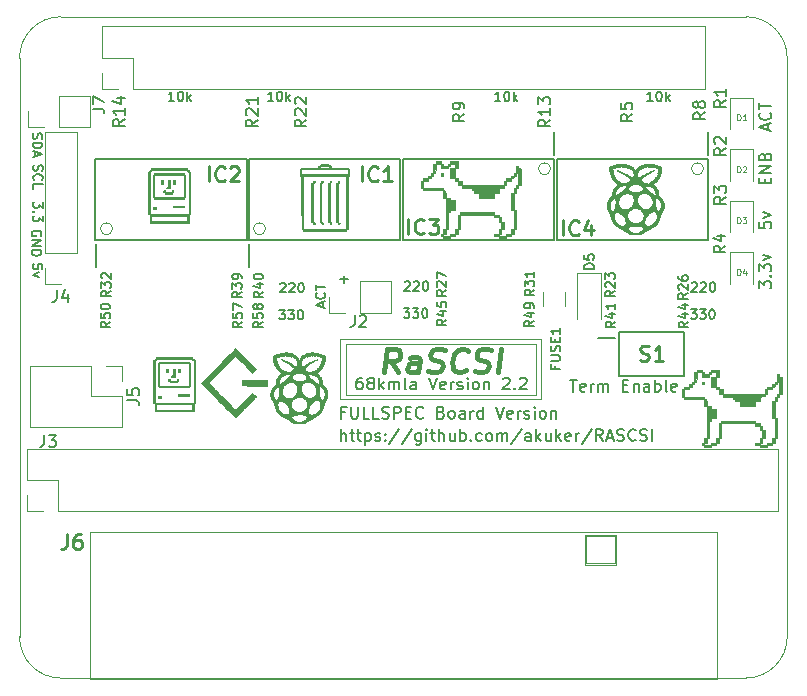
<source format=gbr>
%TF.GenerationSoftware,KiCad,Pcbnew,(5.1.4)-1*%
%TF.CreationDate,2020-08-18T19:01:01-05:00*%
%TF.ProjectId,rascsi_2p2,72617363-7369-45f3-9270-322e6b696361,rev?*%
%TF.SameCoordinates,PX59d60c0PY325aa00*%
%TF.FileFunction,Legend,Top*%
%TF.FilePolarity,Positive*%
%FSLAX46Y46*%
G04 Gerber Fmt 4.6, Leading zero omitted, Abs format (unit mm)*
G04 Created by KiCad (PCBNEW (5.1.4)-1) date 2020-08-18 19:01:01*
%MOMM*%
%LPD*%
G04 APERTURE LIST*
%ADD10C,0.150000*%
%ADD11C,0.120000*%
%ADD12C,0.400000*%
%ADD13C,0.050000*%
%ADD14C,0.200000*%
%ADD15C,0.010000*%
%ADD16C,0.254000*%
%ADD17C,0.100000*%
G04 APERTURE END LIST*
D10*
X107517333Y-25630380D02*
X107517333Y-24630380D01*
X107945904Y-25630380D02*
X107945904Y-25106571D01*
X107898285Y-25011333D01*
X107803047Y-24963714D01*
X107660190Y-24963714D01*
X107564952Y-25011333D01*
X107517333Y-25058952D01*
X108279238Y-24963714D02*
X108660190Y-24963714D01*
X108422095Y-24630380D02*
X108422095Y-25487523D01*
X108469714Y-25582761D01*
X108564952Y-25630380D01*
X108660190Y-25630380D01*
X108850666Y-24963714D02*
X109231619Y-24963714D01*
X108993523Y-24630380D02*
X108993523Y-25487523D01*
X109041142Y-25582761D01*
X109136380Y-25630380D01*
X109231619Y-25630380D01*
X109564952Y-24963714D02*
X109564952Y-25963714D01*
X109564952Y-25011333D02*
X109660190Y-24963714D01*
X109850666Y-24963714D01*
X109945904Y-25011333D01*
X109993523Y-25058952D01*
X110041142Y-25154190D01*
X110041142Y-25439904D01*
X109993523Y-25535142D01*
X109945904Y-25582761D01*
X109850666Y-25630380D01*
X109660190Y-25630380D01*
X109564952Y-25582761D01*
X110422095Y-25582761D02*
X110517333Y-25630380D01*
X110707809Y-25630380D01*
X110803047Y-25582761D01*
X110850666Y-25487523D01*
X110850666Y-25439904D01*
X110803047Y-25344666D01*
X110707809Y-25297047D01*
X110564952Y-25297047D01*
X110469714Y-25249428D01*
X110422095Y-25154190D01*
X110422095Y-25106571D01*
X110469714Y-25011333D01*
X110564952Y-24963714D01*
X110707809Y-24963714D01*
X110803047Y-25011333D01*
X111279238Y-25535142D02*
X111326857Y-25582761D01*
X111279238Y-25630380D01*
X111231619Y-25582761D01*
X111279238Y-25535142D01*
X111279238Y-25630380D01*
X111279238Y-25011333D02*
X111326857Y-25058952D01*
X111279238Y-25106571D01*
X111231619Y-25058952D01*
X111279238Y-25011333D01*
X111279238Y-25106571D01*
X112469714Y-24582761D02*
X111612571Y-25868476D01*
X113517333Y-24582761D02*
X112660190Y-25868476D01*
X114279238Y-24963714D02*
X114279238Y-25773238D01*
X114231619Y-25868476D01*
X114184000Y-25916095D01*
X114088761Y-25963714D01*
X113945904Y-25963714D01*
X113850666Y-25916095D01*
X114279238Y-25582761D02*
X114184000Y-25630380D01*
X113993523Y-25630380D01*
X113898285Y-25582761D01*
X113850666Y-25535142D01*
X113803047Y-25439904D01*
X113803047Y-25154190D01*
X113850666Y-25058952D01*
X113898285Y-25011333D01*
X113993523Y-24963714D01*
X114184000Y-24963714D01*
X114279238Y-25011333D01*
X114755428Y-25630380D02*
X114755428Y-24963714D01*
X114755428Y-24630380D02*
X114707809Y-24678000D01*
X114755428Y-24725619D01*
X114803047Y-24678000D01*
X114755428Y-24630380D01*
X114755428Y-24725619D01*
X115088761Y-24963714D02*
X115469714Y-24963714D01*
X115231619Y-24630380D02*
X115231619Y-25487523D01*
X115279238Y-25582761D01*
X115374476Y-25630380D01*
X115469714Y-25630380D01*
X115803047Y-25630380D02*
X115803047Y-24630380D01*
X116231619Y-25630380D02*
X116231619Y-25106571D01*
X116184000Y-25011333D01*
X116088761Y-24963714D01*
X115945904Y-24963714D01*
X115850666Y-25011333D01*
X115803047Y-25058952D01*
X117136380Y-24963714D02*
X117136380Y-25630380D01*
X116707809Y-24963714D02*
X116707809Y-25487523D01*
X116755428Y-25582761D01*
X116850666Y-25630380D01*
X116993523Y-25630380D01*
X117088761Y-25582761D01*
X117136380Y-25535142D01*
X117612571Y-25630380D02*
X117612571Y-24630380D01*
X117612571Y-25011333D02*
X117707809Y-24963714D01*
X117898285Y-24963714D01*
X117993523Y-25011333D01*
X118041142Y-25058952D01*
X118088761Y-25154190D01*
X118088761Y-25439904D01*
X118041142Y-25535142D01*
X117993523Y-25582761D01*
X117898285Y-25630380D01*
X117707809Y-25630380D01*
X117612571Y-25582761D01*
X118517333Y-25535142D02*
X118564952Y-25582761D01*
X118517333Y-25630380D01*
X118469714Y-25582761D01*
X118517333Y-25535142D01*
X118517333Y-25630380D01*
X119422095Y-25582761D02*
X119326857Y-25630380D01*
X119136380Y-25630380D01*
X119041142Y-25582761D01*
X118993523Y-25535142D01*
X118945904Y-25439904D01*
X118945904Y-25154190D01*
X118993523Y-25058952D01*
X119041142Y-25011333D01*
X119136380Y-24963714D01*
X119326857Y-24963714D01*
X119422095Y-25011333D01*
X119993523Y-25630380D02*
X119898285Y-25582761D01*
X119850666Y-25535142D01*
X119803047Y-25439904D01*
X119803047Y-25154190D01*
X119850666Y-25058952D01*
X119898285Y-25011333D01*
X119993523Y-24963714D01*
X120136380Y-24963714D01*
X120231619Y-25011333D01*
X120279238Y-25058952D01*
X120326857Y-25154190D01*
X120326857Y-25439904D01*
X120279238Y-25535142D01*
X120231619Y-25582761D01*
X120136380Y-25630380D01*
X119993523Y-25630380D01*
X120755428Y-25630380D02*
X120755428Y-24963714D01*
X120755428Y-25058952D02*
X120803047Y-25011333D01*
X120898285Y-24963714D01*
X121041142Y-24963714D01*
X121136380Y-25011333D01*
X121184000Y-25106571D01*
X121184000Y-25630380D01*
X121184000Y-25106571D02*
X121231619Y-25011333D01*
X121326857Y-24963714D01*
X121469714Y-24963714D01*
X121564952Y-25011333D01*
X121612571Y-25106571D01*
X121612571Y-25630380D01*
X122803047Y-24582761D02*
X121945904Y-25868476D01*
X123564952Y-25630380D02*
X123564952Y-25106571D01*
X123517333Y-25011333D01*
X123422095Y-24963714D01*
X123231619Y-24963714D01*
X123136380Y-25011333D01*
X123564952Y-25582761D02*
X123469714Y-25630380D01*
X123231619Y-25630380D01*
X123136380Y-25582761D01*
X123088761Y-25487523D01*
X123088761Y-25392285D01*
X123136380Y-25297047D01*
X123231619Y-25249428D01*
X123469714Y-25249428D01*
X123564952Y-25201809D01*
X124041142Y-25630380D02*
X124041142Y-24630380D01*
X124136380Y-25249428D02*
X124422095Y-25630380D01*
X124422095Y-24963714D02*
X124041142Y-25344666D01*
X125279238Y-24963714D02*
X125279238Y-25630380D01*
X124850666Y-24963714D02*
X124850666Y-25487523D01*
X124898285Y-25582761D01*
X124993523Y-25630380D01*
X125136380Y-25630380D01*
X125231619Y-25582761D01*
X125279238Y-25535142D01*
X125755428Y-25630380D02*
X125755428Y-24630380D01*
X125850666Y-25249428D02*
X126136380Y-25630380D01*
X126136380Y-24963714D02*
X125755428Y-25344666D01*
X126945904Y-25582761D02*
X126850666Y-25630380D01*
X126660190Y-25630380D01*
X126564952Y-25582761D01*
X126517333Y-25487523D01*
X126517333Y-25106571D01*
X126564952Y-25011333D01*
X126660190Y-24963714D01*
X126850666Y-24963714D01*
X126945904Y-25011333D01*
X126993523Y-25106571D01*
X126993523Y-25201809D01*
X126517333Y-25297047D01*
X127422095Y-25630380D02*
X127422095Y-24963714D01*
X127422095Y-25154190D02*
X127469714Y-25058952D01*
X127517333Y-25011333D01*
X127612571Y-24963714D01*
X127707809Y-24963714D01*
X128755428Y-24582761D02*
X127898285Y-25868476D01*
X129660190Y-25630380D02*
X129326857Y-25154190D01*
X129088761Y-25630380D02*
X129088761Y-24630380D01*
X129469714Y-24630380D01*
X129564952Y-24678000D01*
X129612571Y-24725619D01*
X129660190Y-24820857D01*
X129660190Y-24963714D01*
X129612571Y-25058952D01*
X129564952Y-25106571D01*
X129469714Y-25154190D01*
X129088761Y-25154190D01*
X130041142Y-25344666D02*
X130517333Y-25344666D01*
X129945904Y-25630380D02*
X130279238Y-24630380D01*
X130612571Y-25630380D01*
X130898285Y-25582761D02*
X131041142Y-25630380D01*
X131279238Y-25630380D01*
X131374476Y-25582761D01*
X131422095Y-25535142D01*
X131469714Y-25439904D01*
X131469714Y-25344666D01*
X131422095Y-25249428D01*
X131374476Y-25201809D01*
X131279238Y-25154190D01*
X131088761Y-25106571D01*
X130993523Y-25058952D01*
X130945904Y-25011333D01*
X130898285Y-24916095D01*
X130898285Y-24820857D01*
X130945904Y-24725619D01*
X130993523Y-24678000D01*
X131088761Y-24630380D01*
X131326857Y-24630380D01*
X131469714Y-24678000D01*
X132469714Y-25535142D02*
X132422095Y-25582761D01*
X132279238Y-25630380D01*
X132184000Y-25630380D01*
X132041142Y-25582761D01*
X131945904Y-25487523D01*
X131898285Y-25392285D01*
X131850666Y-25201809D01*
X131850666Y-25058952D01*
X131898285Y-24868476D01*
X131945904Y-24773238D01*
X132041142Y-24678000D01*
X132184000Y-24630380D01*
X132279238Y-24630380D01*
X132422095Y-24678000D01*
X132469714Y-24725619D01*
X132850666Y-25582761D02*
X132993523Y-25630380D01*
X133231619Y-25630380D01*
X133326857Y-25582761D01*
X133374476Y-25535142D01*
X133422095Y-25439904D01*
X133422095Y-25344666D01*
X133374476Y-25249428D01*
X133326857Y-25201809D01*
X133231619Y-25154190D01*
X133041142Y-25106571D01*
X132945904Y-25058952D01*
X132898285Y-25011333D01*
X132850666Y-24916095D01*
X132850666Y-24820857D01*
X132898285Y-24725619D01*
X132945904Y-24678000D01*
X133041142Y-24630380D01*
X133279238Y-24630380D01*
X133422095Y-24678000D01*
X133850666Y-25630380D02*
X133850666Y-24630380D01*
X112822828Y-14402104D02*
X113318066Y-14402104D01*
X113051400Y-14706866D01*
X113165685Y-14706866D01*
X113241876Y-14744961D01*
X113279971Y-14783057D01*
X113318066Y-14859247D01*
X113318066Y-15049723D01*
X113279971Y-15125914D01*
X113241876Y-15164009D01*
X113165685Y-15202104D01*
X112937114Y-15202104D01*
X112860923Y-15164009D01*
X112822828Y-15125914D01*
X113584733Y-14402104D02*
X114079971Y-14402104D01*
X113813304Y-14706866D01*
X113927590Y-14706866D01*
X114003780Y-14744961D01*
X114041876Y-14783057D01*
X114079971Y-14859247D01*
X114079971Y-15049723D01*
X114041876Y-15125914D01*
X114003780Y-15164009D01*
X113927590Y-15202104D01*
X113699019Y-15202104D01*
X113622828Y-15164009D01*
X113584733Y-15125914D01*
X114575209Y-14402104D02*
X114651400Y-14402104D01*
X114727590Y-14440200D01*
X114765685Y-14478295D01*
X114803780Y-14554485D01*
X114841876Y-14706866D01*
X114841876Y-14897342D01*
X114803780Y-15049723D01*
X114765685Y-15125914D01*
X114727590Y-15164009D01*
X114651400Y-15202104D01*
X114575209Y-15202104D01*
X114499019Y-15164009D01*
X114460923Y-15125914D01*
X114422828Y-15049723D01*
X114384733Y-14897342D01*
X114384733Y-14706866D01*
X114422828Y-14554485D01*
X114460923Y-14478295D01*
X114499019Y-14440200D01*
X114575209Y-14402104D01*
X112911723Y-12192295D02*
X112949819Y-12154200D01*
X113026009Y-12116104D01*
X113216485Y-12116104D01*
X113292676Y-12154200D01*
X113330771Y-12192295D01*
X113368866Y-12268485D01*
X113368866Y-12344676D01*
X113330771Y-12458961D01*
X112873628Y-12916104D01*
X113368866Y-12916104D01*
X113673628Y-12192295D02*
X113711723Y-12154200D01*
X113787914Y-12116104D01*
X113978390Y-12116104D01*
X114054580Y-12154200D01*
X114092676Y-12192295D01*
X114130771Y-12268485D01*
X114130771Y-12344676D01*
X114092676Y-12458961D01*
X113635533Y-12916104D01*
X114130771Y-12916104D01*
X114626009Y-12116104D02*
X114702200Y-12116104D01*
X114778390Y-12154200D01*
X114816485Y-12192295D01*
X114854580Y-12268485D01*
X114892676Y-12420866D01*
X114892676Y-12611342D01*
X114854580Y-12763723D01*
X114816485Y-12839914D01*
X114778390Y-12878009D01*
X114702200Y-12916104D01*
X114626009Y-12916104D01*
X114549819Y-12878009D01*
X114511723Y-12839914D01*
X114473628Y-12763723D01*
X114435533Y-12611342D01*
X114435533Y-12420866D01*
X114473628Y-12268485D01*
X114511723Y-12192295D01*
X114549819Y-12154200D01*
X114626009Y-12116104D01*
D11*
X89950000Y6826000D02*
X87283000Y6826000D01*
X89950000Y4159000D02*
X89950000Y6826000D01*
X138337000Y4159000D02*
X89950000Y4159000D01*
X138337000Y9493000D02*
X138337000Y4159000D01*
X87283000Y9493000D02*
X138337000Y9493000D01*
X87283000Y6826000D02*
X87283000Y9493000D01*
X87283000Y4159000D02*
X87283000Y5556000D01*
X88680000Y4159000D02*
X87283000Y4159000D01*
X128304000Y-35973000D02*
X128304000Y-33687000D01*
X130717000Y-35973000D02*
X128304000Y-35973000D01*
X130717000Y-33687000D02*
X130717000Y-35973000D01*
X128304000Y-33687000D02*
X130717000Y-33687000D01*
X128177000Y-36100000D02*
X128177000Y-33560000D01*
X130844000Y-36100000D02*
X128177000Y-36100000D01*
X130844000Y-33560000D02*
X130844000Y-36100000D01*
X128177000Y-33560000D02*
X130844000Y-33560000D01*
X139353000Y-33306000D02*
X86267000Y-33306000D01*
X139353000Y-45752000D02*
X139353000Y-33306000D01*
X86267000Y-45752000D02*
X139353000Y-45752000D01*
X86267000Y-33306000D02*
X86267000Y-45752000D01*
D10*
X133923809Y3162096D02*
X133466666Y3162096D01*
X133695238Y3162096D02*
X133695238Y3962096D01*
X133619047Y3847810D01*
X133542857Y3771620D01*
X133466666Y3733524D01*
X134419047Y3962096D02*
X134495238Y3962096D01*
X134571428Y3924000D01*
X134609523Y3885905D01*
X134647619Y3809715D01*
X134685714Y3657334D01*
X134685714Y3466858D01*
X134647619Y3314477D01*
X134609523Y3238286D01*
X134571428Y3200191D01*
X134495238Y3162096D01*
X134419047Y3162096D01*
X134342857Y3200191D01*
X134304761Y3238286D01*
X134266666Y3314477D01*
X134228571Y3466858D01*
X134228571Y3657334D01*
X134266666Y3809715D01*
X134304761Y3885905D01*
X134342857Y3924000D01*
X134419047Y3962096D01*
X135028571Y3162096D02*
X135028571Y3962096D01*
X135104761Y3466858D02*
X135333333Y3162096D01*
X135333333Y3695429D02*
X135028571Y3390667D01*
X121020609Y3162096D02*
X120563466Y3162096D01*
X120792038Y3162096D02*
X120792038Y3962096D01*
X120715847Y3847810D01*
X120639657Y3771620D01*
X120563466Y3733524D01*
X121515847Y3962096D02*
X121592038Y3962096D01*
X121668228Y3924000D01*
X121706323Y3885905D01*
X121744419Y3809715D01*
X121782514Y3657334D01*
X121782514Y3466858D01*
X121744419Y3314477D01*
X121706323Y3238286D01*
X121668228Y3200191D01*
X121592038Y3162096D01*
X121515847Y3162096D01*
X121439657Y3200191D01*
X121401561Y3238286D01*
X121363466Y3314477D01*
X121325371Y3466858D01*
X121325371Y3657334D01*
X121363466Y3809715D01*
X121401561Y3885905D01*
X121439657Y3924000D01*
X121515847Y3962096D01*
X122125371Y3162096D02*
X122125371Y3962096D01*
X122201561Y3466858D02*
X122430133Y3162096D01*
X122430133Y3695429D02*
X122125371Y3390667D01*
X101792809Y3162096D02*
X101335666Y3162096D01*
X101564238Y3162096D02*
X101564238Y3962096D01*
X101488047Y3847810D01*
X101411857Y3771620D01*
X101335666Y3733524D01*
X102288047Y3962096D02*
X102364238Y3962096D01*
X102440428Y3924000D01*
X102478523Y3885905D01*
X102516619Y3809715D01*
X102554714Y3657334D01*
X102554714Y3466858D01*
X102516619Y3314477D01*
X102478523Y3238286D01*
X102440428Y3200191D01*
X102364238Y3162096D01*
X102288047Y3162096D01*
X102211857Y3200191D01*
X102173761Y3238286D01*
X102135666Y3314477D01*
X102097571Y3466858D01*
X102097571Y3657334D01*
X102135666Y3809715D01*
X102173761Y3885905D01*
X102211857Y3924000D01*
X102288047Y3962096D01*
X102897571Y3162096D02*
X102897571Y3962096D01*
X102973761Y3466858D02*
X103202333Y3162096D01*
X103202333Y3695429D02*
X102897571Y3390667D01*
X81447390Y431429D02*
X81409295Y317143D01*
X81409295Y126667D01*
X81447390Y50477D01*
X81485485Y12381D01*
X81561676Y-25714D01*
X81637866Y-25714D01*
X81714057Y12381D01*
X81752152Y50477D01*
X81790247Y126667D01*
X81828342Y279048D01*
X81866438Y355239D01*
X81904533Y393334D01*
X81980723Y431429D01*
X82056914Y431429D01*
X82133104Y393334D01*
X82171200Y355239D01*
X82209295Y279048D01*
X82209295Y88572D01*
X82171200Y-25714D01*
X81409295Y-368571D02*
X82209295Y-368571D01*
X82209295Y-559047D01*
X82171200Y-673333D01*
X82095009Y-749523D01*
X82018819Y-787619D01*
X81866438Y-825714D01*
X81752152Y-825714D01*
X81599771Y-787619D01*
X81523580Y-749523D01*
X81447390Y-673333D01*
X81409295Y-559047D01*
X81409295Y-368571D01*
X81637866Y-1130476D02*
X81637866Y-1511428D01*
X81409295Y-1054285D02*
X82209295Y-1320952D01*
X81409295Y-1587619D01*
X81498190Y-2280019D02*
X81460095Y-2394304D01*
X81460095Y-2584780D01*
X81498190Y-2660971D01*
X81536285Y-2699066D01*
X81612476Y-2737161D01*
X81688666Y-2737161D01*
X81764857Y-2699066D01*
X81802952Y-2660971D01*
X81841047Y-2584780D01*
X81879142Y-2432400D01*
X81917238Y-2356209D01*
X81955333Y-2318114D01*
X82031523Y-2280019D01*
X82107714Y-2280019D01*
X82183904Y-2318114D01*
X82222000Y-2356209D01*
X82260095Y-2432400D01*
X82260095Y-2622876D01*
X82222000Y-2737161D01*
X81536285Y-3537161D02*
X81498190Y-3499066D01*
X81460095Y-3384780D01*
X81460095Y-3308590D01*
X81498190Y-3194304D01*
X81574380Y-3118114D01*
X81650571Y-3080019D01*
X81802952Y-3041923D01*
X81917238Y-3041923D01*
X82069619Y-3080019D01*
X82145809Y-3118114D01*
X82222000Y-3194304D01*
X82260095Y-3308590D01*
X82260095Y-3384780D01*
X82222000Y-3499066D01*
X82183904Y-3537161D01*
X81460095Y-4260971D02*
X81460095Y-3880019D01*
X82260095Y-3880019D01*
X82260095Y-5391504D02*
X82260095Y-5886742D01*
X81955333Y-5620076D01*
X81955333Y-5734361D01*
X81917238Y-5810552D01*
X81879142Y-5848647D01*
X81802952Y-5886742D01*
X81612476Y-5886742D01*
X81536285Y-5848647D01*
X81498190Y-5810552D01*
X81460095Y-5734361D01*
X81460095Y-5505790D01*
X81498190Y-5429600D01*
X81536285Y-5391504D01*
X81536285Y-6229600D02*
X81498190Y-6267695D01*
X81460095Y-6229600D01*
X81498190Y-6191504D01*
X81536285Y-6229600D01*
X81460095Y-6229600D01*
X82260095Y-6534361D02*
X82260095Y-7029600D01*
X81955333Y-6762933D01*
X81955333Y-6877219D01*
X81917238Y-6953409D01*
X81879142Y-6991504D01*
X81802952Y-7029600D01*
X81612476Y-7029600D01*
X81536285Y-6991504D01*
X81498190Y-6953409D01*
X81460095Y-6877219D01*
X81460095Y-6648647D01*
X81498190Y-6572457D01*
X81536285Y-6534361D01*
X82120400Y-8261676D02*
X82158495Y-8185485D01*
X82158495Y-8071200D01*
X82120400Y-7956914D01*
X82044209Y-7880723D01*
X81968019Y-7842628D01*
X81815638Y-7804533D01*
X81701352Y-7804533D01*
X81548971Y-7842628D01*
X81472780Y-7880723D01*
X81396590Y-7956914D01*
X81358495Y-8071200D01*
X81358495Y-8147390D01*
X81396590Y-8261676D01*
X81434685Y-8299771D01*
X81701352Y-8299771D01*
X81701352Y-8147390D01*
X81358495Y-8642628D02*
X82158495Y-8642628D01*
X81358495Y-9099771D01*
X82158495Y-9099771D01*
X81358495Y-9480723D02*
X82158495Y-9480723D01*
X82158495Y-9671200D01*
X82120400Y-9785485D01*
X82044209Y-9861676D01*
X81968019Y-9899771D01*
X81815638Y-9937866D01*
X81701352Y-9937866D01*
X81548971Y-9899771D01*
X81472780Y-9861676D01*
X81396590Y-9785485D01*
X81358495Y-9671200D01*
X81358495Y-9480723D01*
X82209295Y-11042914D02*
X82209295Y-10661961D01*
X81828342Y-10623866D01*
X81866438Y-10661961D01*
X81904533Y-10738152D01*
X81904533Y-10928628D01*
X81866438Y-11004819D01*
X81828342Y-11042914D01*
X81752152Y-11081009D01*
X81561676Y-11081009D01*
X81485485Y-11042914D01*
X81447390Y-11004819D01*
X81409295Y-10928628D01*
X81409295Y-10738152D01*
X81447390Y-10661961D01*
X81485485Y-10623866D01*
X81942628Y-11347676D02*
X81409295Y-11538152D01*
X81942628Y-11728628D01*
X102370723Y-12319295D02*
X102408819Y-12281200D01*
X102485009Y-12243104D01*
X102675485Y-12243104D01*
X102751676Y-12281200D01*
X102789771Y-12319295D01*
X102827866Y-12395485D01*
X102827866Y-12471676D01*
X102789771Y-12585961D01*
X102332628Y-13043104D01*
X102827866Y-13043104D01*
X103132628Y-12319295D02*
X103170723Y-12281200D01*
X103246914Y-12243104D01*
X103437390Y-12243104D01*
X103513580Y-12281200D01*
X103551676Y-12319295D01*
X103589771Y-12395485D01*
X103589771Y-12471676D01*
X103551676Y-12585961D01*
X103094533Y-13043104D01*
X103589771Y-13043104D01*
X104085009Y-12243104D02*
X104161200Y-12243104D01*
X104237390Y-12281200D01*
X104275485Y-12319295D01*
X104313580Y-12395485D01*
X104351676Y-12547866D01*
X104351676Y-12738342D01*
X104313580Y-12890723D01*
X104275485Y-12966914D01*
X104237390Y-13005009D01*
X104161200Y-13043104D01*
X104085009Y-13043104D01*
X104008819Y-13005009D01*
X103970723Y-12966914D01*
X103932628Y-12890723D01*
X103894533Y-12738342D01*
X103894533Y-12547866D01*
X103932628Y-12395485D01*
X103970723Y-12319295D01*
X104008819Y-12281200D01*
X104085009Y-12243104D01*
X102281828Y-14529104D02*
X102777066Y-14529104D01*
X102510400Y-14833866D01*
X102624685Y-14833866D01*
X102700876Y-14871961D01*
X102738971Y-14910057D01*
X102777066Y-14986247D01*
X102777066Y-15176723D01*
X102738971Y-15252914D01*
X102700876Y-15291009D01*
X102624685Y-15329104D01*
X102396114Y-15329104D01*
X102319923Y-15291009D01*
X102281828Y-15252914D01*
X103043733Y-14529104D02*
X103538971Y-14529104D01*
X103272304Y-14833866D01*
X103386590Y-14833866D01*
X103462780Y-14871961D01*
X103500876Y-14910057D01*
X103538971Y-14986247D01*
X103538971Y-15176723D01*
X103500876Y-15252914D01*
X103462780Y-15291009D01*
X103386590Y-15329104D01*
X103158019Y-15329104D01*
X103081828Y-15291009D01*
X103043733Y-15252914D01*
X104034209Y-14529104D02*
X104110400Y-14529104D01*
X104186590Y-14567200D01*
X104224685Y-14605295D01*
X104262780Y-14681485D01*
X104300876Y-14833866D01*
X104300876Y-15024342D01*
X104262780Y-15176723D01*
X104224685Y-15252914D01*
X104186590Y-15291009D01*
X104110400Y-15329104D01*
X104034209Y-15329104D01*
X103958019Y-15291009D01*
X103919923Y-15252914D01*
X103881828Y-15176723D01*
X103843733Y-15024342D01*
X103843733Y-14833866D01*
X103881828Y-14681485D01*
X103919923Y-14605295D01*
X103958019Y-14567200D01*
X104034209Y-14529104D01*
X137130628Y-14478304D02*
X137625866Y-14478304D01*
X137359200Y-14783066D01*
X137473485Y-14783066D01*
X137549676Y-14821161D01*
X137587771Y-14859257D01*
X137625866Y-14935447D01*
X137625866Y-15125923D01*
X137587771Y-15202114D01*
X137549676Y-15240209D01*
X137473485Y-15278304D01*
X137244914Y-15278304D01*
X137168723Y-15240209D01*
X137130628Y-15202114D01*
X137892533Y-14478304D02*
X138387771Y-14478304D01*
X138121104Y-14783066D01*
X138235390Y-14783066D01*
X138311580Y-14821161D01*
X138349676Y-14859257D01*
X138387771Y-14935447D01*
X138387771Y-15125923D01*
X138349676Y-15202114D01*
X138311580Y-15240209D01*
X138235390Y-15278304D01*
X138006819Y-15278304D01*
X137930628Y-15240209D01*
X137892533Y-15202114D01*
X138883009Y-14478304D02*
X138959200Y-14478304D01*
X139035390Y-14516400D01*
X139073485Y-14554495D01*
X139111580Y-14630685D01*
X139149676Y-14783066D01*
X139149676Y-14973542D01*
X139111580Y-15125923D01*
X139073485Y-15202114D01*
X139035390Y-15240209D01*
X138959200Y-15278304D01*
X138883009Y-15278304D01*
X138806819Y-15240209D01*
X138768723Y-15202114D01*
X138730628Y-15125923D01*
X138692533Y-14973542D01*
X138692533Y-14783066D01*
X138730628Y-14630685D01*
X138768723Y-14554495D01*
X138806819Y-14516400D01*
X138883009Y-14478304D01*
X137219523Y-12268495D02*
X137257619Y-12230400D01*
X137333809Y-12192304D01*
X137524285Y-12192304D01*
X137600476Y-12230400D01*
X137638571Y-12268495D01*
X137676666Y-12344685D01*
X137676666Y-12420876D01*
X137638571Y-12535161D01*
X137181428Y-12992304D01*
X137676666Y-12992304D01*
X137981428Y-12268495D02*
X138019523Y-12230400D01*
X138095714Y-12192304D01*
X138286190Y-12192304D01*
X138362380Y-12230400D01*
X138400476Y-12268495D01*
X138438571Y-12344685D01*
X138438571Y-12420876D01*
X138400476Y-12535161D01*
X137943333Y-12992304D01*
X138438571Y-12992304D01*
X138933809Y-12192304D02*
X139010000Y-12192304D01*
X139086190Y-12230400D01*
X139124285Y-12268495D01*
X139162380Y-12344685D01*
X139200476Y-12497066D01*
X139200476Y-12687542D01*
X139162380Y-12839923D01*
X139124285Y-12916114D01*
X139086190Y-12954209D01*
X139010000Y-12992304D01*
X138933809Y-12992304D01*
X138857619Y-12954209D01*
X138819523Y-12916114D01*
X138781428Y-12839923D01*
X138743333Y-12687542D01*
X138743333Y-12497066D01*
X138781428Y-12344685D01*
X138819523Y-12268495D01*
X138857619Y-12230400D01*
X138933809Y-12192304D01*
X93385409Y3162096D02*
X92928266Y3162096D01*
X93156838Y3162096D02*
X93156838Y3962096D01*
X93080647Y3847810D01*
X93004457Y3771620D01*
X92928266Y3733524D01*
X93880647Y3962096D02*
X93956838Y3962096D01*
X94033028Y3924000D01*
X94071123Y3885905D01*
X94109219Y3809715D01*
X94147314Y3657334D01*
X94147314Y3466858D01*
X94109219Y3314477D01*
X94071123Y3238286D01*
X94033028Y3200191D01*
X93956838Y3162096D01*
X93880647Y3162096D01*
X93804457Y3200191D01*
X93766361Y3238286D01*
X93728266Y3314477D01*
X93690171Y3466858D01*
X93690171Y3657334D01*
X93728266Y3809715D01*
X93766361Y3885905D01*
X93804457Y3924000D01*
X93880647Y3962096D01*
X94490171Y3162096D02*
X94490171Y3962096D01*
X94566361Y3466858D02*
X94794933Y3162096D01*
X94794933Y3695429D02*
X94490171Y3390667D01*
X107476038Y-11925542D02*
X108085561Y-11925542D01*
X107780800Y-12230304D02*
X107780800Y-11620780D01*
X105958333Y-14262238D02*
X105958333Y-13881285D01*
X106186904Y-14338428D02*
X105386904Y-14071761D01*
X106186904Y-13805095D01*
X106110714Y-13081285D02*
X106148809Y-13119380D01*
X106186904Y-13233666D01*
X106186904Y-13309857D01*
X106148809Y-13424142D01*
X106072619Y-13500333D01*
X105996428Y-13538428D01*
X105844047Y-13576523D01*
X105729761Y-13576523D01*
X105577380Y-13538428D01*
X105501190Y-13500333D01*
X105425000Y-13424142D01*
X105386904Y-13309857D01*
X105386904Y-13233666D01*
X105425000Y-13119380D01*
X105463095Y-13081285D01*
X105386904Y-12852714D02*
X105386904Y-12395571D01*
X106186904Y-12624142D02*
X105386904Y-12624142D01*
X107858095Y-23201571D02*
X107524761Y-23201571D01*
X107524761Y-23725380D02*
X107524761Y-22725380D01*
X108000952Y-22725380D01*
X108381904Y-22725380D02*
X108381904Y-23534904D01*
X108429523Y-23630142D01*
X108477142Y-23677761D01*
X108572380Y-23725380D01*
X108762857Y-23725380D01*
X108858095Y-23677761D01*
X108905714Y-23630142D01*
X108953333Y-23534904D01*
X108953333Y-22725380D01*
X109905714Y-23725380D02*
X109429523Y-23725380D01*
X109429523Y-22725380D01*
X110715238Y-23725380D02*
X110239047Y-23725380D01*
X110239047Y-22725380D01*
X111000952Y-23677761D02*
X111143809Y-23725380D01*
X111381904Y-23725380D01*
X111477142Y-23677761D01*
X111524761Y-23630142D01*
X111572380Y-23534904D01*
X111572380Y-23439666D01*
X111524761Y-23344428D01*
X111477142Y-23296809D01*
X111381904Y-23249190D01*
X111191428Y-23201571D01*
X111096190Y-23153952D01*
X111048571Y-23106333D01*
X111000952Y-23011095D01*
X111000952Y-22915857D01*
X111048571Y-22820619D01*
X111096190Y-22773000D01*
X111191428Y-22725380D01*
X111429523Y-22725380D01*
X111572380Y-22773000D01*
X112000952Y-23725380D02*
X112000952Y-22725380D01*
X112381904Y-22725380D01*
X112477142Y-22773000D01*
X112524761Y-22820619D01*
X112572380Y-22915857D01*
X112572380Y-23058714D01*
X112524761Y-23153952D01*
X112477142Y-23201571D01*
X112381904Y-23249190D01*
X112000952Y-23249190D01*
X113000952Y-23201571D02*
X113334285Y-23201571D01*
X113477142Y-23725380D02*
X113000952Y-23725380D01*
X113000952Y-22725380D01*
X113477142Y-22725380D01*
X114477142Y-23630142D02*
X114429523Y-23677761D01*
X114286666Y-23725380D01*
X114191428Y-23725380D01*
X114048571Y-23677761D01*
X113953333Y-23582523D01*
X113905714Y-23487285D01*
X113858095Y-23296809D01*
X113858095Y-23153952D01*
X113905714Y-22963476D01*
X113953333Y-22868238D01*
X114048571Y-22773000D01*
X114191428Y-22725380D01*
X114286666Y-22725380D01*
X114429523Y-22773000D01*
X114477142Y-22820619D01*
X116000952Y-23201571D02*
X116143809Y-23249190D01*
X116191428Y-23296809D01*
X116239047Y-23392047D01*
X116239047Y-23534904D01*
X116191428Y-23630142D01*
X116143809Y-23677761D01*
X116048571Y-23725380D01*
X115667619Y-23725380D01*
X115667619Y-22725380D01*
X116000952Y-22725380D01*
X116096190Y-22773000D01*
X116143809Y-22820619D01*
X116191428Y-22915857D01*
X116191428Y-23011095D01*
X116143809Y-23106333D01*
X116096190Y-23153952D01*
X116000952Y-23201571D01*
X115667619Y-23201571D01*
X116810476Y-23725380D02*
X116715238Y-23677761D01*
X116667619Y-23630142D01*
X116620000Y-23534904D01*
X116620000Y-23249190D01*
X116667619Y-23153952D01*
X116715238Y-23106333D01*
X116810476Y-23058714D01*
X116953333Y-23058714D01*
X117048571Y-23106333D01*
X117096190Y-23153952D01*
X117143809Y-23249190D01*
X117143809Y-23534904D01*
X117096190Y-23630142D01*
X117048571Y-23677761D01*
X116953333Y-23725380D01*
X116810476Y-23725380D01*
X118000952Y-23725380D02*
X118000952Y-23201571D01*
X117953333Y-23106333D01*
X117858095Y-23058714D01*
X117667619Y-23058714D01*
X117572380Y-23106333D01*
X118000952Y-23677761D02*
X117905714Y-23725380D01*
X117667619Y-23725380D01*
X117572380Y-23677761D01*
X117524761Y-23582523D01*
X117524761Y-23487285D01*
X117572380Y-23392047D01*
X117667619Y-23344428D01*
X117905714Y-23344428D01*
X118000952Y-23296809D01*
X118477142Y-23725380D02*
X118477142Y-23058714D01*
X118477142Y-23249190D02*
X118524761Y-23153952D01*
X118572380Y-23106333D01*
X118667619Y-23058714D01*
X118762857Y-23058714D01*
X119524761Y-23725380D02*
X119524761Y-22725380D01*
X119524761Y-23677761D02*
X119429523Y-23725380D01*
X119239047Y-23725380D01*
X119143809Y-23677761D01*
X119096190Y-23630142D01*
X119048571Y-23534904D01*
X119048571Y-23249190D01*
X119096190Y-23153952D01*
X119143809Y-23106333D01*
X119239047Y-23058714D01*
X119429523Y-23058714D01*
X119524761Y-23106333D01*
X120620000Y-22725380D02*
X120953333Y-23725380D01*
X121286666Y-22725380D01*
X122000952Y-23677761D02*
X121905714Y-23725380D01*
X121715238Y-23725380D01*
X121620000Y-23677761D01*
X121572380Y-23582523D01*
X121572380Y-23201571D01*
X121620000Y-23106333D01*
X121715238Y-23058714D01*
X121905714Y-23058714D01*
X122000952Y-23106333D01*
X122048571Y-23201571D01*
X122048571Y-23296809D01*
X121572380Y-23392047D01*
X122477142Y-23725380D02*
X122477142Y-23058714D01*
X122477142Y-23249190D02*
X122524761Y-23153952D01*
X122572380Y-23106333D01*
X122667619Y-23058714D01*
X122762857Y-23058714D01*
X123048571Y-23677761D02*
X123143809Y-23725380D01*
X123334285Y-23725380D01*
X123429523Y-23677761D01*
X123477142Y-23582523D01*
X123477142Y-23534904D01*
X123429523Y-23439666D01*
X123334285Y-23392047D01*
X123191428Y-23392047D01*
X123096190Y-23344428D01*
X123048571Y-23249190D01*
X123048571Y-23201571D01*
X123096190Y-23106333D01*
X123191428Y-23058714D01*
X123334285Y-23058714D01*
X123429523Y-23106333D01*
X123905714Y-23725380D02*
X123905714Y-23058714D01*
X123905714Y-22725380D02*
X123858095Y-22773000D01*
X123905714Y-22820619D01*
X123953333Y-22773000D01*
X123905714Y-22725380D01*
X123905714Y-22820619D01*
X124524761Y-23725380D02*
X124429523Y-23677761D01*
X124381904Y-23630142D01*
X124334285Y-23534904D01*
X124334285Y-23249190D01*
X124381904Y-23153952D01*
X124429523Y-23106333D01*
X124524761Y-23058714D01*
X124667619Y-23058714D01*
X124762857Y-23106333D01*
X124810476Y-23153952D01*
X124858095Y-23249190D01*
X124858095Y-23534904D01*
X124810476Y-23630142D01*
X124762857Y-23677761D01*
X124667619Y-23725380D01*
X124524761Y-23725380D01*
X125286666Y-23058714D02*
X125286666Y-23725380D01*
X125286666Y-23153952D02*
X125334285Y-23106333D01*
X125429523Y-23058714D01*
X125572380Y-23058714D01*
X125667619Y-23106333D01*
X125715238Y-23201571D01*
X125715238Y-23725380D01*
D11*
X107452500Y-22079000D02*
X107452500Y-16999000D01*
X124407000Y-22079000D02*
X107452500Y-22079000D01*
X124470500Y-16999000D02*
X124470500Y-22079000D01*
D10*
X143647166Y690453D02*
X143647166Y1166643D01*
X143932880Y595215D02*
X142932880Y928548D01*
X143932880Y1261881D01*
X143837642Y2166643D02*
X143885261Y2119024D01*
X143932880Y1976167D01*
X143932880Y1880929D01*
X143885261Y1738072D01*
X143790023Y1642834D01*
X143694785Y1595215D01*
X143504309Y1547596D01*
X143361452Y1547596D01*
X143170976Y1595215D01*
X143075738Y1642834D01*
X142980500Y1738072D01*
X142932880Y1880929D01*
X142932880Y1976167D01*
X142980500Y2119024D01*
X143028119Y2166643D01*
X142932880Y2452358D02*
X142932880Y3023786D01*
X143932880Y2738072D02*
X142932880Y2738072D01*
X143409071Y-3810095D02*
X143409071Y-3476761D01*
X143932880Y-3333904D02*
X143932880Y-3810095D01*
X142932880Y-3810095D01*
X142932880Y-3333904D01*
X143932880Y-2905333D02*
X142932880Y-2905333D01*
X143932880Y-2333904D01*
X142932880Y-2333904D01*
X143409071Y-1524380D02*
X143456690Y-1381523D01*
X143504309Y-1333904D01*
X143599547Y-1286285D01*
X143742404Y-1286285D01*
X143837642Y-1333904D01*
X143885261Y-1381523D01*
X143932880Y-1476761D01*
X143932880Y-1857714D01*
X142932880Y-1857714D01*
X142932880Y-1524380D01*
X142980500Y-1429142D01*
X143028119Y-1381523D01*
X143123357Y-1333904D01*
X143218595Y-1333904D01*
X143313833Y-1381523D01*
X143361452Y-1429142D01*
X143409071Y-1524380D01*
X143409071Y-1857714D01*
X142932880Y-12700071D02*
X142932880Y-12081023D01*
X143313833Y-12414357D01*
X143313833Y-12271500D01*
X143361452Y-12176261D01*
X143409071Y-12128642D01*
X143504309Y-12081023D01*
X143742404Y-12081023D01*
X143837642Y-12128642D01*
X143885261Y-12176261D01*
X143932880Y-12271500D01*
X143932880Y-12557214D01*
X143885261Y-12652452D01*
X143837642Y-12700071D01*
X143837642Y-11652452D02*
X143885261Y-11604833D01*
X143932880Y-11652452D01*
X143885261Y-11700071D01*
X143837642Y-11652452D01*
X143932880Y-11652452D01*
X142932880Y-11271500D02*
X142932880Y-10652452D01*
X143313833Y-10985785D01*
X143313833Y-10842928D01*
X143361452Y-10747690D01*
X143409071Y-10700071D01*
X143504309Y-10652452D01*
X143742404Y-10652452D01*
X143837642Y-10700071D01*
X143885261Y-10747690D01*
X143932880Y-10842928D01*
X143932880Y-11128642D01*
X143885261Y-11223880D01*
X143837642Y-11271500D01*
X143266214Y-10319119D02*
X143932880Y-10081023D01*
X143266214Y-9842928D01*
X142932880Y-7096357D02*
X142932880Y-7572547D01*
X143409071Y-7620166D01*
X143361452Y-7572547D01*
X143313833Y-7477309D01*
X143313833Y-7239214D01*
X143361452Y-7143976D01*
X143409071Y-7096357D01*
X143504309Y-7048738D01*
X143742404Y-7048738D01*
X143837642Y-7096357D01*
X143885261Y-7143976D01*
X143932880Y-7239214D01*
X143932880Y-7477309D01*
X143885261Y-7572547D01*
X143837642Y-7620166D01*
X143266214Y-6715404D02*
X143932880Y-6477309D01*
X143266214Y-6239214D01*
D11*
X88175953Y-7652000D02*
G75*
G03X88175953Y-7652000I-511953J0D01*
G01*
X101129953Y-7652000D02*
G75*
G03X101129953Y-7652000I-511953J0D01*
G01*
X125259953Y-2572000D02*
G75*
G03X125259953Y-2572000I-511953J0D01*
G01*
X138213953Y-2572000D02*
G75*
G03X138213953Y-2572000I-511953J0D01*
G01*
D10*
X126907571Y-20439380D02*
X127479000Y-20439380D01*
X127193285Y-21439380D02*
X127193285Y-20439380D01*
X128193285Y-21391761D02*
X128098047Y-21439380D01*
X127907571Y-21439380D01*
X127812333Y-21391761D01*
X127764714Y-21296523D01*
X127764714Y-20915571D01*
X127812333Y-20820333D01*
X127907571Y-20772714D01*
X128098047Y-20772714D01*
X128193285Y-20820333D01*
X128240904Y-20915571D01*
X128240904Y-21010809D01*
X127764714Y-21106047D01*
X128669476Y-21439380D02*
X128669476Y-20772714D01*
X128669476Y-20963190D02*
X128717095Y-20867952D01*
X128764714Y-20820333D01*
X128859952Y-20772714D01*
X128955190Y-20772714D01*
X129288523Y-21439380D02*
X129288523Y-20772714D01*
X129288523Y-20867952D02*
X129336142Y-20820333D01*
X129431380Y-20772714D01*
X129574238Y-20772714D01*
X129669476Y-20820333D01*
X129717095Y-20915571D01*
X129717095Y-21439380D01*
X129717095Y-20915571D02*
X129764714Y-20820333D01*
X129859952Y-20772714D01*
X130002809Y-20772714D01*
X130098047Y-20820333D01*
X130145666Y-20915571D01*
X130145666Y-21439380D01*
X131383761Y-20915571D02*
X131717095Y-20915571D01*
X131859952Y-21439380D02*
X131383761Y-21439380D01*
X131383761Y-20439380D01*
X131859952Y-20439380D01*
X132288523Y-20772714D02*
X132288523Y-21439380D01*
X132288523Y-20867952D02*
X132336142Y-20820333D01*
X132431380Y-20772714D01*
X132574238Y-20772714D01*
X132669476Y-20820333D01*
X132717095Y-20915571D01*
X132717095Y-21439380D01*
X133621857Y-21439380D02*
X133621857Y-20915571D01*
X133574238Y-20820333D01*
X133479000Y-20772714D01*
X133288523Y-20772714D01*
X133193285Y-20820333D01*
X133621857Y-21391761D02*
X133526619Y-21439380D01*
X133288523Y-21439380D01*
X133193285Y-21391761D01*
X133145666Y-21296523D01*
X133145666Y-21201285D01*
X133193285Y-21106047D01*
X133288523Y-21058428D01*
X133526619Y-21058428D01*
X133621857Y-21010809D01*
X134098047Y-21439380D02*
X134098047Y-20439380D01*
X134098047Y-20820333D02*
X134193285Y-20772714D01*
X134383761Y-20772714D01*
X134479000Y-20820333D01*
X134526619Y-20867952D01*
X134574238Y-20963190D01*
X134574238Y-21248904D01*
X134526619Y-21344142D01*
X134479000Y-21391761D01*
X134383761Y-21439380D01*
X134193285Y-21439380D01*
X134098047Y-21391761D01*
X135145666Y-21439380D02*
X135050428Y-21391761D01*
X135002809Y-21296523D01*
X135002809Y-20439380D01*
X135907571Y-21391761D02*
X135812333Y-21439380D01*
X135621857Y-21439380D01*
X135526619Y-21391761D01*
X135479000Y-21296523D01*
X135479000Y-20915571D01*
X135526619Y-20820333D01*
X135621857Y-20772714D01*
X135812333Y-20772714D01*
X135907571Y-20820333D01*
X135955190Y-20915571D01*
X135955190Y-21010809D01*
X135479000Y-21106047D01*
D11*
X107960500Y-21698000D02*
X107960500Y-21444000D01*
X108024000Y-21698000D02*
X107960500Y-21698000D01*
X124470500Y-16999000D02*
X107452500Y-16999000D01*
X107960500Y-17380000D02*
X107960500Y-21634500D01*
X124026000Y-17380000D02*
X107960500Y-17380000D01*
X124026000Y-21698000D02*
X124026000Y-17380000D01*
X108024000Y-21698000D02*
X124026000Y-21698000D01*
D10*
X109286904Y-20261380D02*
X109096428Y-20261380D01*
X109001190Y-20309000D01*
X108953571Y-20356619D01*
X108858333Y-20499476D01*
X108810714Y-20689952D01*
X108810714Y-21070904D01*
X108858333Y-21166142D01*
X108905952Y-21213761D01*
X109001190Y-21261380D01*
X109191666Y-21261380D01*
X109286904Y-21213761D01*
X109334523Y-21166142D01*
X109382142Y-21070904D01*
X109382142Y-20832809D01*
X109334523Y-20737571D01*
X109286904Y-20689952D01*
X109191666Y-20642333D01*
X109001190Y-20642333D01*
X108905952Y-20689952D01*
X108858333Y-20737571D01*
X108810714Y-20832809D01*
X109953571Y-20689952D02*
X109858333Y-20642333D01*
X109810714Y-20594714D01*
X109763095Y-20499476D01*
X109763095Y-20451857D01*
X109810714Y-20356619D01*
X109858333Y-20309000D01*
X109953571Y-20261380D01*
X110144047Y-20261380D01*
X110239285Y-20309000D01*
X110286904Y-20356619D01*
X110334523Y-20451857D01*
X110334523Y-20499476D01*
X110286904Y-20594714D01*
X110239285Y-20642333D01*
X110144047Y-20689952D01*
X109953571Y-20689952D01*
X109858333Y-20737571D01*
X109810714Y-20785190D01*
X109763095Y-20880428D01*
X109763095Y-21070904D01*
X109810714Y-21166142D01*
X109858333Y-21213761D01*
X109953571Y-21261380D01*
X110144047Y-21261380D01*
X110239285Y-21213761D01*
X110286904Y-21166142D01*
X110334523Y-21070904D01*
X110334523Y-20880428D01*
X110286904Y-20785190D01*
X110239285Y-20737571D01*
X110144047Y-20689952D01*
X110763095Y-21261380D02*
X110763095Y-20261380D01*
X110858333Y-20880428D02*
X111144047Y-21261380D01*
X111144047Y-20594714D02*
X110763095Y-20975666D01*
X111572619Y-21261380D02*
X111572619Y-20594714D01*
X111572619Y-20689952D02*
X111620238Y-20642333D01*
X111715476Y-20594714D01*
X111858333Y-20594714D01*
X111953571Y-20642333D01*
X112001190Y-20737571D01*
X112001190Y-21261380D01*
X112001190Y-20737571D02*
X112048809Y-20642333D01*
X112144047Y-20594714D01*
X112286904Y-20594714D01*
X112382142Y-20642333D01*
X112429761Y-20737571D01*
X112429761Y-21261380D01*
X113048809Y-21261380D02*
X112953571Y-21213761D01*
X112905952Y-21118523D01*
X112905952Y-20261380D01*
X113858333Y-21261380D02*
X113858333Y-20737571D01*
X113810714Y-20642333D01*
X113715476Y-20594714D01*
X113525000Y-20594714D01*
X113429761Y-20642333D01*
X113858333Y-21213761D02*
X113763095Y-21261380D01*
X113525000Y-21261380D01*
X113429761Y-21213761D01*
X113382142Y-21118523D01*
X113382142Y-21023285D01*
X113429761Y-20928047D01*
X113525000Y-20880428D01*
X113763095Y-20880428D01*
X113858333Y-20832809D01*
X114953571Y-20261380D02*
X115286904Y-21261380D01*
X115620238Y-20261380D01*
X116334523Y-21213761D02*
X116239285Y-21261380D01*
X116048809Y-21261380D01*
X115953571Y-21213761D01*
X115905952Y-21118523D01*
X115905952Y-20737571D01*
X115953571Y-20642333D01*
X116048809Y-20594714D01*
X116239285Y-20594714D01*
X116334523Y-20642333D01*
X116382142Y-20737571D01*
X116382142Y-20832809D01*
X115905952Y-20928047D01*
X116810714Y-21261380D02*
X116810714Y-20594714D01*
X116810714Y-20785190D02*
X116858333Y-20689952D01*
X116905952Y-20642333D01*
X117001190Y-20594714D01*
X117096428Y-20594714D01*
X117382142Y-21213761D02*
X117477380Y-21261380D01*
X117667857Y-21261380D01*
X117763095Y-21213761D01*
X117810714Y-21118523D01*
X117810714Y-21070904D01*
X117763095Y-20975666D01*
X117667857Y-20928047D01*
X117525000Y-20928047D01*
X117429761Y-20880428D01*
X117382142Y-20785190D01*
X117382142Y-20737571D01*
X117429761Y-20642333D01*
X117525000Y-20594714D01*
X117667857Y-20594714D01*
X117763095Y-20642333D01*
X118239285Y-21261380D02*
X118239285Y-20594714D01*
X118239285Y-20261380D02*
X118191666Y-20309000D01*
X118239285Y-20356619D01*
X118286904Y-20309000D01*
X118239285Y-20261380D01*
X118239285Y-20356619D01*
X118858333Y-21261380D02*
X118763095Y-21213761D01*
X118715476Y-21166142D01*
X118667857Y-21070904D01*
X118667857Y-20785190D01*
X118715476Y-20689952D01*
X118763095Y-20642333D01*
X118858333Y-20594714D01*
X119001190Y-20594714D01*
X119096428Y-20642333D01*
X119144047Y-20689952D01*
X119191666Y-20785190D01*
X119191666Y-21070904D01*
X119144047Y-21166142D01*
X119096428Y-21213761D01*
X119001190Y-21261380D01*
X118858333Y-21261380D01*
X119620238Y-20594714D02*
X119620238Y-21261380D01*
X119620238Y-20689952D02*
X119667857Y-20642333D01*
X119763095Y-20594714D01*
X119905952Y-20594714D01*
X120001190Y-20642333D01*
X120048809Y-20737571D01*
X120048809Y-21261380D01*
X121239285Y-20356619D02*
X121286904Y-20309000D01*
X121382142Y-20261380D01*
X121620238Y-20261380D01*
X121715476Y-20309000D01*
X121763095Y-20356619D01*
X121810714Y-20451857D01*
X121810714Y-20547095D01*
X121763095Y-20689952D01*
X121191666Y-21261380D01*
X121810714Y-21261380D01*
X122239285Y-21166142D02*
X122286904Y-21213761D01*
X122239285Y-21261380D01*
X122191666Y-21213761D01*
X122239285Y-21166142D01*
X122239285Y-21261380D01*
X122667857Y-20356619D02*
X122715476Y-20309000D01*
X122810714Y-20261380D01*
X123048809Y-20261380D01*
X123144047Y-20309000D01*
X123191666Y-20356619D01*
X123239285Y-20451857D01*
X123239285Y-20547095D01*
X123191666Y-20689952D01*
X122620238Y-21261380D01*
X123239285Y-21261380D01*
D12*
X112340738Y-19808761D02*
X111793119Y-18856380D01*
X111197880Y-19808761D02*
X111447880Y-17808761D01*
X112209785Y-17808761D01*
X112388357Y-17904000D01*
X112471690Y-17999238D01*
X112543119Y-18189714D01*
X112507404Y-18475428D01*
X112388357Y-18665904D01*
X112281214Y-18761142D01*
X112078833Y-18856380D01*
X111316928Y-18856380D01*
X114055023Y-19808761D02*
X114185976Y-18761142D01*
X114114547Y-18570666D01*
X113935976Y-18475428D01*
X113555023Y-18475428D01*
X113352642Y-18570666D01*
X114066928Y-19713523D02*
X113864547Y-19808761D01*
X113388357Y-19808761D01*
X113209785Y-19713523D01*
X113138357Y-19523047D01*
X113162166Y-19332571D01*
X113281214Y-19142095D01*
X113483595Y-19046857D01*
X113959785Y-19046857D01*
X114162166Y-18951619D01*
X114924071Y-19713523D02*
X115197880Y-19808761D01*
X115674071Y-19808761D01*
X115876452Y-19713523D01*
X115983595Y-19618285D01*
X116102642Y-19427809D01*
X116126452Y-19237333D01*
X116055023Y-19046857D01*
X115971690Y-18951619D01*
X115793119Y-18856380D01*
X115424071Y-18761142D01*
X115245500Y-18665904D01*
X115162166Y-18570666D01*
X115090738Y-18380190D01*
X115114547Y-18189714D01*
X115233595Y-17999238D01*
X115340738Y-17904000D01*
X115543119Y-17808761D01*
X116019309Y-17808761D01*
X116293119Y-17904000D01*
X118078833Y-19618285D02*
X117971690Y-19713523D01*
X117674071Y-19808761D01*
X117483595Y-19808761D01*
X117209785Y-19713523D01*
X117043119Y-19523047D01*
X116971690Y-19332571D01*
X116924071Y-18951619D01*
X116959785Y-18665904D01*
X117102642Y-18284952D01*
X117221690Y-18094476D01*
X117435976Y-17904000D01*
X117733595Y-17808761D01*
X117924071Y-17808761D01*
X118197880Y-17904000D01*
X118281214Y-17999238D01*
X118828833Y-19713523D02*
X119102642Y-19808761D01*
X119578833Y-19808761D01*
X119781214Y-19713523D01*
X119888357Y-19618285D01*
X120007404Y-19427809D01*
X120031214Y-19237333D01*
X119959785Y-19046857D01*
X119876452Y-18951619D01*
X119697880Y-18856380D01*
X119328833Y-18761142D01*
X119150261Y-18665904D01*
X119066928Y-18570666D01*
X118995500Y-18380190D01*
X119019309Y-18189714D01*
X119138357Y-17999238D01*
X119245500Y-17904000D01*
X119447880Y-17808761D01*
X119924071Y-17808761D01*
X120197880Y-17904000D01*
X120816928Y-19808761D02*
X121066928Y-17808761D01*
D13*
X83800000Y-45696000D02*
X141800000Y-45696000D01*
X83800000Y-45696000D02*
G75*
G02X80300000Y-42196000I0J3500000D01*
G01*
X145300000Y-42196000D02*
G75*
G02X141800000Y-45696000I-3500000J0D01*
G01*
X80300000Y6800000D02*
X80300000Y-42196000D01*
X145300000Y6800000D02*
X145300000Y-42196000D01*
X83800000Y10300000D02*
X141800000Y10300000D01*
X80300000Y6800000D02*
G75*
G02X83800000Y10300000I3500000J0D01*
G01*
X141800000Y10300000D02*
G75*
G02X145300000Y6800000I0J-3500000D01*
G01*
D11*
%TO.C,J7*%
X81050000Y950000D02*
X81050000Y2280000D01*
X82380000Y950000D02*
X81050000Y950000D01*
X83650000Y950000D02*
X83650000Y3610000D01*
X83650000Y3610000D02*
X86250000Y3610000D01*
X83650000Y950000D02*
X86250000Y950000D01*
X86250000Y950000D02*
X86250000Y3610000D01*
D14*
%TO.C,IC4*%
X138567500Y524500D02*
X138567500Y-1425500D01*
X125777500Y-1775500D02*
X138577500Y-1775500D01*
X125777500Y-8575500D02*
X125777500Y-1775500D01*
X138577500Y-8575500D02*
X125777500Y-8575500D01*
X138577500Y-1775500D02*
X138577500Y-8575500D01*
%TO.C,IC3*%
X125550000Y524500D02*
X125550000Y-1425500D01*
X112760000Y-1775500D02*
X125560000Y-1775500D01*
X112760000Y-8575500D02*
X112760000Y-1775500D01*
X125560000Y-8575500D02*
X112760000Y-8575500D01*
X125560000Y-1775500D02*
X125560000Y-8575500D01*
%TO.C,IC2*%
X86735000Y-10875500D02*
X86735000Y-8925500D01*
X99525000Y-8575500D02*
X86725000Y-8575500D01*
X99525000Y-1775500D02*
X99525000Y-8575500D01*
X86725000Y-1775500D02*
X99525000Y-1775500D01*
X86725000Y-8575500D02*
X86725000Y-1775500D01*
%TO.C,IC1*%
X99752500Y-10875500D02*
X99752500Y-8925500D01*
X112542500Y-8575500D02*
X99742500Y-8575500D01*
X112542500Y-1775500D02*
X112542500Y-8575500D01*
X99742500Y-1775500D02*
X112542500Y-1775500D01*
X99742500Y-8575500D02*
X99742500Y-1775500D01*
D11*
%TO.C,J5*%
X88970000Y-19240000D02*
X88970000Y-20570000D01*
X87640000Y-19240000D02*
X88970000Y-19240000D01*
X88970000Y-21840000D02*
X88970000Y-24440000D01*
X86370000Y-21840000D02*
X88970000Y-21840000D01*
X86370000Y-19240000D02*
X86370000Y-21840000D01*
X88970000Y-24440000D02*
X81230000Y-24440000D01*
X86370000Y-19240000D02*
X81230000Y-19240000D01*
X81230000Y-19240000D02*
X81230000Y-24440000D01*
D15*
%TO.C,X8*%
G36*
X98569110Y-17791390D02*
G01*
X98595872Y-17817321D01*
X98638156Y-17858743D01*
X98694725Y-17914434D01*
X98764347Y-17983173D01*
X98845787Y-18063738D01*
X98937811Y-18154909D01*
X99039186Y-18255464D01*
X99148677Y-18364182D01*
X99265050Y-18479842D01*
X99387072Y-18601222D01*
X99446264Y-18660140D01*
X100324945Y-19534931D01*
X100011381Y-19849249D01*
X99287365Y-19126283D01*
X98563350Y-18403317D01*
X97416946Y-19542133D01*
X97274717Y-19683521D01*
X97137571Y-19820049D01*
X97006581Y-19950642D01*
X96882817Y-20074223D01*
X96767350Y-20189717D01*
X96661252Y-20296047D01*
X96565593Y-20392137D01*
X96481445Y-20476911D01*
X96409879Y-20549293D01*
X96351966Y-20608208D01*
X96308777Y-20652577D01*
X96281383Y-20681327D01*
X96270855Y-20693381D01*
X96270771Y-20693623D01*
X96279613Y-20704007D01*
X96305370Y-20731253D01*
X96346977Y-20774281D01*
X96403365Y-20832015D01*
X96473471Y-20903375D01*
X96556225Y-20987285D01*
X96650564Y-21082666D01*
X96755419Y-21188440D01*
X96869725Y-21303529D01*
X96992415Y-21426855D01*
X97122423Y-21557339D01*
X97258682Y-21693905D01*
X97400126Y-21835474D01*
X97417141Y-21852491D01*
X98563282Y-22998685D01*
X99289401Y-22272648D01*
X100015521Y-21546611D01*
X100168910Y-21697027D01*
X100219494Y-21747054D01*
X100263051Y-21790937D01*
X100296603Y-21825612D01*
X100317176Y-21848015D01*
X100322300Y-21854964D01*
X100313545Y-21864794D01*
X100288273Y-21891055D01*
X100247969Y-21932261D01*
X100194118Y-21986926D01*
X100128207Y-22053562D01*
X100051721Y-22130684D01*
X99966147Y-22216806D01*
X99872968Y-22310441D01*
X99773673Y-22410103D01*
X99669746Y-22514305D01*
X99562672Y-22621562D01*
X99453939Y-22730386D01*
X99345031Y-22839292D01*
X99237435Y-22946794D01*
X99132636Y-23051405D01*
X99032119Y-23151639D01*
X98937372Y-23246009D01*
X98849879Y-23333029D01*
X98771126Y-23411213D01*
X98702599Y-23479075D01*
X98645784Y-23535128D01*
X98602167Y-23577887D01*
X98573233Y-23605863D01*
X98560468Y-23617573D01*
X98560055Y-23617830D01*
X98550190Y-23609352D01*
X98523333Y-23583837D01*
X98480431Y-23542228D01*
X98422435Y-23485464D01*
X98350294Y-23414488D01*
X98264957Y-23330241D01*
X98167375Y-23233665D01*
X98058496Y-23125700D01*
X97939270Y-23007288D01*
X97810648Y-22879371D01*
X97673577Y-22742890D01*
X97529008Y-22598786D01*
X97377890Y-22448001D01*
X97221173Y-22291476D01*
X97090155Y-22160505D01*
X95629692Y-20700000D01*
X97090155Y-19239494D01*
X97250716Y-19078999D01*
X97406441Y-18923476D01*
X97556379Y-18773869D01*
X97699583Y-18631117D01*
X97835102Y-18496162D01*
X97961990Y-18369946D01*
X98079296Y-18253410D01*
X98186072Y-18147494D01*
X98281370Y-18053141D01*
X98364240Y-17971292D01*
X98433733Y-17902888D01*
X98488901Y-17848870D01*
X98528795Y-17810179D01*
X98552467Y-17787757D01*
X98559101Y-17782169D01*
X98569110Y-17791390D01*
X98569110Y-17791390D01*
G37*
X98569110Y-17791390D02*
X98595872Y-17817321D01*
X98638156Y-17858743D01*
X98694725Y-17914434D01*
X98764347Y-17983173D01*
X98845787Y-18063738D01*
X98937811Y-18154909D01*
X99039186Y-18255464D01*
X99148677Y-18364182D01*
X99265050Y-18479842D01*
X99387072Y-18601222D01*
X99446264Y-18660140D01*
X100324945Y-19534931D01*
X100011381Y-19849249D01*
X99287365Y-19126283D01*
X98563350Y-18403317D01*
X97416946Y-19542133D01*
X97274717Y-19683521D01*
X97137571Y-19820049D01*
X97006581Y-19950642D01*
X96882817Y-20074223D01*
X96767350Y-20189717D01*
X96661252Y-20296047D01*
X96565593Y-20392137D01*
X96481445Y-20476911D01*
X96409879Y-20549293D01*
X96351966Y-20608208D01*
X96308777Y-20652577D01*
X96281383Y-20681327D01*
X96270855Y-20693381D01*
X96270771Y-20693623D01*
X96279613Y-20704007D01*
X96305370Y-20731253D01*
X96346977Y-20774281D01*
X96403365Y-20832015D01*
X96473471Y-20903375D01*
X96556225Y-20987285D01*
X96650564Y-21082666D01*
X96755419Y-21188440D01*
X96869725Y-21303529D01*
X96992415Y-21426855D01*
X97122423Y-21557339D01*
X97258682Y-21693905D01*
X97400126Y-21835474D01*
X97417141Y-21852491D01*
X98563282Y-22998685D01*
X99289401Y-22272648D01*
X100015521Y-21546611D01*
X100168910Y-21697027D01*
X100219494Y-21747054D01*
X100263051Y-21790937D01*
X100296603Y-21825612D01*
X100317176Y-21848015D01*
X100322300Y-21854964D01*
X100313545Y-21864794D01*
X100288273Y-21891055D01*
X100247969Y-21932261D01*
X100194118Y-21986926D01*
X100128207Y-22053562D01*
X100051721Y-22130684D01*
X99966147Y-22216806D01*
X99872968Y-22310441D01*
X99773673Y-22410103D01*
X99669746Y-22514305D01*
X99562672Y-22621562D01*
X99453939Y-22730386D01*
X99345031Y-22839292D01*
X99237435Y-22946794D01*
X99132636Y-23051405D01*
X99032119Y-23151639D01*
X98937372Y-23246009D01*
X98849879Y-23333029D01*
X98771126Y-23411213D01*
X98702599Y-23479075D01*
X98645784Y-23535128D01*
X98602167Y-23577887D01*
X98573233Y-23605863D01*
X98560468Y-23617573D01*
X98560055Y-23617830D01*
X98550190Y-23609352D01*
X98523333Y-23583837D01*
X98480431Y-23542228D01*
X98422435Y-23485464D01*
X98350294Y-23414488D01*
X98264957Y-23330241D01*
X98167375Y-23233665D01*
X98058496Y-23125700D01*
X97939270Y-23007288D01*
X97810648Y-22879371D01*
X97673577Y-22742890D01*
X97529008Y-22598786D01*
X97377890Y-22448001D01*
X97221173Y-22291476D01*
X97090155Y-22160505D01*
X95629692Y-20700000D01*
X97090155Y-19239494D01*
X97250716Y-19078999D01*
X97406441Y-18923476D01*
X97556379Y-18773869D01*
X97699583Y-18631117D01*
X97835102Y-18496162D01*
X97961990Y-18369946D01*
X98079296Y-18253410D01*
X98186072Y-18147494D01*
X98281370Y-18053141D01*
X98364240Y-17971292D01*
X98433733Y-17902888D01*
X98488901Y-17848870D01*
X98528795Y-17810179D01*
X98552467Y-17787757D01*
X98559101Y-17782169D01*
X98569110Y-17791390D01*
G36*
X101224000Y-20928600D02*
G01*
X100176250Y-20928600D01*
X100015557Y-20928524D01*
X99862371Y-20928307D01*
X99718564Y-20927958D01*
X99586010Y-20927489D01*
X99466582Y-20926911D01*
X99362152Y-20926237D01*
X99274594Y-20925476D01*
X99205781Y-20924641D01*
X99157586Y-20923743D01*
X99131883Y-20922793D01*
X99128011Y-20922250D01*
X99127824Y-20908080D01*
X99127612Y-20872764D01*
X99127392Y-20820556D01*
X99127182Y-20755708D01*
X99127033Y-20696825D01*
X99126544Y-20477750D01*
X100175272Y-20474501D01*
X101224000Y-20471253D01*
X101224000Y-20928600D01*
X101224000Y-20928600D01*
G37*
X101224000Y-20928600D02*
X100176250Y-20928600D01*
X100015557Y-20928524D01*
X99862371Y-20928307D01*
X99718564Y-20927958D01*
X99586010Y-20927489D01*
X99466582Y-20926911D01*
X99362152Y-20926237D01*
X99274594Y-20925476D01*
X99205781Y-20924641D01*
X99157586Y-20923743D01*
X99131883Y-20922793D01*
X99128011Y-20922250D01*
X99127824Y-20908080D01*
X99127612Y-20872764D01*
X99127392Y-20820556D01*
X99127182Y-20755708D01*
X99127033Y-20696825D01*
X99126544Y-20477750D01*
X100175272Y-20474501D01*
X101224000Y-20471253D01*
X101224000Y-20928600D01*
D11*
%TO.C,J3*%
X80936500Y-31524500D02*
X80936500Y-30194500D01*
X82266500Y-31524500D02*
X80936500Y-31524500D01*
X80936500Y-28924500D02*
X80936500Y-26324500D01*
X83536500Y-28924500D02*
X80936500Y-28924500D01*
X83536500Y-31524500D02*
X83536500Y-28924500D01*
X80936500Y-26324500D02*
X144556500Y-26324500D01*
X83536500Y-31524500D02*
X144556500Y-31524500D01*
X144556500Y-31524500D02*
X144556500Y-26324500D01*
%TO.C,J2*%
X106527000Y-14760500D02*
X106527000Y-13430500D01*
X107857000Y-14760500D02*
X106527000Y-14760500D01*
X109127000Y-14760500D02*
X109127000Y-12100500D01*
X109127000Y-12100500D02*
X111727000Y-12100500D01*
X109127000Y-14760500D02*
X111727000Y-14760500D01*
X111727000Y-14760500D02*
X111727000Y-12100500D01*
D15*
%TO.C,X3*%
G36*
X94897818Y-18564818D02*
G01*
X94901680Y-18619117D01*
X94921267Y-18641388D01*
X94967091Y-18645636D01*
X95016157Y-18651358D01*
X95034241Y-18678347D01*
X95036364Y-18714909D01*
X95040869Y-18761451D01*
X95063721Y-18780540D01*
X95117182Y-18784182D01*
X95198000Y-18784182D01*
X95198000Y-22386364D01*
X95036364Y-22386364D01*
X95036364Y-23102182D01*
X91734364Y-23102182D01*
X91734364Y-22524909D01*
X91872909Y-22524909D01*
X91872909Y-22963636D01*
X94897818Y-22963636D01*
X94897818Y-22524909D01*
X91872909Y-22524909D01*
X91734364Y-22524909D01*
X91734364Y-22386364D01*
X91572727Y-22386364D01*
X91572727Y-18784182D01*
X91653546Y-18784182D01*
X91734364Y-18784182D01*
X91734364Y-22386364D01*
X95036364Y-22386364D01*
X95036364Y-18784182D01*
X94967091Y-18784182D01*
X94918025Y-18778460D01*
X94899940Y-18751471D01*
X94897818Y-18714909D01*
X94897818Y-18645636D01*
X91872909Y-18645636D01*
X91872909Y-18714909D01*
X91867188Y-18763975D01*
X91840198Y-18782060D01*
X91803636Y-18784182D01*
X91734364Y-18784182D01*
X91653546Y-18784182D01*
X91707844Y-18780320D01*
X91730115Y-18760733D01*
X91734364Y-18714909D01*
X91740085Y-18665843D01*
X91767075Y-18647759D01*
X91803636Y-18645636D01*
X91850178Y-18641131D01*
X91869268Y-18618279D01*
X91872909Y-18564818D01*
X91872909Y-18484000D01*
X94897818Y-18484000D01*
X94897818Y-18564818D01*
X94897818Y-18564818D01*
G37*
X94897818Y-18564818D02*
X94901680Y-18619117D01*
X94921267Y-18641388D01*
X94967091Y-18645636D01*
X95016157Y-18651358D01*
X95034241Y-18678347D01*
X95036364Y-18714909D01*
X95040869Y-18761451D01*
X95063721Y-18780540D01*
X95117182Y-18784182D01*
X95198000Y-18784182D01*
X95198000Y-22386364D01*
X95036364Y-22386364D01*
X95036364Y-23102182D01*
X91734364Y-23102182D01*
X91734364Y-22524909D01*
X91872909Y-22524909D01*
X91872909Y-22963636D01*
X94897818Y-22963636D01*
X94897818Y-22524909D01*
X91872909Y-22524909D01*
X91734364Y-22524909D01*
X91734364Y-22386364D01*
X91572727Y-22386364D01*
X91572727Y-18784182D01*
X91653546Y-18784182D01*
X91734364Y-18784182D01*
X91734364Y-22386364D01*
X95036364Y-22386364D01*
X95036364Y-18784182D01*
X94967091Y-18784182D01*
X94918025Y-18778460D01*
X94899940Y-18751471D01*
X94897818Y-18714909D01*
X94897818Y-18645636D01*
X91872909Y-18645636D01*
X91872909Y-18714909D01*
X91867188Y-18763975D01*
X91840198Y-18782060D01*
X91803636Y-18784182D01*
X91734364Y-18784182D01*
X91653546Y-18784182D01*
X91707844Y-18780320D01*
X91730115Y-18760733D01*
X91734364Y-18714909D01*
X91740085Y-18665843D01*
X91767075Y-18647759D01*
X91803636Y-18645636D01*
X91850178Y-18641131D01*
X91869268Y-18618279D01*
X91872909Y-18564818D01*
X91872909Y-18484000D01*
X94897818Y-18484000D01*
X94897818Y-18564818D01*
G36*
X92311636Y-21947636D02*
G01*
X92011455Y-21947636D01*
X92011455Y-21809091D01*
X92311636Y-21809091D01*
X92311636Y-21947636D01*
X92311636Y-21947636D01*
G37*
X92311636Y-21947636D02*
X92011455Y-21947636D01*
X92011455Y-21809091D01*
X92311636Y-21809091D01*
X92311636Y-21947636D01*
G36*
X94620727Y-21809091D02*
G01*
X93743273Y-21809091D01*
X93743273Y-21670546D01*
X94620727Y-21670546D01*
X94620727Y-21809091D01*
X94620727Y-21809091D01*
G37*
X94620727Y-21809091D02*
X93743273Y-21809091D01*
X93743273Y-21670546D01*
X94620727Y-21670546D01*
X94620727Y-21809091D01*
G36*
X94620727Y-18992000D02*
G01*
X94626449Y-19041066D01*
X94653438Y-19059151D01*
X94690000Y-19061273D01*
X94759273Y-19061273D01*
X94759273Y-20954727D01*
X94690000Y-20954727D01*
X94640934Y-20960449D01*
X94622850Y-20987438D01*
X94620727Y-21024000D01*
X94620727Y-21093273D01*
X92150000Y-21093273D01*
X92150000Y-21024000D01*
X92144278Y-20974934D01*
X92117289Y-20956850D01*
X92080727Y-20954727D01*
X92011455Y-20954727D01*
X92011455Y-19061273D01*
X92080727Y-19061273D01*
X92150000Y-19061273D01*
X92150000Y-20954727D01*
X94620727Y-20954727D01*
X94620727Y-19061273D01*
X92150000Y-19061273D01*
X92080727Y-19061273D01*
X92129793Y-19055551D01*
X92147878Y-19028562D01*
X92150000Y-18992000D01*
X92150000Y-18922727D01*
X94620727Y-18922727D01*
X94620727Y-18992000D01*
X94620727Y-18992000D01*
G37*
X94620727Y-18992000D02*
X94626449Y-19041066D01*
X94653438Y-19059151D01*
X94690000Y-19061273D01*
X94759273Y-19061273D01*
X94759273Y-20954727D01*
X94690000Y-20954727D01*
X94640934Y-20960449D01*
X94622850Y-20987438D01*
X94620727Y-21024000D01*
X94620727Y-21093273D01*
X92150000Y-21093273D01*
X92150000Y-21024000D01*
X92144278Y-20974934D01*
X92117289Y-20956850D01*
X92080727Y-20954727D01*
X92011455Y-20954727D01*
X92011455Y-19061273D01*
X92080727Y-19061273D01*
X92150000Y-19061273D01*
X92150000Y-20954727D01*
X94620727Y-20954727D01*
X94620727Y-19061273D01*
X92150000Y-19061273D01*
X92080727Y-19061273D01*
X92129793Y-19055551D01*
X92147878Y-19028562D01*
X92150000Y-18992000D01*
X92150000Y-18922727D01*
X94620727Y-18922727D01*
X94620727Y-18992000D01*
G36*
X93723066Y-20383176D02*
G01*
X93741151Y-20410165D01*
X93743273Y-20446727D01*
X93737551Y-20495793D01*
X93710562Y-20513878D01*
X93674000Y-20516000D01*
X93624934Y-20521722D01*
X93606850Y-20548711D01*
X93604727Y-20585273D01*
X93604727Y-20654546D01*
X93027455Y-20654546D01*
X93027455Y-20585273D01*
X93021733Y-20536207D01*
X92994744Y-20518122D01*
X92958182Y-20516000D01*
X92909116Y-20510278D01*
X92891031Y-20483289D01*
X92888909Y-20446727D01*
X92894631Y-20397661D01*
X92921620Y-20379577D01*
X92958182Y-20377455D01*
X93007248Y-20383176D01*
X93025332Y-20410165D01*
X93027455Y-20446727D01*
X93027455Y-20516000D01*
X93604727Y-20516000D01*
X93604727Y-20446727D01*
X93610449Y-20397661D01*
X93637438Y-20379577D01*
X93674000Y-20377455D01*
X93723066Y-20383176D01*
X93723066Y-20383176D01*
G37*
X93723066Y-20383176D02*
X93741151Y-20410165D01*
X93743273Y-20446727D01*
X93737551Y-20495793D01*
X93710562Y-20513878D01*
X93674000Y-20516000D01*
X93624934Y-20521722D01*
X93606850Y-20548711D01*
X93604727Y-20585273D01*
X93604727Y-20654546D01*
X93027455Y-20654546D01*
X93027455Y-20585273D01*
X93021733Y-20536207D01*
X92994744Y-20518122D01*
X92958182Y-20516000D01*
X92909116Y-20510278D01*
X92891031Y-20483289D01*
X92888909Y-20446727D01*
X92894631Y-20397661D01*
X92921620Y-20379577D01*
X92958182Y-20377455D01*
X93007248Y-20383176D01*
X93025332Y-20410165D01*
X93027455Y-20446727D01*
X93027455Y-20516000D01*
X93604727Y-20516000D01*
X93604727Y-20446727D01*
X93610449Y-20397661D01*
X93637438Y-20379577D01*
X93674000Y-20377455D01*
X93723066Y-20383176D01*
G36*
X93466182Y-20215818D02*
G01*
X93166000Y-20215818D01*
X93166000Y-20146546D01*
X93171722Y-20097480D01*
X93198711Y-20079395D01*
X93235273Y-20077273D01*
X93304546Y-20077273D01*
X93304546Y-19500000D01*
X93466182Y-19500000D01*
X93466182Y-20215818D01*
X93466182Y-20215818D01*
G37*
X93466182Y-20215818D02*
X93166000Y-20215818D01*
X93166000Y-20146546D01*
X93171722Y-20097480D01*
X93198711Y-20079395D01*
X93235273Y-20077273D01*
X93304546Y-20077273D01*
X93304546Y-19500000D01*
X93466182Y-19500000D01*
X93466182Y-20215818D01*
G36*
X92888909Y-19800182D02*
G01*
X92727273Y-19800182D01*
X92727273Y-19500000D01*
X92888909Y-19500000D01*
X92888909Y-19800182D01*
X92888909Y-19800182D01*
G37*
X92888909Y-19800182D02*
X92727273Y-19800182D01*
X92727273Y-19500000D01*
X92888909Y-19500000D01*
X92888909Y-19800182D01*
G36*
X93881818Y-19800182D02*
G01*
X93743273Y-19800182D01*
X93743273Y-19500000D01*
X93881818Y-19500000D01*
X93881818Y-19800182D01*
X93881818Y-19800182D01*
G37*
X93881818Y-19800182D02*
X93743273Y-19800182D01*
X93743273Y-19500000D01*
X93881818Y-19500000D01*
X93881818Y-19800182D01*
%TO.C,X7*%
G36*
X102885857Y-18129226D02*
G01*
X102904047Y-18130167D01*
X102915809Y-18131847D01*
X102922152Y-18134361D01*
X102922499Y-18134638D01*
X102930786Y-18139759D01*
X102944632Y-18146427D01*
X102961733Y-18153732D01*
X102979782Y-18160764D01*
X102996474Y-18166614D01*
X103009502Y-18170371D01*
X103015331Y-18171269D01*
X103024637Y-18170457D01*
X103039456Y-18168295D01*
X103057023Y-18165201D01*
X103062233Y-18164190D01*
X103088414Y-18160250D01*
X103111948Y-18159901D01*
X103134964Y-18163542D01*
X103159591Y-18171572D01*
X103187958Y-18184393D01*
X103198685Y-18189838D01*
X103243821Y-18213219D01*
X103294222Y-18210685D01*
X103324857Y-18209936D01*
X103350771Y-18211507D01*
X103373579Y-18216063D01*
X103394897Y-18224273D01*
X103416342Y-18236802D01*
X103439529Y-18254318D01*
X103466074Y-18277488D01*
X103474193Y-18284954D01*
X103489732Y-18298743D01*
X103504100Y-18310392D01*
X103515622Y-18318611D01*
X103522284Y-18322037D01*
X103531988Y-18323107D01*
X103546939Y-18323273D01*
X103563965Y-18322503D01*
X103564574Y-18322457D01*
X103595783Y-18320097D01*
X103632643Y-18346223D01*
X103687212Y-18389622D01*
X103739362Y-18440551D01*
X103788450Y-18498265D01*
X103833833Y-18562016D01*
X103870057Y-18622266D01*
X103881933Y-18644801D01*
X103895078Y-18671552D01*
X103908549Y-18700426D01*
X103921407Y-18729330D01*
X103932711Y-18756171D01*
X103941520Y-18778856D01*
X103945131Y-18789333D01*
X103949644Y-18802525D01*
X103953533Y-18812297D01*
X103955400Y-18815751D01*
X103957826Y-18813156D01*
X103962624Y-18803920D01*
X103969197Y-18789330D01*
X103976948Y-18770675D01*
X103980888Y-18760718D01*
X104018655Y-18673887D01*
X104061880Y-18593191D01*
X104110421Y-18518885D01*
X104131465Y-18490788D01*
X104151884Y-18466516D01*
X104176900Y-18439799D01*
X104204616Y-18412435D01*
X104233137Y-18386225D01*
X104260566Y-18362967D01*
X104285007Y-18344460D01*
X104287534Y-18342721D01*
X104323721Y-18318141D01*
X104400683Y-18323603D01*
X104444946Y-18281507D01*
X104469675Y-18258974D01*
X104490643Y-18242147D01*
X104509204Y-18229986D01*
X104517763Y-18225447D01*
X104528973Y-18220085D01*
X104538289Y-18216300D01*
X104547545Y-18213805D01*
X104558576Y-18212316D01*
X104573215Y-18211547D01*
X104593298Y-18211213D01*
X104610090Y-18211095D01*
X104673863Y-18210708D01*
X104717099Y-18189146D01*
X104744646Y-18176057D01*
X104767422Y-18167154D01*
X104787769Y-18162030D01*
X104808029Y-18160278D01*
X104830544Y-18161492D01*
X104856115Y-18165016D01*
X104875803Y-18168068D01*
X104891158Y-18169729D01*
X104904142Y-18169638D01*
X104916722Y-18167431D01*
X104930860Y-18162746D01*
X104948522Y-18155219D01*
X104971671Y-18144488D01*
X104974535Y-18143145D01*
X104987289Y-18137321D01*
X104997700Y-18133355D01*
X105007907Y-18130889D01*
X105020053Y-18129567D01*
X105036279Y-18129034D01*
X105058726Y-18128933D01*
X105060010Y-18128933D01*
X105080786Y-18129222D01*
X105098379Y-18130011D01*
X105111124Y-18131187D01*
X105117358Y-18132634D01*
X105117656Y-18132907D01*
X105122431Y-18137006D01*
X105132290Y-18143559D01*
X105142247Y-18149496D01*
X105164383Y-18162112D01*
X105208833Y-18151967D01*
X105243391Y-18144701D01*
X105271667Y-18140262D01*
X105295304Y-18138504D01*
X105315948Y-18139277D01*
X105329035Y-18141158D01*
X105357459Y-18148913D01*
X105387191Y-18161160D01*
X105413897Y-18176079D01*
X105416732Y-18177990D01*
X105423402Y-18182222D01*
X105430160Y-18185178D01*
X105438695Y-18187117D01*
X105450693Y-18188299D01*
X105467844Y-18188986D01*
X105490815Y-18189423D01*
X105514994Y-18189921D01*
X105532637Y-18190747D01*
X105545677Y-18192182D01*
X105556045Y-18194505D01*
X105565671Y-18197996D01*
X105573140Y-18201349D01*
X105590171Y-18211003D01*
X105607481Y-18223371D01*
X105615383Y-18230190D01*
X105634103Y-18247998D01*
X105659593Y-18243563D01*
X105675374Y-18241673D01*
X105692988Y-18241488D01*
X105714821Y-18243061D01*
X105733766Y-18245222D01*
X105774517Y-18251750D01*
X105808760Y-18260681D01*
X105838294Y-18272783D01*
X105864919Y-18288827D01*
X105890433Y-18309581D01*
X105895628Y-18314429D01*
X105908013Y-18325956D01*
X105916608Y-18332642D01*
X105923673Y-18335569D01*
X105931471Y-18335817D01*
X105938602Y-18334972D01*
X105955622Y-18334452D01*
X105977843Y-18336279D01*
X106002483Y-18339982D01*
X106026759Y-18345089D01*
X106047886Y-18351131D01*
X106058358Y-18355219D01*
X106088028Y-18373221D01*
X106112086Y-18397052D01*
X106129791Y-18425679D01*
X106140397Y-18458068D01*
X106142527Y-18472250D01*
X106142883Y-18502296D01*
X106138711Y-18533694D01*
X106130628Y-18562575D01*
X106126552Y-18572316D01*
X106117805Y-18590924D01*
X106138288Y-18633631D01*
X106150812Y-18662233D01*
X106158315Y-18686419D01*
X106161074Y-18708375D01*
X106159365Y-18730291D01*
X106153526Y-18754151D01*
X106146525Y-18772541D01*
X106136547Y-18793255D01*
X106125728Y-18811867D01*
X106125519Y-18812186D01*
X106116608Y-18826322D01*
X106109892Y-18838114D01*
X106106500Y-18845539D01*
X106106299Y-18846594D01*
X106107844Y-18853559D01*
X106111695Y-18864557D01*
X106113166Y-18868191D01*
X106116981Y-18880459D01*
X106118353Y-18894786D01*
X106117544Y-18914138D01*
X106117377Y-18916174D01*
X106114116Y-18938648D01*
X106107770Y-18960363D01*
X106097593Y-18982963D01*
X106082842Y-19008091D01*
X106062770Y-19037393D01*
X106061905Y-19038593D01*
X106033245Y-19078302D01*
X106038465Y-19100059D01*
X106041034Y-19113494D01*
X106041289Y-19125524D01*
X106039083Y-19139737D01*
X106036380Y-19151366D01*
X106027960Y-19180158D01*
X106017489Y-19204527D01*
X106003650Y-19226529D01*
X105985126Y-19248221D01*
X105960599Y-19271660D01*
X105957691Y-19274245D01*
X105947759Y-19283375D01*
X105941799Y-19290812D01*
X105938557Y-19299347D01*
X105936783Y-19311769D01*
X105935849Y-19322928D01*
X105933617Y-19341230D01*
X105930158Y-19358648D01*
X105926306Y-19371179D01*
X105910443Y-19400533D01*
X105887851Y-19430743D01*
X105859919Y-19460259D01*
X105828038Y-19487532D01*
X105810758Y-19500041D01*
X105793846Y-19512110D01*
X105782489Y-19522198D01*
X105774917Y-19532565D01*
X105769358Y-19545472D01*
X105765599Y-19557629D01*
X105759700Y-19574984D01*
X105752395Y-19592155D01*
X105747877Y-19600838D01*
X105730470Y-19624063D01*
X105706484Y-19646795D01*
X105677766Y-19667730D01*
X105646165Y-19685568D01*
X105613529Y-19699006D01*
X105604649Y-19701748D01*
X105587588Y-19707017D01*
X105576944Y-19711845D01*
X105570869Y-19717618D01*
X105567515Y-19725727D01*
X105566407Y-19730484D01*
X105556866Y-19756322D01*
X105539698Y-19781018D01*
X105515730Y-19803883D01*
X105485789Y-19824230D01*
X105450702Y-19841369D01*
X105420350Y-19852051D01*
X105404917Y-19856887D01*
X105392708Y-19861156D01*
X105385961Y-19864064D01*
X105385466Y-19864411D01*
X105387743Y-19867584D01*
X105396055Y-19874634D01*
X105409370Y-19884776D01*
X105426654Y-19897222D01*
X105446849Y-19911168D01*
X105487640Y-19939103D01*
X105522277Y-19963532D01*
X105551868Y-19985306D01*
X105577521Y-20005272D01*
X105600343Y-20024280D01*
X105621442Y-20043180D01*
X105631743Y-20052904D01*
X105690178Y-20113836D01*
X105741156Y-20177559D01*
X105785035Y-20244734D01*
X105822178Y-20316021D01*
X105852945Y-20392079D01*
X105877696Y-20473570D01*
X105889829Y-20525438D01*
X105896201Y-20558015D01*
X105901448Y-20590267D01*
X105905771Y-20623979D01*
X105909372Y-20660934D01*
X105912454Y-20702918D01*
X105915021Y-20747822D01*
X105918316Y-20811895D01*
X105937591Y-20845189D01*
X105947252Y-20861101D01*
X105956106Y-20873113D01*
X105966258Y-20883425D01*
X105979812Y-20894238D01*
X105994541Y-20904743D01*
X106020341Y-20924221D01*
X106049278Y-20948553D01*
X106079350Y-20975863D01*
X106108558Y-21004275D01*
X106134900Y-21031912D01*
X106155213Y-21055447D01*
X106193653Y-21106844D01*
X106229714Y-21162371D01*
X106262734Y-21220618D01*
X106292047Y-21280179D01*
X106316992Y-21339646D01*
X106336905Y-21397611D01*
X106351122Y-21452667D01*
X106356452Y-21482409D01*
X106359231Y-21499083D01*
X106362102Y-21512580D01*
X106364565Y-21520654D01*
X106365196Y-21521738D01*
X106366151Y-21526893D01*
X106366953Y-21539224D01*
X106367602Y-21557519D01*
X106368100Y-21580563D01*
X106368447Y-21607144D01*
X106368644Y-21636048D01*
X106368692Y-21666062D01*
X106368591Y-21695971D01*
X106368342Y-21724564D01*
X106367946Y-21750626D01*
X106367404Y-21772944D01*
X106366717Y-21790305D01*
X106365884Y-21801494D01*
X106365021Y-21805281D01*
X106362278Y-21810517D01*
X106359555Y-21821189D01*
X106358456Y-21827756D01*
X106355405Y-21843811D01*
X106350142Y-21865684D01*
X106343290Y-21891213D01*
X106335469Y-21918236D01*
X106327301Y-21944591D01*
X106319407Y-21968118D01*
X106313696Y-21983475D01*
X106282350Y-22053107D01*
X106243926Y-22122684D01*
X106199601Y-22190272D01*
X106150553Y-22253934D01*
X106145906Y-22259454D01*
X106134630Y-22273924D01*
X106126683Y-22286483D01*
X106123278Y-22295177D01*
X106123233Y-22295893D01*
X106122125Y-22303197D01*
X106119055Y-22317194D01*
X106114405Y-22336444D01*
X106108557Y-22359504D01*
X106101893Y-22384934D01*
X106094794Y-22411291D01*
X106087642Y-22437133D01*
X106080819Y-22461019D01*
X106074707Y-22481507D01*
X106070910Y-22493500D01*
X106066265Y-22507193D01*
X106059326Y-22527086D01*
X106050714Y-22551428D01*
X106041047Y-22578469D01*
X106030946Y-22606460D01*
X106028593Y-22612941D01*
X106014445Y-22653081D01*
X106003481Y-22687093D01*
X105995252Y-22716497D01*
X105989308Y-22742814D01*
X105987868Y-22750525D01*
X105968033Y-22838269D01*
X105940092Y-22923796D01*
X105904192Y-23006794D01*
X105860478Y-23086948D01*
X105809094Y-23163943D01*
X105777759Y-23204655D01*
X105758047Y-23227709D01*
X105733567Y-23254266D01*
X105706140Y-23282511D01*
X105677586Y-23310630D01*
X105649728Y-23336809D01*
X105624386Y-23359234D01*
X105613752Y-23368050D01*
X105574397Y-23397844D01*
X105531359Y-23427056D01*
X105486629Y-23454509D01*
X105442201Y-23479026D01*
X105400068Y-23499430D01*
X105371009Y-23511387D01*
X105353462Y-23518800D01*
X105336729Y-23527311D01*
X105324443Y-23535071D01*
X105294333Y-23557335D01*
X105258556Y-23582564D01*
X105218849Y-23609622D01*
X105176951Y-23637370D01*
X105134599Y-23664670D01*
X105093532Y-23690383D01*
X105055486Y-23713373D01*
X105027325Y-23729639D01*
X104998755Y-23745119D01*
X104965678Y-23762096D01*
X104929915Y-23779715D01*
X104893284Y-23797120D01*
X104857603Y-23813455D01*
X104824694Y-23827864D01*
X104796373Y-23839491D01*
X104783469Y-23844370D01*
X104763409Y-23851747D01*
X104748271Y-23857928D01*
X104736009Y-23864183D01*
X104724574Y-23871781D01*
X104711919Y-23881991D01*
X104695996Y-23896083D01*
X104687194Y-23904051D01*
X104632074Y-23952149D01*
X104579444Y-23994019D01*
X104527714Y-24030849D01*
X104475291Y-24063830D01*
X104466392Y-24069026D01*
X104423685Y-24093700D01*
X103957951Y-24093690D01*
X103492216Y-24093680D01*
X103455073Y-24072846D01*
X103408847Y-24045523D01*
X103365090Y-24016581D01*
X103321943Y-23984649D01*
X103277541Y-23948355D01*
X103234687Y-23910572D01*
X103216792Y-23894888D01*
X103199503Y-23880727D01*
X103184494Y-23869393D01*
X103173437Y-23862191D01*
X103171107Y-23861015D01*
X103159842Y-23856162D01*
X103143229Y-23849179D01*
X103123765Y-23841111D01*
X103109099Y-23835097D01*
X103016809Y-23794912D01*
X102927022Y-23750526D01*
X102838254Y-23701105D01*
X102749017Y-23645814D01*
X102724665Y-23629259D01*
X103296202Y-23629259D01*
X103301448Y-23649747D01*
X103308298Y-23664456D01*
X103329202Y-23697549D01*
X103357382Y-23731902D01*
X103391882Y-23766788D01*
X103431747Y-23801478D01*
X103476022Y-23835245D01*
X103523752Y-23867361D01*
X103573983Y-23897099D01*
X103625760Y-23923731D01*
X103678127Y-23946528D01*
X103678739Y-23946769D01*
X103731688Y-23965989D01*
X103781531Y-23980436D01*
X103830784Y-23990581D01*
X103881965Y-23996898D01*
X103937592Y-23999861D01*
X103963147Y-24000220D01*
X103993958Y-24000207D01*
X104018467Y-23999763D01*
X104038837Y-23998726D01*
X104057227Y-23996929D01*
X104075800Y-23994210D01*
X104096716Y-23990404D01*
X104099495Y-23989865D01*
X104177329Y-23970647D01*
X104254044Y-23943821D01*
X104328541Y-23909988D01*
X104399717Y-23869748D01*
X104466473Y-23823702D01*
X104527707Y-23772450D01*
X104564343Y-23736296D01*
X104593005Y-23703908D01*
X104614996Y-23674092D01*
X104631171Y-23645547D01*
X104641772Y-23618927D01*
X104646688Y-23602388D01*
X104648775Y-23590796D01*
X104648319Y-23581225D01*
X104646285Y-23572950D01*
X104634492Y-23547877D01*
X104614503Y-23523567D01*
X104586564Y-23500168D01*
X104550925Y-23477824D01*
X104507831Y-23456682D01*
X104457532Y-23436888D01*
X104400273Y-23418586D01*
X104370146Y-23410311D01*
X104323598Y-23398818D01*
X104279623Y-23389514D01*
X104236668Y-23382242D01*
X104193178Y-23376846D01*
X104147598Y-23373168D01*
X104098374Y-23371054D01*
X104043950Y-23370346D01*
X103982772Y-23370887D01*
X103979050Y-23370953D01*
X103940078Y-23371750D01*
X103907894Y-23372679D01*
X103880819Y-23373854D01*
X103857176Y-23375393D01*
X103835285Y-23377410D01*
X103813467Y-23380021D01*
X103790045Y-23383342D01*
X103782304Y-23384518D01*
X103758270Y-23388264D01*
X103737244Y-23391645D01*
X103720612Y-23394432D01*
X103709760Y-23396390D01*
X103706104Y-23397240D01*
X103701433Y-23398607D01*
X103689934Y-23401517D01*
X103673029Y-23405623D01*
X103652144Y-23410578D01*
X103636150Y-23414311D01*
X103575551Y-23429983D01*
X103519471Y-23447733D01*
X103468454Y-23467276D01*
X103423047Y-23488326D01*
X103383793Y-23510597D01*
X103351238Y-23533803D01*
X103325926Y-23557659D01*
X103308403Y-23581878D01*
X103305368Y-23587816D01*
X103297543Y-23609504D01*
X103296202Y-23629259D01*
X102724665Y-23629259D01*
X102657827Y-23583822D01*
X102645591Y-23575113D01*
X102620688Y-23557318D01*
X102601413Y-23543679D01*
X102586508Y-23533428D01*
X102574713Y-23525799D01*
X102564769Y-23520024D01*
X102555416Y-23515336D01*
X102545394Y-23510967D01*
X102533445Y-23506151D01*
X102530400Y-23504943D01*
X102463898Y-23474521D01*
X102397484Y-23436260D01*
X102331942Y-23390758D01*
X102268055Y-23338615D01*
X102206609Y-23280429D01*
X102148386Y-23216799D01*
X102139974Y-23206816D01*
X102092913Y-23145202D01*
X102050160Y-23078855D01*
X102012348Y-23009139D01*
X101980107Y-22937417D01*
X101954071Y-22865054D01*
X101934871Y-22793413D01*
X101925924Y-22745004D01*
X101920626Y-22716727D01*
X101912710Y-22687134D01*
X101901463Y-22653683D01*
X101896562Y-22640474D01*
X101880266Y-22596323D01*
X101866766Y-22558037D01*
X102135934Y-22558037D01*
X102136004Y-22582900D01*
X102136942Y-22604591D01*
X102138890Y-22625750D01*
X102141990Y-22649014D01*
X102143774Y-22660716D01*
X102154013Y-22714310D01*
X102167994Y-22769542D01*
X102185152Y-22824990D01*
X102204923Y-22879229D01*
X102226746Y-22930837D01*
X102250056Y-22978391D01*
X102274290Y-23020467D01*
X102298884Y-23055643D01*
X102301281Y-23058650D01*
X102320397Y-23081194D01*
X102343300Y-23106391D01*
X102368541Y-23132800D01*
X102394670Y-23158978D01*
X102420237Y-23183485D01*
X102443793Y-23204878D01*
X102463887Y-23221716D01*
X102469866Y-23226290D01*
X102538719Y-23272771D01*
X102609040Y-23311531D01*
X102680360Y-23342350D01*
X102752206Y-23365007D01*
X102779245Y-23371366D01*
X102797441Y-23375163D01*
X102812232Y-23377884D01*
X102825607Y-23379673D01*
X102839553Y-23380676D01*
X102856058Y-23381037D01*
X102877110Y-23380900D01*
X102903783Y-23380427D01*
X102932917Y-23379614D01*
X102955579Y-23378325D01*
X102973759Y-23376352D01*
X102989445Y-23373484D01*
X103003236Y-23369917D01*
X103037637Y-23357762D01*
X103067230Y-23342861D01*
X103090562Y-23326010D01*
X103099360Y-23317180D01*
X103116936Y-23292174D01*
X103132387Y-23260493D01*
X103144988Y-23223811D01*
X103151689Y-23196233D01*
X103155604Y-23175485D01*
X103157999Y-23157717D01*
X103159053Y-23140027D01*
X103158947Y-23119515D01*
X103157962Y-23095304D01*
X103156617Y-23073360D01*
X103154940Y-23053685D01*
X103153130Y-23038240D01*
X103151387Y-23028988D01*
X103151134Y-23028231D01*
X103148650Y-23019327D01*
X103145478Y-23004662D01*
X103142169Y-22986856D01*
X103140952Y-22979583D01*
X103134142Y-22945015D01*
X103124398Y-22908305D01*
X103111236Y-22867841D01*
X103094170Y-22822011D01*
X103091504Y-22815233D01*
X103060393Y-22744343D01*
X103025082Y-22679095D01*
X102984492Y-22617848D01*
X102937546Y-22558961D01*
X102906207Y-22525250D01*
X103278470Y-22525250D01*
X103278807Y-22554440D01*
X103280035Y-22579233D01*
X103282503Y-22602165D01*
X103286560Y-22625775D01*
X103292553Y-22652599D01*
X103299968Y-22681883D01*
X103321314Y-22747060D01*
X103350185Y-22809067D01*
X103386095Y-22867474D01*
X103428557Y-22921847D01*
X103477084Y-22971756D01*
X103531190Y-23016768D01*
X103590388Y-23056451D01*
X103654192Y-23090375D01*
X103722115Y-23118107D01*
X103793670Y-23139215D01*
X103822545Y-23145576D01*
X103849996Y-23150248D01*
X103881313Y-23154267D01*
X103913978Y-23157419D01*
X103945473Y-23159495D01*
X103973278Y-23160281D01*
X103991750Y-23159803D01*
X104006384Y-23158825D01*
X104025668Y-23157507D01*
X104028102Y-23157338D01*
X104726486Y-23157338D01*
X104726910Y-23174880D01*
X104727996Y-23189212D01*
X104729854Y-23202083D01*
X104732599Y-23215244D01*
X104734754Y-23224156D01*
X104747211Y-23265658D01*
X104761891Y-23299071D01*
X104778836Y-23324485D01*
X104784907Y-23331107D01*
X104806623Y-23348568D01*
X104834671Y-23364656D01*
X104866930Y-23378456D01*
X104901277Y-23389052D01*
X104933666Y-23395285D01*
X104956505Y-23397335D01*
X104984705Y-23398481D01*
X105015362Y-23398732D01*
X105045574Y-23398095D01*
X105072440Y-23396578D01*
X105088622Y-23394870D01*
X105106578Y-23391705D01*
X105129318Y-23386736D01*
X105153557Y-23380721D01*
X105170547Y-23376033D01*
X105232878Y-23355811D01*
X105289898Y-23332612D01*
X105343029Y-23305566D01*
X105393696Y-23273804D01*
X105443320Y-23236457D01*
X105493326Y-23192654D01*
X105531476Y-23155509D01*
X105577944Y-23106781D01*
X105617756Y-23061003D01*
X105651646Y-23016985D01*
X105680343Y-22973536D01*
X105704577Y-22929466D01*
X105725081Y-22883585D01*
X105742585Y-22834702D01*
X105755432Y-22790717D01*
X105767512Y-22734584D01*
X105775470Y-22673395D01*
X105779184Y-22609554D01*
X105778533Y-22545468D01*
X105773393Y-22483542D01*
X105771645Y-22470422D01*
X105761114Y-22407662D01*
X105748462Y-22352365D01*
X105733436Y-22303732D01*
X105715778Y-22260968D01*
X105695233Y-22223275D01*
X105689659Y-22214615D01*
X105668564Y-22188067D01*
X105643858Y-22167156D01*
X105614413Y-22151233D01*
X105579103Y-22139651D01*
X105548294Y-22133456D01*
X105522636Y-22132128D01*
X105491670Y-22135013D01*
X105457158Y-22141666D01*
X105420864Y-22151643D01*
X105384551Y-22164500D01*
X105349982Y-22179793D01*
X105336389Y-22186845D01*
X105275358Y-22223750D01*
X105212575Y-22268868D01*
X105148105Y-22322141D01*
X105082014Y-22383514D01*
X105014371Y-22452929D01*
X104985005Y-22485033D01*
X104936213Y-22544787D01*
X104890753Y-22611386D01*
X104849206Y-22683669D01*
X104812152Y-22760474D01*
X104780170Y-22840640D01*
X104753840Y-22923005D01*
X104740654Y-22974468D01*
X104736271Y-22994483D01*
X104733028Y-23012562D01*
X104730709Y-23030811D01*
X104729097Y-23051332D01*
X104727977Y-23076231D01*
X104727176Y-23105623D01*
X104726612Y-23134836D01*
X104726486Y-23157338D01*
X104028102Y-23157338D01*
X104045808Y-23156109D01*
X104048900Y-23155892D01*
X104108999Y-23148187D01*
X104171378Y-23133699D01*
X104234240Y-23113066D01*
X104295790Y-23086928D01*
X104354232Y-23055922D01*
X104385830Y-23036072D01*
X104445767Y-22991175D01*
X104498957Y-22941215D01*
X104545316Y-22886302D01*
X104584763Y-22826543D01*
X104617213Y-22762048D01*
X104639055Y-22704132D01*
X104651798Y-22660628D01*
X104660300Y-22620523D01*
X104665018Y-22580561D01*
X104666412Y-22537484D01*
X104665983Y-22513011D01*
X104659973Y-22441237D01*
X104646427Y-22373093D01*
X104625227Y-22308312D01*
X104596255Y-22246624D01*
X104559392Y-22187760D01*
X104514521Y-22131451D01*
X104484920Y-22099996D01*
X104429057Y-22049809D01*
X104368315Y-22006242D01*
X104303320Y-21969480D01*
X104234694Y-21939708D01*
X104163064Y-21917111D01*
X104089052Y-21901875D01*
X104013284Y-21894184D01*
X103936383Y-21894224D01*
X103858974Y-21902180D01*
X103833000Y-21906655D01*
X103759017Y-21924499D01*
X103688877Y-21948953D01*
X103622957Y-21979596D01*
X103561631Y-22016009D01*
X103505276Y-22057773D01*
X103454269Y-22104468D01*
X103408985Y-22155675D01*
X103369801Y-22210973D01*
X103337092Y-22269943D01*
X103311236Y-22332166D01*
X103292607Y-22397222D01*
X103281583Y-22464691D01*
X103278470Y-22525250D01*
X102906207Y-22525250D01*
X102887735Y-22505381D01*
X102829458Y-22449888D01*
X102770571Y-22400179D01*
X102711510Y-22356452D01*
X102652714Y-22318909D01*
X102594620Y-22287750D01*
X102537664Y-22263174D01*
X102482286Y-22245382D01*
X102428921Y-22234574D01*
X102378008Y-22230950D01*
X102329983Y-22234710D01*
X102306665Y-22239555D01*
X102272161Y-22250044D01*
X102244453Y-22262711D01*
X102221915Y-22278858D01*
X102202921Y-22299782D01*
X102185846Y-22326783D01*
X102177664Y-22342673D01*
X102164469Y-22371227D01*
X102154466Y-22397011D01*
X102147186Y-22422133D01*
X102142161Y-22448702D01*
X102138921Y-22478829D01*
X102136997Y-22514621D01*
X102136589Y-22527366D01*
X102135934Y-22558037D01*
X101866766Y-22558037D01*
X101864164Y-22550658D01*
X101848732Y-22504960D01*
X101834444Y-22460712D01*
X101821775Y-22419395D01*
X101811199Y-22382492D01*
X101803193Y-22351485D01*
X101801288Y-22343216D01*
X101794787Y-22316063D01*
X101788633Y-22294521D01*
X101783139Y-22279598D01*
X101779647Y-22273366D01*
X101762081Y-22250976D01*
X101742785Y-22225542D01*
X101723146Y-22198965D01*
X101704545Y-22173142D01*
X101688369Y-22149972D01*
X101676001Y-22131354D01*
X101675225Y-22130130D01*
X101648202Y-22083751D01*
X101623088Y-22033745D01*
X101600615Y-21981977D01*
X101581514Y-21930308D01*
X101566520Y-21880603D01*
X101556364Y-21834725D01*
X101554536Y-21823166D01*
X101551339Y-21805408D01*
X101547744Y-21793123D01*
X101544186Y-21787796D01*
X101544166Y-21787789D01*
X101542545Y-21783113D01*
X101541166Y-21771286D01*
X101540036Y-21753605D01*
X101539156Y-21731367D01*
X101538533Y-21705868D01*
X101538169Y-21678406D01*
X101538070Y-21650277D01*
X101538228Y-21624853D01*
X101780266Y-21624853D01*
X101780705Y-21653061D01*
X101780994Y-21665883D01*
X101781858Y-21696906D01*
X101782937Y-21721548D01*
X101784452Y-21741892D01*
X101786623Y-21760023D01*
X101789670Y-21778025D01*
X101793815Y-21797983D01*
X101795993Y-21807699D01*
X101815086Y-21880227D01*
X101837928Y-21945710D01*
X101864868Y-22004854D01*
X101896253Y-22058370D01*
X101932432Y-22106965D01*
X101956534Y-22134000D01*
X101979899Y-22157127D01*
X101999235Y-22173102D01*
X102014768Y-22182094D01*
X102024550Y-22184370D01*
X102031819Y-22183446D01*
X102043603Y-22181007D01*
X102048856Y-22179739D01*
X102069901Y-22170435D01*
X102091494Y-22153312D01*
X102113233Y-22128966D01*
X102134721Y-22097990D01*
X102155555Y-22060980D01*
X102175337Y-22018532D01*
X102193667Y-21971238D01*
X102198443Y-21957331D01*
X102221773Y-21882137D01*
X102242307Y-21804171D01*
X102260373Y-21721975D01*
X102276296Y-21634092D01*
X102287819Y-21557933D01*
X102293910Y-21504004D01*
X102297920Y-21445928D01*
X102298726Y-21420349D01*
X102514695Y-21420349D01*
X102514755Y-21450228D01*
X102515192Y-21473738D01*
X102516182Y-21492974D01*
X102517902Y-21510031D01*
X102520529Y-21527004D01*
X102524239Y-21545988D01*
X102525961Y-21554129D01*
X102543135Y-21620753D01*
X102564925Y-21680955D01*
X102591850Y-21735719D01*
X102624425Y-21786033D01*
X102663166Y-21832879D01*
X102682541Y-21852887D01*
X102723569Y-21890096D01*
X102765756Y-21921437D01*
X102810577Y-21947692D01*
X102859503Y-21969639D01*
X102914007Y-21988060D01*
X102960933Y-22000387D01*
X102978694Y-22004383D01*
X102993858Y-22007146D01*
X103008587Y-22008840D01*
X103025044Y-22009629D01*
X103045391Y-22009677D01*
X103071790Y-22009148D01*
X103075233Y-22009059D01*
X103109947Y-22007726D01*
X103139087Y-22005525D01*
X103165528Y-22002160D01*
X103192144Y-21997332D01*
X103196177Y-21996495D01*
X103274193Y-21975839D01*
X103348829Y-21947457D01*
X103419905Y-21911459D01*
X103487244Y-21867956D01*
X103550667Y-21817058D01*
X103609995Y-21758877D01*
X103646706Y-21716683D01*
X103689824Y-21658512D01*
X103727923Y-21596002D01*
X103760643Y-21530234D01*
X103787625Y-21462289D01*
X103808509Y-21393246D01*
X103822935Y-21324188D01*
X103830543Y-21256193D01*
X103830834Y-21211606D01*
X104113189Y-21211606D01*
X104120712Y-21286517D01*
X104136381Y-21361893D01*
X104160160Y-21437424D01*
X104192012Y-21512799D01*
X104203869Y-21536766D01*
X104246186Y-21610444D01*
X104294623Y-21678329D01*
X104349033Y-21740274D01*
X104409267Y-21796131D01*
X104475178Y-21845753D01*
X104546615Y-21888993D01*
X104571716Y-21902005D01*
X104637452Y-21930742D01*
X104705109Y-21952695D01*
X104773571Y-21967667D01*
X104841722Y-21975462D01*
X104908443Y-21975881D01*
X104960631Y-21970685D01*
X104992331Y-21964441D01*
X105027858Y-21955022D01*
X105064368Y-21943361D01*
X105099021Y-21930387D01*
X105128972Y-21917032D01*
X105136866Y-21912956D01*
X105190605Y-21879513D01*
X105241055Y-21839218D01*
X105287043Y-21793277D01*
X105327399Y-21742896D01*
X105360950Y-21689280D01*
X105368718Y-21674349D01*
X105376877Y-21655699D01*
X105386106Y-21630936D01*
X105395743Y-21602233D01*
X105405127Y-21571765D01*
X105413598Y-21541707D01*
X105420493Y-21514232D01*
X105425151Y-21491516D01*
X105426012Y-21485966D01*
X105428271Y-21462973D01*
X105429718Y-21434031D01*
X105430359Y-21401617D01*
X105430199Y-21368210D01*
X105429242Y-21336288D01*
X105427492Y-21308327D01*
X105426450Y-21298741D01*
X105618250Y-21298741D01*
X105618331Y-21336519D01*
X105622936Y-21456651D01*
X105634078Y-21572510D01*
X105651980Y-21685461D01*
X105676862Y-21796869D01*
X105708946Y-21908100D01*
X105713023Y-21920685D01*
X105726060Y-21957573D01*
X105740887Y-21994586D01*
X105756705Y-22030012D01*
X105772711Y-22062134D01*
X105788104Y-22089238D01*
X105800204Y-22107180D01*
X105820248Y-22130099D01*
X105841423Y-22147851D01*
X105862540Y-22159716D01*
X105882410Y-22164974D01*
X105894633Y-22164401D01*
X105905971Y-22161080D01*
X105918738Y-22156043D01*
X105919124Y-22155867D01*
X105932121Y-22147232D01*
X105948198Y-22132355D01*
X105966424Y-22112454D01*
X105985870Y-22088746D01*
X106005608Y-22062448D01*
X106024708Y-22034777D01*
X106042241Y-22006949D01*
X106057278Y-21980183D01*
X106064677Y-21965222D01*
X106095411Y-21889373D01*
X106117816Y-21812039D01*
X106131884Y-21733249D01*
X106136016Y-21690040D01*
X106137406Y-21610072D01*
X106130821Y-21532188D01*
X106116403Y-21456773D01*
X106094292Y-21384212D01*
X106064630Y-21314888D01*
X106027556Y-21249187D01*
X105983212Y-21187492D01*
X105931739Y-21130188D01*
X105930303Y-21128756D01*
X105903052Y-21103165D01*
X105873889Y-21078423D01*
X105844219Y-21055539D01*
X105815448Y-21035526D01*
X105788982Y-21019394D01*
X105766227Y-21008154D01*
X105758708Y-21005331D01*
X105746685Y-21001615D01*
X105738167Y-21000607D01*
X105729685Y-21002638D01*
X105717772Y-21008038D01*
X105714720Y-21009529D01*
X105696936Y-21019830D01*
X105682309Y-21032372D01*
X105669998Y-21048447D01*
X105659158Y-21069346D01*
X105648946Y-21096361D01*
X105640823Y-21122684D01*
X105632517Y-21154592D01*
X105626294Y-21186373D01*
X105621966Y-21219806D01*
X105619347Y-21256669D01*
X105618250Y-21298741D01*
X105426450Y-21298741D01*
X105425633Y-21291233D01*
X105412329Y-21222225D01*
X105391868Y-21151824D01*
X105364929Y-21081853D01*
X105332186Y-21014136D01*
X105306003Y-20968774D01*
X105263704Y-20907638D01*
X105214462Y-20848913D01*
X105159762Y-20794213D01*
X105101092Y-20745147D01*
X105096858Y-20741953D01*
X105063958Y-20719091D01*
X105026927Y-20696394D01*
X104987659Y-20674818D01*
X104948046Y-20655317D01*
X104909982Y-20638844D01*
X104875360Y-20626354D01*
X104857466Y-20621278D01*
X104825474Y-20613365D01*
X104800142Y-20607213D01*
X104779897Y-20602603D01*
X104763166Y-20599319D01*
X104748377Y-20597143D01*
X104733957Y-20595856D01*
X104718333Y-20595240D01*
X104699933Y-20595079D01*
X104677184Y-20595155D01*
X104669083Y-20595192D01*
X104640690Y-20595371D01*
X104618761Y-20595784D01*
X104601297Y-20596658D01*
X104586294Y-20598219D01*
X104571751Y-20600692D01*
X104555667Y-20604306D01*
X104536041Y-20609285D01*
X104529612Y-20610962D01*
X104467211Y-20630600D01*
X104410613Y-20655632D01*
X104358577Y-20686753D01*
X104309865Y-20724657D01*
X104284351Y-20748342D01*
X104243631Y-20792341D01*
X104209391Y-20838400D01*
X104180726Y-20888049D01*
X104156733Y-20942818D01*
X104139867Y-20992768D01*
X104122730Y-21064421D01*
X104113850Y-21137470D01*
X104113189Y-21211606D01*
X103830834Y-21211606D01*
X103830973Y-21190343D01*
X103829374Y-21168139D01*
X103822818Y-21112388D01*
X103813954Y-21062864D01*
X103802259Y-21017514D01*
X103787208Y-20974287D01*
X103769417Y-20933516D01*
X103737992Y-20877150D01*
X103699622Y-20824780D01*
X103655144Y-20777149D01*
X103605396Y-20735000D01*
X103551213Y-20699074D01*
X103493434Y-20670115D01*
X103456697Y-20656160D01*
X103442482Y-20652070D01*
X103423296Y-20647496D01*
X103400635Y-20642694D01*
X103375995Y-20637923D01*
X103350869Y-20633440D01*
X103326754Y-20629502D01*
X103305144Y-20626367D01*
X103287535Y-20624291D01*
X103275422Y-20623532D01*
X103270544Y-20624126D01*
X103265400Y-20625204D01*
X103253580Y-20626790D01*
X103236840Y-20628671D01*
X103216939Y-20630633D01*
X103216920Y-20630635D01*
X103141072Y-20641851D01*
X103067232Y-20661214D01*
X102995696Y-20688579D01*
X102926759Y-20723800D01*
X102860717Y-20766734D01*
X102797868Y-20817235D01*
X102757194Y-20855733D01*
X102699790Y-20919302D01*
X102649967Y-20986596D01*
X102607624Y-21057802D01*
X102572660Y-21133106D01*
X102544973Y-21212695D01*
X102528488Y-21277295D01*
X102523595Y-21300380D01*
X102520027Y-21319379D01*
X102517575Y-21336486D01*
X102516025Y-21353892D01*
X102515167Y-21373791D01*
X102514789Y-21398375D01*
X102514695Y-21420349D01*
X102298726Y-21420349D01*
X102299799Y-21386342D01*
X102299496Y-21327881D01*
X102296958Y-21273181D01*
X102294020Y-21240292D01*
X102286752Y-21187897D01*
X102277278Y-21143192D01*
X102265425Y-21105648D01*
X102251022Y-21074736D01*
X102233896Y-21049927D01*
X102230877Y-21046472D01*
X102212383Y-21030418D01*
X102192432Y-21022001D01*
X102170446Y-21021203D01*
X102145850Y-21028008D01*
X102118067Y-21042401D01*
X102116657Y-21043275D01*
X102059505Y-21082780D01*
X102006210Y-21127358D01*
X101957783Y-21175942D01*
X101915232Y-21227465D01*
X101879570Y-21280860D01*
X101862997Y-21311157D01*
X101828944Y-21387611D01*
X101803288Y-21464931D01*
X101788140Y-21531060D01*
X101784878Y-21550026D01*
X101782563Y-21566936D01*
X101781092Y-21583743D01*
X101780361Y-21602397D01*
X101780266Y-21624853D01*
X101538228Y-21624853D01*
X101538241Y-21622779D01*
X101538684Y-21597207D01*
X101539404Y-21574860D01*
X101540407Y-21557034D01*
X101541695Y-21545025D01*
X101543274Y-21540131D01*
X101543341Y-21540102D01*
X101545842Y-21535592D01*
X101549463Y-21524274D01*
X101553790Y-21507669D01*
X101558405Y-21487293D01*
X101560254Y-21478354D01*
X101575775Y-21412591D01*
X101595463Y-21350308D01*
X101620386Y-21288398D01*
X101639950Y-21246783D01*
X101681482Y-21170490D01*
X101727710Y-21099919D01*
X101778219Y-21035574D01*
X101832596Y-20977962D01*
X101890428Y-20927588D01*
X101917416Y-20907454D01*
X101936199Y-20893825D01*
X101949601Y-20883035D01*
X101959355Y-20873335D01*
X101967196Y-20862975D01*
X101974859Y-20850206D01*
X101975733Y-20848637D01*
X101983663Y-20833633D01*
X101989899Y-20820514D01*
X101993251Y-20811811D01*
X101993429Y-20811055D01*
X101996081Y-20794529D01*
X101998985Y-20771423D01*
X102001951Y-20743613D01*
X102004607Y-20714901D01*
X102258200Y-20714901D01*
X102258295Y-20739615D01*
X102258703Y-20757374D01*
X102259600Y-20769689D01*
X102261166Y-20778069D01*
X102263579Y-20784026D01*
X102266973Y-20789012D01*
X102277626Y-20797334D01*
X102292598Y-20800107D01*
X102312603Y-20797340D01*
X102336488Y-20789747D01*
X102361476Y-20779555D01*
X102387608Y-20767242D01*
X102415660Y-20752336D01*
X102446407Y-20734368D01*
X102480625Y-20712867D01*
X102519089Y-20687364D01*
X102562575Y-20657387D01*
X102609047Y-20624479D01*
X102657448Y-20588746D01*
X102709305Y-20548444D01*
X102763477Y-20504579D01*
X102818826Y-20458156D01*
X102874213Y-20410181D01*
X102928497Y-20361660D01*
X102980541Y-20313599D01*
X103029205Y-20267003D01*
X103073349Y-20222879D01*
X103088756Y-20206606D01*
X103343260Y-20206606D01*
X103344674Y-20239835D01*
X103353726Y-20274235D01*
X103370188Y-20309163D01*
X103393826Y-20343973D01*
X103421525Y-20375153D01*
X103464739Y-20412961D01*
X103515122Y-20446911D01*
X103572214Y-20476830D01*
X103635561Y-20502542D01*
X103704704Y-20523871D01*
X103779188Y-20540643D01*
X103858555Y-20552683D01*
X103894383Y-20556389D01*
X103917891Y-20558369D01*
X103938501Y-20559736D01*
X103957873Y-20560478D01*
X103977669Y-20560580D01*
X103999550Y-20560030D01*
X104025178Y-20558814D01*
X104056215Y-20556919D01*
X104087000Y-20554840D01*
X104154666Y-20547952D01*
X104221785Y-20536887D01*
X104286519Y-20522073D01*
X104347031Y-20503938D01*
X104401484Y-20482909D01*
X104407488Y-20480228D01*
X104448458Y-20458954D01*
X104486440Y-20434003D01*
X104520383Y-20406341D01*
X104549236Y-20376936D01*
X104571949Y-20346756D01*
X104587471Y-20316768D01*
X104588828Y-20313152D01*
X104598903Y-20273990D01*
X104600852Y-20235086D01*
X104594621Y-20196288D01*
X104580156Y-20157446D01*
X104557402Y-20118410D01*
X104526306Y-20079029D01*
X104492380Y-20044327D01*
X104456937Y-20014082D01*
X104702675Y-20014082D01*
X104705039Y-20025363D01*
X104705174Y-20025866D01*
X104713701Y-20047538D01*
X104728665Y-20073795D01*
X104749675Y-20104209D01*
X104776343Y-20138355D01*
X104808280Y-20175805D01*
X104845097Y-20216132D01*
X104886405Y-20258911D01*
X104931816Y-20303715D01*
X104980940Y-20350116D01*
X105033388Y-20397689D01*
X105086066Y-20443690D01*
X105156009Y-20502678D01*
X105223110Y-20557296D01*
X105287043Y-20607315D01*
X105347479Y-20652506D01*
X105404090Y-20692640D01*
X105456549Y-20727488D01*
X105504528Y-20756821D01*
X105547699Y-20780411D01*
X105585733Y-20798029D01*
X105603352Y-20804747D01*
X105627723Y-20812423D01*
X105646122Y-20816126D01*
X105660011Y-20815944D01*
X105670848Y-20811960D01*
X105675089Y-20808975D01*
X105678892Y-20805577D01*
X105681564Y-20801644D01*
X105683283Y-20795767D01*
X105684227Y-20786535D01*
X105684576Y-20772540D01*
X105684507Y-20752372D01*
X105684331Y-20735950D01*
X105683027Y-20691197D01*
X105679960Y-20650460D01*
X105674748Y-20611491D01*
X105667008Y-20572042D01*
X105656357Y-20529868D01*
X105642413Y-20482721D01*
X105639734Y-20474200D01*
X105613120Y-20403577D01*
X105579268Y-20337166D01*
X105538034Y-20274736D01*
X105489273Y-20216059D01*
X105454376Y-20180681D01*
X105405677Y-20139295D01*
X105350446Y-20101141D01*
X105290261Y-20067020D01*
X105226698Y-20037735D01*
X105161338Y-20014086D01*
X105095756Y-19996876D01*
X105090507Y-19995794D01*
X105029688Y-19985977D01*
X104964153Y-19979817D01*
X104896880Y-19977435D01*
X104830845Y-19978949D01*
X104779149Y-19983248D01*
X104750850Y-19986743D01*
X104730041Y-19990164D01*
X104715772Y-19994060D01*
X104707089Y-19998979D01*
X104703041Y-20005470D01*
X104702675Y-20014082D01*
X104456937Y-20014082D01*
X104445771Y-20004554D01*
X104394662Y-19968913D01*
X104338244Y-19936973D01*
X104275710Y-19908302D01*
X104206249Y-19882469D01*
X104164139Y-19869115D01*
X104131960Y-19859924D01*
X104103475Y-19853001D01*
X104076447Y-19848040D01*
X104048637Y-19844733D01*
X104017809Y-19842775D01*
X103981726Y-19841857D01*
X103964233Y-19841708D01*
X103934783Y-19841686D01*
X103911537Y-19842081D01*
X103892232Y-19843089D01*
X103874607Y-19844901D01*
X103856403Y-19847712D01*
X103835357Y-19851715D01*
X103826650Y-19853485D01*
X103763596Y-19868342D01*
X103706434Y-19886132D01*
X103652821Y-19907820D01*
X103600413Y-19934370D01*
X103546868Y-19966745D01*
X103539231Y-19971742D01*
X103490164Y-20006671D01*
X103447275Y-20042496D01*
X103411023Y-20078724D01*
X103381868Y-20114861D01*
X103360270Y-20150413D01*
X103349718Y-20175191D01*
X103343260Y-20206606D01*
X103088756Y-20206606D01*
X103111834Y-20182231D01*
X103119266Y-20174036D01*
X103146984Y-20142720D01*
X103169525Y-20116060D01*
X103187804Y-20092832D01*
X103202736Y-20071813D01*
X103215236Y-20051777D01*
X103226218Y-20031501D01*
X103227133Y-20029682D01*
X103235119Y-20012919D01*
X103239757Y-19999876D01*
X103240338Y-19989949D01*
X103236150Y-19982534D01*
X103226483Y-19977025D01*
X103210626Y-19972818D01*
X103187869Y-19969308D01*
X103157501Y-19965891D01*
X103151433Y-19965265D01*
X103068916Y-19960287D01*
X102987134Y-19962137D01*
X102906949Y-19970629D01*
X102829220Y-19985581D01*
X102754808Y-20006806D01*
X102684573Y-20034120D01*
X102619377Y-20067339D01*
X102589194Y-20085936D01*
X102526128Y-20131705D01*
X102470027Y-20181859D01*
X102420659Y-20236729D01*
X102377787Y-20296649D01*
X102341177Y-20361948D01*
X102310596Y-20432959D01*
X102285807Y-20510013D01*
X102283796Y-20517466D01*
X102270562Y-20575034D01*
X102262321Y-20630638D01*
X102258563Y-20688200D01*
X102258200Y-20714901D01*
X102004607Y-20714901D01*
X102004786Y-20712974D01*
X102007299Y-20681380D01*
X102008584Y-20662583D01*
X102010887Y-20629077D01*
X102013271Y-20601640D01*
X102016073Y-20577878D01*
X102019630Y-20555397D01*
X102024280Y-20531802D01*
X102030359Y-20504701D01*
X102031553Y-20499600D01*
X102054501Y-20416525D01*
X102083170Y-20338899D01*
X102117901Y-20266240D01*
X102159033Y-20198066D01*
X102206908Y-20133895D01*
X102261866Y-20073244D01*
X102324247Y-20015632D01*
X102394392Y-19960576D01*
X102429649Y-19935778D01*
X102450098Y-19922065D01*
X102470998Y-19908391D01*
X102489851Y-19896372D01*
X102503733Y-19887872D01*
X102517204Y-19879874D01*
X102527605Y-19873591D01*
X102532978Y-19870208D01*
X102533244Y-19870012D01*
X102532547Y-19867003D01*
X102524622Y-19862472D01*
X102509123Y-19856258D01*
X102488916Y-19849259D01*
X102448972Y-19834160D01*
X102416459Y-19817896D01*
X102398198Y-19805791D01*
X102386888Y-19794906D01*
X102374521Y-19779510D01*
X102362902Y-19762264D01*
X102353833Y-19745828D01*
X102349267Y-19733599D01*
X102346125Y-19724370D01*
X102340324Y-19716982D01*
X102330391Y-19710389D01*
X102314848Y-19703544D01*
X102298416Y-19697544D01*
X102254808Y-19679158D01*
X102218543Y-19656893D01*
X102189280Y-19630430D01*
X102166681Y-19599452D01*
X102150407Y-19563640D01*
X102148084Y-19556529D01*
X102143059Y-19541591D01*
X102138250Y-19529506D01*
X102134805Y-19523060D01*
X102129396Y-19518223D01*
X102118851Y-19510019D01*
X102105022Y-19499863D01*
X102097851Y-19494775D01*
X102069797Y-19472867D01*
X102043487Y-19448150D01*
X102020610Y-19422438D01*
X102002852Y-19397544D01*
X101996236Y-19385597D01*
X101984870Y-19355418D01*
X101978511Y-19325236D01*
X101973929Y-19291755D01*
X101941139Y-19259619D01*
X101919826Y-19237040D01*
X101904172Y-19216249D01*
X101894088Y-19198457D01*
X101887809Y-19185057D01*
X101883587Y-19173659D01*
X101880916Y-19161815D01*
X101879293Y-19147075D01*
X101878212Y-19126991D01*
X101877942Y-19120197D01*
X101876057Y-19070964D01*
X101849421Y-19033868D01*
X101836846Y-19015565D01*
X101824905Y-18996810D01*
X101815341Y-18980404D01*
X101811619Y-18973171D01*
X101801135Y-18941963D01*
X101797456Y-18908598D01*
X101800816Y-18875904D01*
X101802854Y-18867924D01*
X101810030Y-18843241D01*
X101794705Y-18819462D01*
X101773727Y-18782629D01*
X101760357Y-18748489D01*
X101755977Y-18724111D01*
X101940694Y-18724111D01*
X101943476Y-18731730D01*
X101951002Y-18743848D01*
X101962061Y-18758943D01*
X101975441Y-18775495D01*
X101989930Y-18791985D01*
X102004317Y-18806893D01*
X102013405Y-18815334D01*
X102044940Y-18843371D01*
X102069728Y-18866470D01*
X102087845Y-18884707D01*
X102099365Y-18898159D01*
X102104363Y-18906905D01*
X102104416Y-18909599D01*
X102096430Y-18919011D01*
X102080904Y-18925121D01*
X102057745Y-18927952D01*
X102026858Y-18927524D01*
X102026241Y-18927487D01*
X101982666Y-18924858D01*
X101996390Y-18944937D01*
X102005942Y-18957414D01*
X102019907Y-18973217D01*
X102038716Y-18992786D01*
X102062804Y-19016561D01*
X102092602Y-19044982D01*
X102120777Y-19071297D01*
X102136620Y-19086223D01*
X102149956Y-19099234D01*
X102159670Y-19109208D01*
X102164648Y-19115022D01*
X102165066Y-19115893D01*
X102161106Y-19121220D01*
X102150315Y-19126108D01*
X102134329Y-19130129D01*
X102114786Y-19132855D01*
X102096481Y-19133835D01*
X102059645Y-19134350D01*
X102073197Y-19148516D01*
X102089603Y-19164332D01*
X102111661Y-19183618D01*
X102137936Y-19205212D01*
X102166992Y-19227951D01*
X102197395Y-19250676D01*
X102215700Y-19263830D01*
X102236378Y-19278501D01*
X102250982Y-19289147D01*
X102260360Y-19296618D01*
X102265361Y-19301765D01*
X102266830Y-19305440D01*
X102265617Y-19308494D01*
X102263013Y-19311334D01*
X102256576Y-19315696D01*
X102246187Y-19319044D01*
X102230215Y-19321784D01*
X102213099Y-19323732D01*
X102195043Y-19325800D01*
X102180202Y-19327989D01*
X102170570Y-19329980D01*
X102168087Y-19330974D01*
X102169408Y-19334968D01*
X102177350Y-19342381D01*
X102191057Y-19352667D01*
X102209670Y-19365277D01*
X102232331Y-19379665D01*
X102258183Y-19395283D01*
X102286367Y-19411584D01*
X102316026Y-19428022D01*
X102341354Y-19441484D01*
X102433095Y-19489243D01*
X102421778Y-19498978D01*
X102410157Y-19506215D01*
X102393674Y-19513290D01*
X102375864Y-19518929D01*
X102360258Y-19521857D01*
X102357973Y-19521997D01*
X102346412Y-19523855D01*
X102340749Y-19525623D01*
X102338987Y-19529035D01*
X102344581Y-19534583D01*
X102356782Y-19541951D01*
X102374844Y-19550819D01*
X102398020Y-19560870D01*
X102425561Y-19571785D01*
X102456721Y-19583247D01*
X102490752Y-19594936D01*
X102526906Y-19606536D01*
X102540775Y-19610773D01*
X102561869Y-19617284D01*
X102579743Y-19623100D01*
X102592987Y-19627740D01*
X102600188Y-19630718D01*
X102601084Y-19631414D01*
X102599069Y-19636317D01*
X102594121Y-19645248D01*
X102592911Y-19647260D01*
X102581604Y-19659267D01*
X102562750Y-19671114D01*
X102558067Y-19673446D01*
X102531381Y-19686254D01*
X102544015Y-19691183D01*
X102582209Y-19703492D01*
X102626447Y-19713259D01*
X102674581Y-19720067D01*
X102707121Y-19722720D01*
X102730427Y-19724491D01*
X102754964Y-19727069D01*
X102778979Y-19730192D01*
X102800718Y-19733597D01*
X102818426Y-19737023D01*
X102830349Y-19740205D01*
X102833656Y-19741662D01*
X102837172Y-19745551D01*
X102836433Y-19752167D01*
X102834035Y-19758520D01*
X102828677Y-19767144D01*
X102819599Y-19777993D01*
X102808772Y-19789117D01*
X102798165Y-19798565D01*
X102789748Y-19804385D01*
X102786770Y-19805333D01*
X102783205Y-19808539D01*
X102783133Y-19809334D01*
X102786974Y-19812012D01*
X102796940Y-19814183D01*
X102810689Y-19815593D01*
X102825883Y-19815987D01*
X102838166Y-19815335D01*
X102847642Y-19814552D01*
X102863622Y-19813420D01*
X102884154Y-19812068D01*
X102907288Y-19810629D01*
X102916483Y-19810078D01*
X102945531Y-19808173D01*
X102970601Y-19806005D01*
X102993965Y-19803249D01*
X103017897Y-19799584D01*
X103044671Y-19794685D01*
X103076561Y-19788229D01*
X103090049Y-19785394D01*
X103162254Y-19767071D01*
X103228725Y-19743952D01*
X103289169Y-19716229D01*
X103343293Y-19684092D01*
X103390807Y-19647731D01*
X103431417Y-19607337D01*
X103464830Y-19563100D01*
X103484729Y-19528050D01*
X103497292Y-19501283D01*
X103507216Y-19477354D01*
X103514115Y-19457382D01*
X103517605Y-19442488D01*
X103517299Y-19433792D01*
X103517216Y-19433616D01*
X103512102Y-19426837D01*
X103501528Y-19415399D01*
X103486437Y-19400180D01*
X103467773Y-19382059D01*
X103446481Y-19361915D01*
X103423504Y-19340627D01*
X103399787Y-19319072D01*
X103376273Y-19298131D01*
X103353906Y-19278682D01*
X103333631Y-19261602D01*
X103324007Y-19253773D01*
X103264930Y-19207958D01*
X103199487Y-19159928D01*
X103129140Y-19110688D01*
X103055352Y-19061247D01*
X102979585Y-19012611D01*
X102922833Y-18977566D01*
X102892724Y-18959568D01*
X102857034Y-18938689D01*
X102817044Y-18915644D01*
X102774031Y-18891147D01*
X102729275Y-18865913D01*
X102684055Y-18840655D01*
X102639650Y-18816087D01*
X102597338Y-18792924D01*
X102558399Y-18771880D01*
X102524112Y-18753670D01*
X102495756Y-18739006D01*
X102494208Y-18738223D01*
X102463871Y-18722703D01*
X102440799Y-18710426D01*
X102424557Y-18701110D01*
X102414713Y-18694473D01*
X102410832Y-18690234D01*
X102412480Y-18688111D01*
X102416426Y-18687733D01*
X102421734Y-18689130D01*
X102433850Y-18693053D01*
X102451640Y-18699093D01*
X102473968Y-18706846D01*
X102499701Y-18715904D01*
X102527702Y-18725863D01*
X102556838Y-18736315D01*
X102585973Y-18746854D01*
X102613973Y-18757075D01*
X102639702Y-18766572D01*
X102662026Y-18774937D01*
X102679810Y-18781765D01*
X102685920Y-18784184D01*
X102705902Y-18792420D01*
X102732080Y-18803531D01*
X102762957Y-18816854D01*
X102797036Y-18831726D01*
X102832821Y-18847488D01*
X102868814Y-18863475D01*
X102903520Y-18879027D01*
X102935440Y-18893482D01*
X102963079Y-18906177D01*
X102984216Y-18916104D01*
X103102938Y-18976239D01*
X103222619Y-19043488D01*
X103341703Y-19116882D01*
X103458632Y-19195450D01*
X103571851Y-19278222D01*
X103599323Y-19299404D01*
X103611742Y-19308835D01*
X103621509Y-19314664D01*
X103630380Y-19316703D01*
X103640112Y-19314764D01*
X103652461Y-19308657D01*
X103669182Y-19298193D01*
X103680649Y-19290665D01*
X103723562Y-19258113D01*
X103758916Y-19221861D01*
X103786891Y-19181645D01*
X103807665Y-19137202D01*
X103821417Y-19088267D01*
X103822722Y-19081433D01*
X103825870Y-19059445D01*
X104108225Y-19059445D01*
X104108464Y-19074838D01*
X104109414Y-19086884D01*
X104111234Y-19097288D01*
X104114085Y-19107756D01*
X104118128Y-19119994D01*
X104119880Y-19125086D01*
X104133810Y-19160376D01*
X104149985Y-19190281D01*
X104170318Y-19217877D01*
X104192833Y-19242354D01*
X104210246Y-19258590D01*
X104229690Y-19274560D01*
X104249636Y-19289224D01*
X104268555Y-19301543D01*
X104284916Y-19310476D01*
X104297189Y-19314984D01*
X104300201Y-19315325D01*
X104306732Y-19312749D01*
X104319242Y-19305305D01*
X104337103Y-19293416D01*
X104359686Y-19277506D01*
X104386360Y-19257999D01*
X104396363Y-19250538D01*
X104485712Y-19185604D01*
X104573027Y-19126442D01*
X104660668Y-19071587D01*
X104750995Y-19019574D01*
X104846368Y-18968938D01*
X104865933Y-18959010D01*
X104947793Y-18918327D01*
X105024238Y-18881591D01*
X105096929Y-18848095D01*
X105167526Y-18817135D01*
X105237688Y-18788004D01*
X105309076Y-18759997D01*
X105383349Y-18732409D01*
X105462167Y-18704534D01*
X105475269Y-18700015D01*
X105493086Y-18693876D01*
X105504350Y-18690152D01*
X105510549Y-18688611D01*
X105513172Y-18689021D01*
X105513708Y-18691150D01*
X105513633Y-18694036D01*
X105509985Y-18698815D01*
X105499992Y-18705981D01*
X105485082Y-18714562D01*
X105478708Y-18717849D01*
X105447183Y-18733956D01*
X105409607Y-18753659D01*
X105367228Y-18776269D01*
X105321298Y-18801095D01*
X105273067Y-18827448D01*
X105223783Y-18854637D01*
X105174698Y-18881974D01*
X105127061Y-18908767D01*
X105082122Y-18934328D01*
X105041132Y-18957967D01*
X105005340Y-18978993D01*
X105003516Y-18980078D01*
X104941124Y-19018364D01*
X104876544Y-19060091D01*
X104811217Y-19104226D01*
X104746587Y-19149736D01*
X104684094Y-19195590D01*
X104625181Y-19240754D01*
X104571291Y-19284194D01*
X104531507Y-19318116D01*
X104513991Y-19333795D01*
X104495027Y-19351245D01*
X104475721Y-19369395D01*
X104457180Y-19387175D01*
X104440509Y-19403512D01*
X104426813Y-19417336D01*
X104417200Y-19427576D01*
X104412817Y-19433078D01*
X104412249Y-19441521D01*
X104415676Y-19456492D01*
X104419832Y-19468950D01*
X104444279Y-19524728D01*
X104475322Y-19575438D01*
X104513048Y-19621157D01*
X104557540Y-19661962D01*
X104608881Y-19697929D01*
X104667157Y-19729136D01*
X104732450Y-19755658D01*
X104734864Y-19756503D01*
X104777186Y-19770394D01*
X104817436Y-19781675D01*
X104857497Y-19790685D01*
X104899250Y-19797764D01*
X104944577Y-19803253D01*
X104995360Y-19807492D01*
X105028283Y-19809523D01*
X105051291Y-19810955D01*
X105071251Y-19812497D01*
X105086665Y-19814008D01*
X105096032Y-19815350D01*
X105098133Y-19816023D01*
X105103455Y-19816991D01*
X105113928Y-19816689D01*
X105126391Y-19815452D01*
X105137682Y-19813612D01*
X105144640Y-19811502D01*
X105145249Y-19811061D01*
X105143984Y-19807316D01*
X105138976Y-19802787D01*
X105122079Y-19788954D01*
X105108746Y-19774780D01*
X105099765Y-19761494D01*
X105095923Y-19750325D01*
X105098004Y-19742503D01*
X105099579Y-19741191D01*
X105107538Y-19737288D01*
X105119015Y-19733879D01*
X105135040Y-19730794D01*
X105156640Y-19727865D01*
X105184844Y-19724920D01*
X105213066Y-19722420D01*
X105262906Y-19717477D01*
X105305827Y-19711613D01*
X105341397Y-19704903D01*
X105369187Y-19697423D01*
X105380685Y-19693142D01*
X105397216Y-19686122D01*
X105373296Y-19673906D01*
X105355617Y-19663179D01*
X105341839Y-19651503D01*
X105333457Y-19640323D01*
X105331599Y-19633568D01*
X105335504Y-19629748D01*
X105346327Y-19624643D01*
X105362731Y-19618850D01*
X105368641Y-19617037D01*
X105403498Y-19606293D01*
X105438186Y-19594891D01*
X105471766Y-19583204D01*
X105503301Y-19571601D01*
X105531853Y-19560455D01*
X105556485Y-19550137D01*
X105576260Y-19541018D01*
X105590239Y-19533470D01*
X105597485Y-19527864D01*
X105598299Y-19526065D01*
X105594464Y-19523968D01*
X105584531Y-19521980D01*
X105573958Y-19520822D01*
X105556590Y-19518192D01*
X105539113Y-19513432D01*
X105523488Y-19507347D01*
X105511676Y-19500742D01*
X105505637Y-19494424D01*
X105505245Y-19492603D01*
X105508985Y-19487954D01*
X105520199Y-19480205D01*
X105538980Y-19469300D01*
X105565423Y-19455181D01*
X105580137Y-19447616D01*
X105618243Y-19427531D01*
X105654851Y-19406943D01*
X105688622Y-19386677D01*
X105718218Y-19367554D01*
X105742298Y-19350398D01*
X105754933Y-19340194D01*
X105769750Y-19327310D01*
X105743500Y-19327138D01*
X105718045Y-19325683D01*
X105694978Y-19321956D01*
X105676391Y-19316407D01*
X105665416Y-19310385D01*
X105660967Y-19306413D01*
X105660014Y-19303070D01*
X105663552Y-19298965D01*
X105672575Y-19292705D01*
X105682546Y-19286384D01*
X105699647Y-19275010D01*
X105719926Y-19260552D01*
X105742305Y-19243879D01*
X105765707Y-19225860D01*
X105789055Y-19207364D01*
X105811272Y-19189259D01*
X105831281Y-19172414D01*
X105848005Y-19157698D01*
X105860368Y-19145980D01*
X105867292Y-19138128D01*
X105868144Y-19136664D01*
X105864734Y-19135564D01*
X105854754Y-19134648D01*
X105840102Y-19134066D01*
X105834277Y-19133970D01*
X105812831Y-19132696D01*
X105794108Y-19129649D01*
X105779551Y-19125261D01*
X105770603Y-19119965D01*
X105768667Y-19114301D01*
X105772188Y-19109949D01*
X105781025Y-19100813D01*
X105794235Y-19087816D01*
X105810876Y-19071880D01*
X105830008Y-19053925D01*
X105836867Y-19047566D01*
X105858601Y-19026963D01*
X105879884Y-19005847D01*
X105899837Y-18985182D01*
X105917585Y-18965933D01*
X105932250Y-18949064D01*
X105942953Y-18935541D01*
X105948819Y-18926328D01*
X105949666Y-18923521D01*
X105946034Y-18923055D01*
X105936996Y-18924443D01*
X105933791Y-18925144D01*
X105906011Y-18929051D01*
X105877985Y-18928498D01*
X105852177Y-18923773D01*
X105831048Y-18915161D01*
X105827197Y-18912723D01*
X105824989Y-18907376D01*
X105829039Y-18898461D01*
X105839551Y-18885747D01*
X105856724Y-18869001D01*
X105880759Y-18847992D01*
X105889940Y-18840324D01*
X105908133Y-18824832D01*
X105925316Y-18809420D01*
X105939705Y-18795741D01*
X105949513Y-18785447D01*
X105950443Y-18784341D01*
X105959612Y-18772484D01*
X105969561Y-18758586D01*
X105979007Y-18744582D01*
X105986665Y-18732410D01*
X105991251Y-18724005D01*
X105992000Y-18721673D01*
X105988032Y-18720866D01*
X105977175Y-18720430D01*
X105961000Y-18720389D01*
X105941078Y-18720765D01*
X105937025Y-18720884D01*
X105914307Y-18721481D01*
X105898648Y-18721520D01*
X105888651Y-18720867D01*
X105882919Y-18719389D01*
X105880056Y-18716953D01*
X105879282Y-18715384D01*
X105878576Y-18704458D01*
X105881917Y-18687682D01*
X105888768Y-18666325D01*
X105898592Y-18641655D01*
X105910851Y-18614940D01*
X105925009Y-18587450D01*
X105940530Y-18560453D01*
X105953360Y-18540368D01*
X105979518Y-18501466D01*
X105866167Y-18501048D01*
X105823452Y-18500767D01*
X105788529Y-18500241D01*
X105760728Y-18499422D01*
X105739375Y-18498263D01*
X105723801Y-18496716D01*
X105713332Y-18494735D01*
X105707298Y-18492272D01*
X105705143Y-18489732D01*
X105707210Y-18484690D01*
X105714178Y-18475177D01*
X105724899Y-18462647D01*
X105735725Y-18451096D01*
X105768085Y-18417844D01*
X105739648Y-18412478D01*
X105704620Y-18408549D01*
X105665026Y-18409248D01*
X105620187Y-18414641D01*
X105569425Y-18424793D01*
X105542259Y-18431505D01*
X105518110Y-18437574D01*
X105496518Y-18442581D01*
X105478922Y-18446225D01*
X105466760Y-18448207D01*
X105461644Y-18448320D01*
X105454152Y-18441486D01*
X105448970Y-18429475D01*
X105447194Y-18415490D01*
X105447999Y-18408412D01*
X105452682Y-18398202D01*
X105462186Y-18384849D01*
X105473669Y-18371905D01*
X105483382Y-18361353D01*
X105489123Y-18353870D01*
X105489983Y-18350696D01*
X105489163Y-18350766D01*
X105481894Y-18352376D01*
X105468587Y-18354835D01*
X105451579Y-18357721D01*
X105443184Y-18359072D01*
X105425787Y-18362433D01*
X105402668Y-18367779D01*
X105376170Y-18374521D01*
X105348638Y-18382071D01*
X105331490Y-18387077D01*
X105303910Y-18395039D01*
X105280698Y-18401121D01*
X105262898Y-18405076D01*
X105251554Y-18406662D01*
X105248667Y-18406498D01*
X105240522Y-18401337D01*
X105236188Y-18389909D01*
X105236160Y-18389763D01*
X105236259Y-18374354D01*
X105242734Y-18358386D01*
X105256137Y-18340786D01*
X105267002Y-18329694D01*
X105276652Y-18319747D01*
X105282751Y-18312075D01*
X105283992Y-18308514D01*
X105278049Y-18307762D01*
X105265691Y-18309707D01*
X105248356Y-18313885D01*
X105227482Y-18319831D01*
X105204510Y-18327082D01*
X105180876Y-18335172D01*
X105158021Y-18343640D01*
X105137383Y-18352019D01*
X105120400Y-18359846D01*
X105113583Y-18363491D01*
X105101004Y-18370713D01*
X105084749Y-18380050D01*
X105069472Y-18388830D01*
X105055536Y-18396157D01*
X105043988Y-18400993D01*
X105037094Y-18402406D01*
X105036688Y-18402302D01*
X105029420Y-18396157D01*
X105022072Y-18384977D01*
X105016388Y-18371996D01*
X105014115Y-18360498D01*
X105016846Y-18345949D01*
X105023935Y-18329428D01*
X105033677Y-18314868D01*
X105034094Y-18314386D01*
X105039345Y-18306879D01*
X105038408Y-18303729D01*
X105032074Y-18304500D01*
X105021136Y-18308757D01*
X105006386Y-18316066D01*
X104988616Y-18325992D01*
X104968618Y-18338100D01*
X104947185Y-18351955D01*
X104925108Y-18367122D01*
X104903179Y-18383166D01*
X104889482Y-18393778D01*
X104871692Y-18407606D01*
X104856071Y-18419183D01*
X104843868Y-18427628D01*
X104836331Y-18432059D01*
X104834675Y-18432486D01*
X104830110Y-18428451D01*
X104822746Y-18419499D01*
X104816418Y-18410768D01*
X104808393Y-18397953D01*
X104804174Y-18386818D01*
X104802597Y-18373418D01*
X104802433Y-18363421D01*
X104801906Y-18349540D01*
X104800528Y-18339781D01*
X104798736Y-18336366D01*
X104792692Y-18339105D01*
X104781694Y-18346652D01*
X104766944Y-18358003D01*
X104749643Y-18372152D01*
X104730994Y-18388095D01*
X104712197Y-18404828D01*
X104694455Y-18421344D01*
X104679681Y-18435910D01*
X104663510Y-18452357D01*
X104652045Y-18463527D01*
X104644115Y-18470234D01*
X104638546Y-18473293D01*
X104634166Y-18473520D01*
X104629802Y-18471729D01*
X104628881Y-18471229D01*
X104620644Y-18464020D01*
X104611940Y-18452445D01*
X104608451Y-18446393D01*
X104602526Y-18432848D01*
X104600258Y-18420217D01*
X104600881Y-18404056D01*
X104600977Y-18403041D01*
X104601827Y-18390001D01*
X104601612Y-18381167D01*
X104600696Y-18378700D01*
X104595125Y-18381676D01*
X104584927Y-18389935D01*
X104571144Y-18402467D01*
X104554817Y-18418267D01*
X104536989Y-18436326D01*
X104518700Y-18455638D01*
X104501440Y-18474689D01*
X104476947Y-18502308D01*
X104457356Y-18524144D01*
X104442045Y-18540829D01*
X104430391Y-18552996D01*
X104421773Y-18561279D01*
X104415570Y-18566311D01*
X104411159Y-18568726D01*
X104408640Y-18569200D01*
X104402913Y-18565449D01*
X104396112Y-18555579D01*
X104389294Y-18541665D01*
X104383521Y-18525781D01*
X104380610Y-18514313D01*
X104377231Y-18502499D01*
X104372494Y-18497219D01*
X104365473Y-18498571D01*
X104355245Y-18506655D01*
X104343910Y-18518276D01*
X104313511Y-18553549D01*
X104281357Y-18595355D01*
X104248470Y-18642229D01*
X104215875Y-18692705D01*
X104184594Y-18745318D01*
X104181244Y-18751233D01*
X104171311Y-18770769D01*
X104159976Y-18796173D01*
X104148149Y-18825170D01*
X104136738Y-18855482D01*
X104126655Y-18884833D01*
X104122278Y-18898824D01*
X104118149Y-18913538D01*
X104115090Y-18927358D01*
X104112887Y-18942146D01*
X104111325Y-18959766D01*
X104110188Y-18982079D01*
X104109261Y-19010949D01*
X104109238Y-19011797D01*
X104108537Y-19039000D01*
X104108225Y-19059445D01*
X103825870Y-19059445D01*
X103826915Y-19052149D01*
X103828232Y-19024379D01*
X103826615Y-18995274D01*
X103822005Y-18961983D01*
X103820026Y-18950731D01*
X103804043Y-18884650D01*
X103780123Y-18817219D01*
X103748574Y-18749016D01*
X103709701Y-18680617D01*
X103663814Y-18612602D01*
X103611217Y-18545547D01*
X103593628Y-18525079D01*
X103560481Y-18487308D01*
X103549299Y-18522086D01*
X103541461Y-18544227D01*
X103534414Y-18558772D01*
X103527595Y-18566483D01*
X103520439Y-18568122D01*
X103516239Y-18566752D01*
X103510988Y-18562465D01*
X103501188Y-18552855D01*
X103487856Y-18538981D01*
X103472007Y-18521901D01*
X103454658Y-18502675D01*
X103453617Y-18501505D01*
X103430050Y-18475388D01*
X103407181Y-18450780D01*
X103385872Y-18428552D01*
X103366983Y-18409577D01*
X103351376Y-18394727D01*
X103339912Y-18384873D01*
X103335280Y-18381664D01*
X103332106Y-18381249D01*
X103330252Y-18385350D01*
X103329401Y-18395371D01*
X103329233Y-18408681D01*
X103327113Y-18434297D01*
X103320384Y-18453786D01*
X103308486Y-18468456D01*
X103301518Y-18473690D01*
X103294508Y-18477672D01*
X103289495Y-18477232D01*
X103283570Y-18471438D01*
X103279738Y-18466720D01*
X103264541Y-18449375D01*
X103244637Y-18428997D01*
X103222147Y-18407557D01*
X103199193Y-18387026D01*
X103177896Y-18369377D01*
X103163381Y-18358591D01*
X103149093Y-18348902D01*
X103137635Y-18341352D01*
X103130640Y-18337006D01*
X103129304Y-18336366D01*
X103128678Y-18340195D01*
X103128781Y-18350126D01*
X103129397Y-18361087D01*
X103128962Y-18383137D01*
X103123234Y-18400809D01*
X103111054Y-18417114D01*
X103105869Y-18422285D01*
X103093416Y-18434120D01*
X103071134Y-18415935D01*
X103036658Y-18388397D01*
X103006905Y-18366005D01*
X102980640Y-18347887D01*
X102956632Y-18333172D01*
X102944436Y-18326475D01*
X102923530Y-18315742D01*
X102909242Y-18309309D01*
X102900901Y-18307173D01*
X102897834Y-18309328D01*
X102899370Y-18315768D01*
X102904658Y-18326168D01*
X102913138Y-18347327D01*
X102915162Y-18367747D01*
X102910613Y-18385463D01*
X102908496Y-18389145D01*
X102900973Y-18396862D01*
X102893452Y-18399866D01*
X102886791Y-18397967D01*
X102874407Y-18392784D01*
X102858012Y-18385087D01*
X102839317Y-18375644D01*
X102837458Y-18374672D01*
X102815821Y-18363678D01*
X102793572Y-18352995D01*
X102773500Y-18343929D01*
X102759850Y-18338325D01*
X102743973Y-18332754D01*
X102724729Y-18326603D01*
X102704103Y-18320434D01*
X102684082Y-18314809D01*
X102666652Y-18310292D01*
X102653800Y-18307444D01*
X102648388Y-18306744D01*
X102648523Y-18309585D01*
X102653532Y-18317220D01*
X102662461Y-18328302D01*
X102668632Y-18335308D01*
X102680510Y-18349181D01*
X102690142Y-18361836D01*
X102696032Y-18371246D01*
X102697023Y-18373720D01*
X102697066Y-18385939D01*
X102692560Y-18397981D01*
X102685044Y-18406105D01*
X102683369Y-18406909D01*
X102676730Y-18406781D01*
X102664052Y-18404416D01*
X102647331Y-18400240D01*
X102633442Y-18396210D01*
X102612072Y-18389971D01*
X102587276Y-18383250D01*
X102560621Y-18376417D01*
X102533676Y-18369840D01*
X102508006Y-18363890D01*
X102485179Y-18358935D01*
X102466762Y-18355345D01*
X102454323Y-18353490D01*
X102451406Y-18353316D01*
X102443131Y-18353613D01*
X102442521Y-18355706D01*
X102448018Y-18360708D01*
X102455541Y-18368780D01*
X102464594Y-18380816D01*
X102473684Y-18394496D01*
X102481318Y-18407499D01*
X102486001Y-18417505D01*
X102486778Y-18420936D01*
X102484263Y-18428397D01*
X102478138Y-18438122D01*
X102477190Y-18439338D01*
X102467623Y-18451294D01*
X102416886Y-18438531D01*
X102372604Y-18427787D01*
X102335171Y-18419619D01*
X102303439Y-18413827D01*
X102276256Y-18410212D01*
X102252475Y-18408577D01*
X102242718Y-18408434D01*
X102218667Y-18409178D01*
X102197686Y-18411119D01*
X102181428Y-18414023D01*
X102171549Y-18417656D01*
X102170251Y-18418670D01*
X102171941Y-18422549D01*
X102178567Y-18430955D01*
X102188988Y-18442523D01*
X102198103Y-18451948D01*
X102214982Y-18470034D01*
X102225003Y-18483461D01*
X102228256Y-18492409D01*
X102224831Y-18497058D01*
X102221158Y-18497794D01*
X102215199Y-18498016D01*
X102201876Y-18498377D01*
X102182291Y-18498852D01*
X102157544Y-18499414D01*
X102128738Y-18500038D01*
X102096973Y-18500700D01*
X102083686Y-18500969D01*
X101953622Y-18503583D01*
X101979523Y-18543799D01*
X101996091Y-18570965D01*
X102011545Y-18599009D01*
X102025366Y-18626722D01*
X102037040Y-18652898D01*
X102046048Y-18676326D01*
X102051873Y-18695800D01*
X102054000Y-18710110D01*
X102053185Y-18715988D01*
X102050860Y-18718590D01*
X102045387Y-18720272D01*
X102035456Y-18721144D01*
X102019755Y-18721319D01*
X101996972Y-18720909D01*
X101995731Y-18720878D01*
X101970276Y-18720532D01*
X101952880Y-18721012D01*
X101943174Y-18722338D01*
X101940694Y-18724111D01*
X101755977Y-18724111D01*
X101754543Y-18716134D01*
X101756229Y-18684656D01*
X101765362Y-18653148D01*
X101781887Y-18620701D01*
X101782778Y-18619247D01*
X101797592Y-18595211D01*
X101785880Y-18566330D01*
X101780291Y-18551357D01*
X101776759Y-18537926D01*
X101774811Y-18523154D01*
X101773971Y-18504159D01*
X101773825Y-18492999D01*
X101773873Y-18472188D01*
X101774672Y-18457339D01*
X101776639Y-18445955D01*
X101780191Y-18435537D01*
X101785211Y-18424667D01*
X101802536Y-18398133D01*
X101826241Y-18374680D01*
X101854311Y-18356291D01*
X101855046Y-18355916D01*
X101873200Y-18348759D01*
X101896492Y-18342444D01*
X101922002Y-18337491D01*
X101946811Y-18334424D01*
X101968000Y-18333762D01*
X101975578Y-18334389D01*
X101986647Y-18335612D01*
X101994435Y-18334774D01*
X102001605Y-18330719D01*
X102010818Y-18322293D01*
X102016432Y-18316676D01*
X102048054Y-18289995D01*
X102083826Y-18269734D01*
X102124547Y-18255537D01*
X102171013Y-18247048D01*
X102172754Y-18246849D01*
X102195941Y-18244342D01*
X102212872Y-18242826D01*
X102225692Y-18242257D01*
X102236548Y-18242588D01*
X102247586Y-18243774D01*
X102256372Y-18245058D01*
X102268238Y-18246563D01*
X102276568Y-18245894D01*
X102284339Y-18242010D01*
X102294527Y-18233872D01*
X102298705Y-18230268D01*
X102314394Y-18218275D01*
X102332271Y-18206892D01*
X102342866Y-18201288D01*
X102353173Y-18196830D01*
X102363081Y-18193697D01*
X102374513Y-18191598D01*
X102389394Y-18190248D01*
X102409647Y-18189356D01*
X102425416Y-18188915D01*
X102449212Y-18188227D01*
X102466183Y-18187368D01*
X102477970Y-18186071D01*
X102486216Y-18184067D01*
X102492560Y-18181087D01*
X102498503Y-18176972D01*
X102524970Y-18160996D01*
X102556642Y-18148511D01*
X102587410Y-18141197D01*
X102620101Y-18138825D01*
X102656502Y-18141322D01*
X102693626Y-18148378D01*
X102714037Y-18154345D01*
X102728199Y-18158762D01*
X102739707Y-18161780D01*
X102745033Y-18162655D01*
X102751533Y-18160527D01*
X102762767Y-18154857D01*
X102776435Y-18146819D01*
X102778011Y-18145826D01*
X102804640Y-18128933D01*
X102860228Y-18128933D01*
X102885857Y-18129226D01*
X102885857Y-18129226D01*
G37*
X102885857Y-18129226D02*
X102904047Y-18130167D01*
X102915809Y-18131847D01*
X102922152Y-18134361D01*
X102922499Y-18134638D01*
X102930786Y-18139759D01*
X102944632Y-18146427D01*
X102961733Y-18153732D01*
X102979782Y-18160764D01*
X102996474Y-18166614D01*
X103009502Y-18170371D01*
X103015331Y-18171269D01*
X103024637Y-18170457D01*
X103039456Y-18168295D01*
X103057023Y-18165201D01*
X103062233Y-18164190D01*
X103088414Y-18160250D01*
X103111948Y-18159901D01*
X103134964Y-18163542D01*
X103159591Y-18171572D01*
X103187958Y-18184393D01*
X103198685Y-18189838D01*
X103243821Y-18213219D01*
X103294222Y-18210685D01*
X103324857Y-18209936D01*
X103350771Y-18211507D01*
X103373579Y-18216063D01*
X103394897Y-18224273D01*
X103416342Y-18236802D01*
X103439529Y-18254318D01*
X103466074Y-18277488D01*
X103474193Y-18284954D01*
X103489732Y-18298743D01*
X103504100Y-18310392D01*
X103515622Y-18318611D01*
X103522284Y-18322037D01*
X103531988Y-18323107D01*
X103546939Y-18323273D01*
X103563965Y-18322503D01*
X103564574Y-18322457D01*
X103595783Y-18320097D01*
X103632643Y-18346223D01*
X103687212Y-18389622D01*
X103739362Y-18440551D01*
X103788450Y-18498265D01*
X103833833Y-18562016D01*
X103870057Y-18622266D01*
X103881933Y-18644801D01*
X103895078Y-18671552D01*
X103908549Y-18700426D01*
X103921407Y-18729330D01*
X103932711Y-18756171D01*
X103941520Y-18778856D01*
X103945131Y-18789333D01*
X103949644Y-18802525D01*
X103953533Y-18812297D01*
X103955400Y-18815751D01*
X103957826Y-18813156D01*
X103962624Y-18803920D01*
X103969197Y-18789330D01*
X103976948Y-18770675D01*
X103980888Y-18760718D01*
X104018655Y-18673887D01*
X104061880Y-18593191D01*
X104110421Y-18518885D01*
X104131465Y-18490788D01*
X104151884Y-18466516D01*
X104176900Y-18439799D01*
X104204616Y-18412435D01*
X104233137Y-18386225D01*
X104260566Y-18362967D01*
X104285007Y-18344460D01*
X104287534Y-18342721D01*
X104323721Y-18318141D01*
X104400683Y-18323603D01*
X104444946Y-18281507D01*
X104469675Y-18258974D01*
X104490643Y-18242147D01*
X104509204Y-18229986D01*
X104517763Y-18225447D01*
X104528973Y-18220085D01*
X104538289Y-18216300D01*
X104547545Y-18213805D01*
X104558576Y-18212316D01*
X104573215Y-18211547D01*
X104593298Y-18211213D01*
X104610090Y-18211095D01*
X104673863Y-18210708D01*
X104717099Y-18189146D01*
X104744646Y-18176057D01*
X104767422Y-18167154D01*
X104787769Y-18162030D01*
X104808029Y-18160278D01*
X104830544Y-18161492D01*
X104856115Y-18165016D01*
X104875803Y-18168068D01*
X104891158Y-18169729D01*
X104904142Y-18169638D01*
X104916722Y-18167431D01*
X104930860Y-18162746D01*
X104948522Y-18155219D01*
X104971671Y-18144488D01*
X104974535Y-18143145D01*
X104987289Y-18137321D01*
X104997700Y-18133355D01*
X105007907Y-18130889D01*
X105020053Y-18129567D01*
X105036279Y-18129034D01*
X105058726Y-18128933D01*
X105060010Y-18128933D01*
X105080786Y-18129222D01*
X105098379Y-18130011D01*
X105111124Y-18131187D01*
X105117358Y-18132634D01*
X105117656Y-18132907D01*
X105122431Y-18137006D01*
X105132290Y-18143559D01*
X105142247Y-18149496D01*
X105164383Y-18162112D01*
X105208833Y-18151967D01*
X105243391Y-18144701D01*
X105271667Y-18140262D01*
X105295304Y-18138504D01*
X105315948Y-18139277D01*
X105329035Y-18141158D01*
X105357459Y-18148913D01*
X105387191Y-18161160D01*
X105413897Y-18176079D01*
X105416732Y-18177990D01*
X105423402Y-18182222D01*
X105430160Y-18185178D01*
X105438695Y-18187117D01*
X105450693Y-18188299D01*
X105467844Y-18188986D01*
X105490815Y-18189423D01*
X105514994Y-18189921D01*
X105532637Y-18190747D01*
X105545677Y-18192182D01*
X105556045Y-18194505D01*
X105565671Y-18197996D01*
X105573140Y-18201349D01*
X105590171Y-18211003D01*
X105607481Y-18223371D01*
X105615383Y-18230190D01*
X105634103Y-18247998D01*
X105659593Y-18243563D01*
X105675374Y-18241673D01*
X105692988Y-18241488D01*
X105714821Y-18243061D01*
X105733766Y-18245222D01*
X105774517Y-18251750D01*
X105808760Y-18260681D01*
X105838294Y-18272783D01*
X105864919Y-18288827D01*
X105890433Y-18309581D01*
X105895628Y-18314429D01*
X105908013Y-18325956D01*
X105916608Y-18332642D01*
X105923673Y-18335569D01*
X105931471Y-18335817D01*
X105938602Y-18334972D01*
X105955622Y-18334452D01*
X105977843Y-18336279D01*
X106002483Y-18339982D01*
X106026759Y-18345089D01*
X106047886Y-18351131D01*
X106058358Y-18355219D01*
X106088028Y-18373221D01*
X106112086Y-18397052D01*
X106129791Y-18425679D01*
X106140397Y-18458068D01*
X106142527Y-18472250D01*
X106142883Y-18502296D01*
X106138711Y-18533694D01*
X106130628Y-18562575D01*
X106126552Y-18572316D01*
X106117805Y-18590924D01*
X106138288Y-18633631D01*
X106150812Y-18662233D01*
X106158315Y-18686419D01*
X106161074Y-18708375D01*
X106159365Y-18730291D01*
X106153526Y-18754151D01*
X106146525Y-18772541D01*
X106136547Y-18793255D01*
X106125728Y-18811867D01*
X106125519Y-18812186D01*
X106116608Y-18826322D01*
X106109892Y-18838114D01*
X106106500Y-18845539D01*
X106106299Y-18846594D01*
X106107844Y-18853559D01*
X106111695Y-18864557D01*
X106113166Y-18868191D01*
X106116981Y-18880459D01*
X106118353Y-18894786D01*
X106117544Y-18914138D01*
X106117377Y-18916174D01*
X106114116Y-18938648D01*
X106107770Y-18960363D01*
X106097593Y-18982963D01*
X106082842Y-19008091D01*
X106062770Y-19037393D01*
X106061905Y-19038593D01*
X106033245Y-19078302D01*
X106038465Y-19100059D01*
X106041034Y-19113494D01*
X106041289Y-19125524D01*
X106039083Y-19139737D01*
X106036380Y-19151366D01*
X106027960Y-19180158D01*
X106017489Y-19204527D01*
X106003650Y-19226529D01*
X105985126Y-19248221D01*
X105960599Y-19271660D01*
X105957691Y-19274245D01*
X105947759Y-19283375D01*
X105941799Y-19290812D01*
X105938557Y-19299347D01*
X105936783Y-19311769D01*
X105935849Y-19322928D01*
X105933617Y-19341230D01*
X105930158Y-19358648D01*
X105926306Y-19371179D01*
X105910443Y-19400533D01*
X105887851Y-19430743D01*
X105859919Y-19460259D01*
X105828038Y-19487532D01*
X105810758Y-19500041D01*
X105793846Y-19512110D01*
X105782489Y-19522198D01*
X105774917Y-19532565D01*
X105769358Y-19545472D01*
X105765599Y-19557629D01*
X105759700Y-19574984D01*
X105752395Y-19592155D01*
X105747877Y-19600838D01*
X105730470Y-19624063D01*
X105706484Y-19646795D01*
X105677766Y-19667730D01*
X105646165Y-19685568D01*
X105613529Y-19699006D01*
X105604649Y-19701748D01*
X105587588Y-19707017D01*
X105576944Y-19711845D01*
X105570869Y-19717618D01*
X105567515Y-19725727D01*
X105566407Y-19730484D01*
X105556866Y-19756322D01*
X105539698Y-19781018D01*
X105515730Y-19803883D01*
X105485789Y-19824230D01*
X105450702Y-19841369D01*
X105420350Y-19852051D01*
X105404917Y-19856887D01*
X105392708Y-19861156D01*
X105385961Y-19864064D01*
X105385466Y-19864411D01*
X105387743Y-19867584D01*
X105396055Y-19874634D01*
X105409370Y-19884776D01*
X105426654Y-19897222D01*
X105446849Y-19911168D01*
X105487640Y-19939103D01*
X105522277Y-19963532D01*
X105551868Y-19985306D01*
X105577521Y-20005272D01*
X105600343Y-20024280D01*
X105621442Y-20043180D01*
X105631743Y-20052904D01*
X105690178Y-20113836D01*
X105741156Y-20177559D01*
X105785035Y-20244734D01*
X105822178Y-20316021D01*
X105852945Y-20392079D01*
X105877696Y-20473570D01*
X105889829Y-20525438D01*
X105896201Y-20558015D01*
X105901448Y-20590267D01*
X105905771Y-20623979D01*
X105909372Y-20660934D01*
X105912454Y-20702918D01*
X105915021Y-20747822D01*
X105918316Y-20811895D01*
X105937591Y-20845189D01*
X105947252Y-20861101D01*
X105956106Y-20873113D01*
X105966258Y-20883425D01*
X105979812Y-20894238D01*
X105994541Y-20904743D01*
X106020341Y-20924221D01*
X106049278Y-20948553D01*
X106079350Y-20975863D01*
X106108558Y-21004275D01*
X106134900Y-21031912D01*
X106155213Y-21055447D01*
X106193653Y-21106844D01*
X106229714Y-21162371D01*
X106262734Y-21220618D01*
X106292047Y-21280179D01*
X106316992Y-21339646D01*
X106336905Y-21397611D01*
X106351122Y-21452667D01*
X106356452Y-21482409D01*
X106359231Y-21499083D01*
X106362102Y-21512580D01*
X106364565Y-21520654D01*
X106365196Y-21521738D01*
X106366151Y-21526893D01*
X106366953Y-21539224D01*
X106367602Y-21557519D01*
X106368100Y-21580563D01*
X106368447Y-21607144D01*
X106368644Y-21636048D01*
X106368692Y-21666062D01*
X106368591Y-21695971D01*
X106368342Y-21724564D01*
X106367946Y-21750626D01*
X106367404Y-21772944D01*
X106366717Y-21790305D01*
X106365884Y-21801494D01*
X106365021Y-21805281D01*
X106362278Y-21810517D01*
X106359555Y-21821189D01*
X106358456Y-21827756D01*
X106355405Y-21843811D01*
X106350142Y-21865684D01*
X106343290Y-21891213D01*
X106335469Y-21918236D01*
X106327301Y-21944591D01*
X106319407Y-21968118D01*
X106313696Y-21983475D01*
X106282350Y-22053107D01*
X106243926Y-22122684D01*
X106199601Y-22190272D01*
X106150553Y-22253934D01*
X106145906Y-22259454D01*
X106134630Y-22273924D01*
X106126683Y-22286483D01*
X106123278Y-22295177D01*
X106123233Y-22295893D01*
X106122125Y-22303197D01*
X106119055Y-22317194D01*
X106114405Y-22336444D01*
X106108557Y-22359504D01*
X106101893Y-22384934D01*
X106094794Y-22411291D01*
X106087642Y-22437133D01*
X106080819Y-22461019D01*
X106074707Y-22481507D01*
X106070910Y-22493500D01*
X106066265Y-22507193D01*
X106059326Y-22527086D01*
X106050714Y-22551428D01*
X106041047Y-22578469D01*
X106030946Y-22606460D01*
X106028593Y-22612941D01*
X106014445Y-22653081D01*
X106003481Y-22687093D01*
X105995252Y-22716497D01*
X105989308Y-22742814D01*
X105987868Y-22750525D01*
X105968033Y-22838269D01*
X105940092Y-22923796D01*
X105904192Y-23006794D01*
X105860478Y-23086948D01*
X105809094Y-23163943D01*
X105777759Y-23204655D01*
X105758047Y-23227709D01*
X105733567Y-23254266D01*
X105706140Y-23282511D01*
X105677586Y-23310630D01*
X105649728Y-23336809D01*
X105624386Y-23359234D01*
X105613752Y-23368050D01*
X105574397Y-23397844D01*
X105531359Y-23427056D01*
X105486629Y-23454509D01*
X105442201Y-23479026D01*
X105400068Y-23499430D01*
X105371009Y-23511387D01*
X105353462Y-23518800D01*
X105336729Y-23527311D01*
X105324443Y-23535071D01*
X105294333Y-23557335D01*
X105258556Y-23582564D01*
X105218849Y-23609622D01*
X105176951Y-23637370D01*
X105134599Y-23664670D01*
X105093532Y-23690383D01*
X105055486Y-23713373D01*
X105027325Y-23729639D01*
X104998755Y-23745119D01*
X104965678Y-23762096D01*
X104929915Y-23779715D01*
X104893284Y-23797120D01*
X104857603Y-23813455D01*
X104824694Y-23827864D01*
X104796373Y-23839491D01*
X104783469Y-23844370D01*
X104763409Y-23851747D01*
X104748271Y-23857928D01*
X104736009Y-23864183D01*
X104724574Y-23871781D01*
X104711919Y-23881991D01*
X104695996Y-23896083D01*
X104687194Y-23904051D01*
X104632074Y-23952149D01*
X104579444Y-23994019D01*
X104527714Y-24030849D01*
X104475291Y-24063830D01*
X104466392Y-24069026D01*
X104423685Y-24093700D01*
X103957951Y-24093690D01*
X103492216Y-24093680D01*
X103455073Y-24072846D01*
X103408847Y-24045523D01*
X103365090Y-24016581D01*
X103321943Y-23984649D01*
X103277541Y-23948355D01*
X103234687Y-23910572D01*
X103216792Y-23894888D01*
X103199503Y-23880727D01*
X103184494Y-23869393D01*
X103173437Y-23862191D01*
X103171107Y-23861015D01*
X103159842Y-23856162D01*
X103143229Y-23849179D01*
X103123765Y-23841111D01*
X103109099Y-23835097D01*
X103016809Y-23794912D01*
X102927022Y-23750526D01*
X102838254Y-23701105D01*
X102749017Y-23645814D01*
X102724665Y-23629259D01*
X103296202Y-23629259D01*
X103301448Y-23649747D01*
X103308298Y-23664456D01*
X103329202Y-23697549D01*
X103357382Y-23731902D01*
X103391882Y-23766788D01*
X103431747Y-23801478D01*
X103476022Y-23835245D01*
X103523752Y-23867361D01*
X103573983Y-23897099D01*
X103625760Y-23923731D01*
X103678127Y-23946528D01*
X103678739Y-23946769D01*
X103731688Y-23965989D01*
X103781531Y-23980436D01*
X103830784Y-23990581D01*
X103881965Y-23996898D01*
X103937592Y-23999861D01*
X103963147Y-24000220D01*
X103993958Y-24000207D01*
X104018467Y-23999763D01*
X104038837Y-23998726D01*
X104057227Y-23996929D01*
X104075800Y-23994210D01*
X104096716Y-23990404D01*
X104099495Y-23989865D01*
X104177329Y-23970647D01*
X104254044Y-23943821D01*
X104328541Y-23909988D01*
X104399717Y-23869748D01*
X104466473Y-23823702D01*
X104527707Y-23772450D01*
X104564343Y-23736296D01*
X104593005Y-23703908D01*
X104614996Y-23674092D01*
X104631171Y-23645547D01*
X104641772Y-23618927D01*
X104646688Y-23602388D01*
X104648775Y-23590796D01*
X104648319Y-23581225D01*
X104646285Y-23572950D01*
X104634492Y-23547877D01*
X104614503Y-23523567D01*
X104586564Y-23500168D01*
X104550925Y-23477824D01*
X104507831Y-23456682D01*
X104457532Y-23436888D01*
X104400273Y-23418586D01*
X104370146Y-23410311D01*
X104323598Y-23398818D01*
X104279623Y-23389514D01*
X104236668Y-23382242D01*
X104193178Y-23376846D01*
X104147598Y-23373168D01*
X104098374Y-23371054D01*
X104043950Y-23370346D01*
X103982772Y-23370887D01*
X103979050Y-23370953D01*
X103940078Y-23371750D01*
X103907894Y-23372679D01*
X103880819Y-23373854D01*
X103857176Y-23375393D01*
X103835285Y-23377410D01*
X103813467Y-23380021D01*
X103790045Y-23383342D01*
X103782304Y-23384518D01*
X103758270Y-23388264D01*
X103737244Y-23391645D01*
X103720612Y-23394432D01*
X103709760Y-23396390D01*
X103706104Y-23397240D01*
X103701433Y-23398607D01*
X103689934Y-23401517D01*
X103673029Y-23405623D01*
X103652144Y-23410578D01*
X103636150Y-23414311D01*
X103575551Y-23429983D01*
X103519471Y-23447733D01*
X103468454Y-23467276D01*
X103423047Y-23488326D01*
X103383793Y-23510597D01*
X103351238Y-23533803D01*
X103325926Y-23557659D01*
X103308403Y-23581878D01*
X103305368Y-23587816D01*
X103297543Y-23609504D01*
X103296202Y-23629259D01*
X102724665Y-23629259D01*
X102657827Y-23583822D01*
X102645591Y-23575113D01*
X102620688Y-23557318D01*
X102601413Y-23543679D01*
X102586508Y-23533428D01*
X102574713Y-23525799D01*
X102564769Y-23520024D01*
X102555416Y-23515336D01*
X102545394Y-23510967D01*
X102533445Y-23506151D01*
X102530400Y-23504943D01*
X102463898Y-23474521D01*
X102397484Y-23436260D01*
X102331942Y-23390758D01*
X102268055Y-23338615D01*
X102206609Y-23280429D01*
X102148386Y-23216799D01*
X102139974Y-23206816D01*
X102092913Y-23145202D01*
X102050160Y-23078855D01*
X102012348Y-23009139D01*
X101980107Y-22937417D01*
X101954071Y-22865054D01*
X101934871Y-22793413D01*
X101925924Y-22745004D01*
X101920626Y-22716727D01*
X101912710Y-22687134D01*
X101901463Y-22653683D01*
X101896562Y-22640474D01*
X101880266Y-22596323D01*
X101866766Y-22558037D01*
X102135934Y-22558037D01*
X102136004Y-22582900D01*
X102136942Y-22604591D01*
X102138890Y-22625750D01*
X102141990Y-22649014D01*
X102143774Y-22660716D01*
X102154013Y-22714310D01*
X102167994Y-22769542D01*
X102185152Y-22824990D01*
X102204923Y-22879229D01*
X102226746Y-22930837D01*
X102250056Y-22978391D01*
X102274290Y-23020467D01*
X102298884Y-23055643D01*
X102301281Y-23058650D01*
X102320397Y-23081194D01*
X102343300Y-23106391D01*
X102368541Y-23132800D01*
X102394670Y-23158978D01*
X102420237Y-23183485D01*
X102443793Y-23204878D01*
X102463887Y-23221716D01*
X102469866Y-23226290D01*
X102538719Y-23272771D01*
X102609040Y-23311531D01*
X102680360Y-23342350D01*
X102752206Y-23365007D01*
X102779245Y-23371366D01*
X102797441Y-23375163D01*
X102812232Y-23377884D01*
X102825607Y-23379673D01*
X102839553Y-23380676D01*
X102856058Y-23381037D01*
X102877110Y-23380900D01*
X102903783Y-23380427D01*
X102932917Y-23379614D01*
X102955579Y-23378325D01*
X102973759Y-23376352D01*
X102989445Y-23373484D01*
X103003236Y-23369917D01*
X103037637Y-23357762D01*
X103067230Y-23342861D01*
X103090562Y-23326010D01*
X103099360Y-23317180D01*
X103116936Y-23292174D01*
X103132387Y-23260493D01*
X103144988Y-23223811D01*
X103151689Y-23196233D01*
X103155604Y-23175485D01*
X103157999Y-23157717D01*
X103159053Y-23140027D01*
X103158947Y-23119515D01*
X103157962Y-23095304D01*
X103156617Y-23073360D01*
X103154940Y-23053685D01*
X103153130Y-23038240D01*
X103151387Y-23028988D01*
X103151134Y-23028231D01*
X103148650Y-23019327D01*
X103145478Y-23004662D01*
X103142169Y-22986856D01*
X103140952Y-22979583D01*
X103134142Y-22945015D01*
X103124398Y-22908305D01*
X103111236Y-22867841D01*
X103094170Y-22822011D01*
X103091504Y-22815233D01*
X103060393Y-22744343D01*
X103025082Y-22679095D01*
X102984492Y-22617848D01*
X102937546Y-22558961D01*
X102906207Y-22525250D01*
X103278470Y-22525250D01*
X103278807Y-22554440D01*
X103280035Y-22579233D01*
X103282503Y-22602165D01*
X103286560Y-22625775D01*
X103292553Y-22652599D01*
X103299968Y-22681883D01*
X103321314Y-22747060D01*
X103350185Y-22809067D01*
X103386095Y-22867474D01*
X103428557Y-22921847D01*
X103477084Y-22971756D01*
X103531190Y-23016768D01*
X103590388Y-23056451D01*
X103654192Y-23090375D01*
X103722115Y-23118107D01*
X103793670Y-23139215D01*
X103822545Y-23145576D01*
X103849996Y-23150248D01*
X103881313Y-23154267D01*
X103913978Y-23157419D01*
X103945473Y-23159495D01*
X103973278Y-23160281D01*
X103991750Y-23159803D01*
X104006384Y-23158825D01*
X104025668Y-23157507D01*
X104028102Y-23157338D01*
X104726486Y-23157338D01*
X104726910Y-23174880D01*
X104727996Y-23189212D01*
X104729854Y-23202083D01*
X104732599Y-23215244D01*
X104734754Y-23224156D01*
X104747211Y-23265658D01*
X104761891Y-23299071D01*
X104778836Y-23324485D01*
X104784907Y-23331107D01*
X104806623Y-23348568D01*
X104834671Y-23364656D01*
X104866930Y-23378456D01*
X104901277Y-23389052D01*
X104933666Y-23395285D01*
X104956505Y-23397335D01*
X104984705Y-23398481D01*
X105015362Y-23398732D01*
X105045574Y-23398095D01*
X105072440Y-23396578D01*
X105088622Y-23394870D01*
X105106578Y-23391705D01*
X105129318Y-23386736D01*
X105153557Y-23380721D01*
X105170547Y-23376033D01*
X105232878Y-23355811D01*
X105289898Y-23332612D01*
X105343029Y-23305566D01*
X105393696Y-23273804D01*
X105443320Y-23236457D01*
X105493326Y-23192654D01*
X105531476Y-23155509D01*
X105577944Y-23106781D01*
X105617756Y-23061003D01*
X105651646Y-23016985D01*
X105680343Y-22973536D01*
X105704577Y-22929466D01*
X105725081Y-22883585D01*
X105742585Y-22834702D01*
X105755432Y-22790717D01*
X105767512Y-22734584D01*
X105775470Y-22673395D01*
X105779184Y-22609554D01*
X105778533Y-22545468D01*
X105773393Y-22483542D01*
X105771645Y-22470422D01*
X105761114Y-22407662D01*
X105748462Y-22352365D01*
X105733436Y-22303732D01*
X105715778Y-22260968D01*
X105695233Y-22223275D01*
X105689659Y-22214615D01*
X105668564Y-22188067D01*
X105643858Y-22167156D01*
X105614413Y-22151233D01*
X105579103Y-22139651D01*
X105548294Y-22133456D01*
X105522636Y-22132128D01*
X105491670Y-22135013D01*
X105457158Y-22141666D01*
X105420864Y-22151643D01*
X105384551Y-22164500D01*
X105349982Y-22179793D01*
X105336389Y-22186845D01*
X105275358Y-22223750D01*
X105212575Y-22268868D01*
X105148105Y-22322141D01*
X105082014Y-22383514D01*
X105014371Y-22452929D01*
X104985005Y-22485033D01*
X104936213Y-22544787D01*
X104890753Y-22611386D01*
X104849206Y-22683669D01*
X104812152Y-22760474D01*
X104780170Y-22840640D01*
X104753840Y-22923005D01*
X104740654Y-22974468D01*
X104736271Y-22994483D01*
X104733028Y-23012562D01*
X104730709Y-23030811D01*
X104729097Y-23051332D01*
X104727977Y-23076231D01*
X104727176Y-23105623D01*
X104726612Y-23134836D01*
X104726486Y-23157338D01*
X104028102Y-23157338D01*
X104045808Y-23156109D01*
X104048900Y-23155892D01*
X104108999Y-23148187D01*
X104171378Y-23133699D01*
X104234240Y-23113066D01*
X104295790Y-23086928D01*
X104354232Y-23055922D01*
X104385830Y-23036072D01*
X104445767Y-22991175D01*
X104498957Y-22941215D01*
X104545316Y-22886302D01*
X104584763Y-22826543D01*
X104617213Y-22762048D01*
X104639055Y-22704132D01*
X104651798Y-22660628D01*
X104660300Y-22620523D01*
X104665018Y-22580561D01*
X104666412Y-22537484D01*
X104665983Y-22513011D01*
X104659973Y-22441237D01*
X104646427Y-22373093D01*
X104625227Y-22308312D01*
X104596255Y-22246624D01*
X104559392Y-22187760D01*
X104514521Y-22131451D01*
X104484920Y-22099996D01*
X104429057Y-22049809D01*
X104368315Y-22006242D01*
X104303320Y-21969480D01*
X104234694Y-21939708D01*
X104163064Y-21917111D01*
X104089052Y-21901875D01*
X104013284Y-21894184D01*
X103936383Y-21894224D01*
X103858974Y-21902180D01*
X103833000Y-21906655D01*
X103759017Y-21924499D01*
X103688877Y-21948953D01*
X103622957Y-21979596D01*
X103561631Y-22016009D01*
X103505276Y-22057773D01*
X103454269Y-22104468D01*
X103408985Y-22155675D01*
X103369801Y-22210973D01*
X103337092Y-22269943D01*
X103311236Y-22332166D01*
X103292607Y-22397222D01*
X103281583Y-22464691D01*
X103278470Y-22525250D01*
X102906207Y-22525250D01*
X102887735Y-22505381D01*
X102829458Y-22449888D01*
X102770571Y-22400179D01*
X102711510Y-22356452D01*
X102652714Y-22318909D01*
X102594620Y-22287750D01*
X102537664Y-22263174D01*
X102482286Y-22245382D01*
X102428921Y-22234574D01*
X102378008Y-22230950D01*
X102329983Y-22234710D01*
X102306665Y-22239555D01*
X102272161Y-22250044D01*
X102244453Y-22262711D01*
X102221915Y-22278858D01*
X102202921Y-22299782D01*
X102185846Y-22326783D01*
X102177664Y-22342673D01*
X102164469Y-22371227D01*
X102154466Y-22397011D01*
X102147186Y-22422133D01*
X102142161Y-22448702D01*
X102138921Y-22478829D01*
X102136997Y-22514621D01*
X102136589Y-22527366D01*
X102135934Y-22558037D01*
X101866766Y-22558037D01*
X101864164Y-22550658D01*
X101848732Y-22504960D01*
X101834444Y-22460712D01*
X101821775Y-22419395D01*
X101811199Y-22382492D01*
X101803193Y-22351485D01*
X101801288Y-22343216D01*
X101794787Y-22316063D01*
X101788633Y-22294521D01*
X101783139Y-22279598D01*
X101779647Y-22273366D01*
X101762081Y-22250976D01*
X101742785Y-22225542D01*
X101723146Y-22198965D01*
X101704545Y-22173142D01*
X101688369Y-22149972D01*
X101676001Y-22131354D01*
X101675225Y-22130130D01*
X101648202Y-22083751D01*
X101623088Y-22033745D01*
X101600615Y-21981977D01*
X101581514Y-21930308D01*
X101566520Y-21880603D01*
X101556364Y-21834725D01*
X101554536Y-21823166D01*
X101551339Y-21805408D01*
X101547744Y-21793123D01*
X101544186Y-21787796D01*
X101544166Y-21787789D01*
X101542545Y-21783113D01*
X101541166Y-21771286D01*
X101540036Y-21753605D01*
X101539156Y-21731367D01*
X101538533Y-21705868D01*
X101538169Y-21678406D01*
X101538070Y-21650277D01*
X101538228Y-21624853D01*
X101780266Y-21624853D01*
X101780705Y-21653061D01*
X101780994Y-21665883D01*
X101781858Y-21696906D01*
X101782937Y-21721548D01*
X101784452Y-21741892D01*
X101786623Y-21760023D01*
X101789670Y-21778025D01*
X101793815Y-21797983D01*
X101795993Y-21807699D01*
X101815086Y-21880227D01*
X101837928Y-21945710D01*
X101864868Y-22004854D01*
X101896253Y-22058370D01*
X101932432Y-22106965D01*
X101956534Y-22134000D01*
X101979899Y-22157127D01*
X101999235Y-22173102D01*
X102014768Y-22182094D01*
X102024550Y-22184370D01*
X102031819Y-22183446D01*
X102043603Y-22181007D01*
X102048856Y-22179739D01*
X102069901Y-22170435D01*
X102091494Y-22153312D01*
X102113233Y-22128966D01*
X102134721Y-22097990D01*
X102155555Y-22060980D01*
X102175337Y-22018532D01*
X102193667Y-21971238D01*
X102198443Y-21957331D01*
X102221773Y-21882137D01*
X102242307Y-21804171D01*
X102260373Y-21721975D01*
X102276296Y-21634092D01*
X102287819Y-21557933D01*
X102293910Y-21504004D01*
X102297920Y-21445928D01*
X102298726Y-21420349D01*
X102514695Y-21420349D01*
X102514755Y-21450228D01*
X102515192Y-21473738D01*
X102516182Y-21492974D01*
X102517902Y-21510031D01*
X102520529Y-21527004D01*
X102524239Y-21545988D01*
X102525961Y-21554129D01*
X102543135Y-21620753D01*
X102564925Y-21680955D01*
X102591850Y-21735719D01*
X102624425Y-21786033D01*
X102663166Y-21832879D01*
X102682541Y-21852887D01*
X102723569Y-21890096D01*
X102765756Y-21921437D01*
X102810577Y-21947692D01*
X102859503Y-21969639D01*
X102914007Y-21988060D01*
X102960933Y-22000387D01*
X102978694Y-22004383D01*
X102993858Y-22007146D01*
X103008587Y-22008840D01*
X103025044Y-22009629D01*
X103045391Y-22009677D01*
X103071790Y-22009148D01*
X103075233Y-22009059D01*
X103109947Y-22007726D01*
X103139087Y-22005525D01*
X103165528Y-22002160D01*
X103192144Y-21997332D01*
X103196177Y-21996495D01*
X103274193Y-21975839D01*
X103348829Y-21947457D01*
X103419905Y-21911459D01*
X103487244Y-21867956D01*
X103550667Y-21817058D01*
X103609995Y-21758877D01*
X103646706Y-21716683D01*
X103689824Y-21658512D01*
X103727923Y-21596002D01*
X103760643Y-21530234D01*
X103787625Y-21462289D01*
X103808509Y-21393246D01*
X103822935Y-21324188D01*
X103830543Y-21256193D01*
X103830834Y-21211606D01*
X104113189Y-21211606D01*
X104120712Y-21286517D01*
X104136381Y-21361893D01*
X104160160Y-21437424D01*
X104192012Y-21512799D01*
X104203869Y-21536766D01*
X104246186Y-21610444D01*
X104294623Y-21678329D01*
X104349033Y-21740274D01*
X104409267Y-21796131D01*
X104475178Y-21845753D01*
X104546615Y-21888993D01*
X104571716Y-21902005D01*
X104637452Y-21930742D01*
X104705109Y-21952695D01*
X104773571Y-21967667D01*
X104841722Y-21975462D01*
X104908443Y-21975881D01*
X104960631Y-21970685D01*
X104992331Y-21964441D01*
X105027858Y-21955022D01*
X105064368Y-21943361D01*
X105099021Y-21930387D01*
X105128972Y-21917032D01*
X105136866Y-21912956D01*
X105190605Y-21879513D01*
X105241055Y-21839218D01*
X105287043Y-21793277D01*
X105327399Y-21742896D01*
X105360950Y-21689280D01*
X105368718Y-21674349D01*
X105376877Y-21655699D01*
X105386106Y-21630936D01*
X105395743Y-21602233D01*
X105405127Y-21571765D01*
X105413598Y-21541707D01*
X105420493Y-21514232D01*
X105425151Y-21491516D01*
X105426012Y-21485966D01*
X105428271Y-21462973D01*
X105429718Y-21434031D01*
X105430359Y-21401617D01*
X105430199Y-21368210D01*
X105429242Y-21336288D01*
X105427492Y-21308327D01*
X105426450Y-21298741D01*
X105618250Y-21298741D01*
X105618331Y-21336519D01*
X105622936Y-21456651D01*
X105634078Y-21572510D01*
X105651980Y-21685461D01*
X105676862Y-21796869D01*
X105708946Y-21908100D01*
X105713023Y-21920685D01*
X105726060Y-21957573D01*
X105740887Y-21994586D01*
X105756705Y-22030012D01*
X105772711Y-22062134D01*
X105788104Y-22089238D01*
X105800204Y-22107180D01*
X105820248Y-22130099D01*
X105841423Y-22147851D01*
X105862540Y-22159716D01*
X105882410Y-22164974D01*
X105894633Y-22164401D01*
X105905971Y-22161080D01*
X105918738Y-22156043D01*
X105919124Y-22155867D01*
X105932121Y-22147232D01*
X105948198Y-22132355D01*
X105966424Y-22112454D01*
X105985870Y-22088746D01*
X106005608Y-22062448D01*
X106024708Y-22034777D01*
X106042241Y-22006949D01*
X106057278Y-21980183D01*
X106064677Y-21965222D01*
X106095411Y-21889373D01*
X106117816Y-21812039D01*
X106131884Y-21733249D01*
X106136016Y-21690040D01*
X106137406Y-21610072D01*
X106130821Y-21532188D01*
X106116403Y-21456773D01*
X106094292Y-21384212D01*
X106064630Y-21314888D01*
X106027556Y-21249187D01*
X105983212Y-21187492D01*
X105931739Y-21130188D01*
X105930303Y-21128756D01*
X105903052Y-21103165D01*
X105873889Y-21078423D01*
X105844219Y-21055539D01*
X105815448Y-21035526D01*
X105788982Y-21019394D01*
X105766227Y-21008154D01*
X105758708Y-21005331D01*
X105746685Y-21001615D01*
X105738167Y-21000607D01*
X105729685Y-21002638D01*
X105717772Y-21008038D01*
X105714720Y-21009529D01*
X105696936Y-21019830D01*
X105682309Y-21032372D01*
X105669998Y-21048447D01*
X105659158Y-21069346D01*
X105648946Y-21096361D01*
X105640823Y-21122684D01*
X105632517Y-21154592D01*
X105626294Y-21186373D01*
X105621966Y-21219806D01*
X105619347Y-21256669D01*
X105618250Y-21298741D01*
X105426450Y-21298741D01*
X105425633Y-21291233D01*
X105412329Y-21222225D01*
X105391868Y-21151824D01*
X105364929Y-21081853D01*
X105332186Y-21014136D01*
X105306003Y-20968774D01*
X105263704Y-20907638D01*
X105214462Y-20848913D01*
X105159762Y-20794213D01*
X105101092Y-20745147D01*
X105096858Y-20741953D01*
X105063958Y-20719091D01*
X105026927Y-20696394D01*
X104987659Y-20674818D01*
X104948046Y-20655317D01*
X104909982Y-20638844D01*
X104875360Y-20626354D01*
X104857466Y-20621278D01*
X104825474Y-20613365D01*
X104800142Y-20607213D01*
X104779897Y-20602603D01*
X104763166Y-20599319D01*
X104748377Y-20597143D01*
X104733957Y-20595856D01*
X104718333Y-20595240D01*
X104699933Y-20595079D01*
X104677184Y-20595155D01*
X104669083Y-20595192D01*
X104640690Y-20595371D01*
X104618761Y-20595784D01*
X104601297Y-20596658D01*
X104586294Y-20598219D01*
X104571751Y-20600692D01*
X104555667Y-20604306D01*
X104536041Y-20609285D01*
X104529612Y-20610962D01*
X104467211Y-20630600D01*
X104410613Y-20655632D01*
X104358577Y-20686753D01*
X104309865Y-20724657D01*
X104284351Y-20748342D01*
X104243631Y-20792341D01*
X104209391Y-20838400D01*
X104180726Y-20888049D01*
X104156733Y-20942818D01*
X104139867Y-20992768D01*
X104122730Y-21064421D01*
X104113850Y-21137470D01*
X104113189Y-21211606D01*
X103830834Y-21211606D01*
X103830973Y-21190343D01*
X103829374Y-21168139D01*
X103822818Y-21112388D01*
X103813954Y-21062864D01*
X103802259Y-21017514D01*
X103787208Y-20974287D01*
X103769417Y-20933516D01*
X103737992Y-20877150D01*
X103699622Y-20824780D01*
X103655144Y-20777149D01*
X103605396Y-20735000D01*
X103551213Y-20699074D01*
X103493434Y-20670115D01*
X103456697Y-20656160D01*
X103442482Y-20652070D01*
X103423296Y-20647496D01*
X103400635Y-20642694D01*
X103375995Y-20637923D01*
X103350869Y-20633440D01*
X103326754Y-20629502D01*
X103305144Y-20626367D01*
X103287535Y-20624291D01*
X103275422Y-20623532D01*
X103270544Y-20624126D01*
X103265400Y-20625204D01*
X103253580Y-20626790D01*
X103236840Y-20628671D01*
X103216939Y-20630633D01*
X103216920Y-20630635D01*
X103141072Y-20641851D01*
X103067232Y-20661214D01*
X102995696Y-20688579D01*
X102926759Y-20723800D01*
X102860717Y-20766734D01*
X102797868Y-20817235D01*
X102757194Y-20855733D01*
X102699790Y-20919302D01*
X102649967Y-20986596D01*
X102607624Y-21057802D01*
X102572660Y-21133106D01*
X102544973Y-21212695D01*
X102528488Y-21277295D01*
X102523595Y-21300380D01*
X102520027Y-21319379D01*
X102517575Y-21336486D01*
X102516025Y-21353892D01*
X102515167Y-21373791D01*
X102514789Y-21398375D01*
X102514695Y-21420349D01*
X102298726Y-21420349D01*
X102299799Y-21386342D01*
X102299496Y-21327881D01*
X102296958Y-21273181D01*
X102294020Y-21240292D01*
X102286752Y-21187897D01*
X102277278Y-21143192D01*
X102265425Y-21105648D01*
X102251022Y-21074736D01*
X102233896Y-21049927D01*
X102230877Y-21046472D01*
X102212383Y-21030418D01*
X102192432Y-21022001D01*
X102170446Y-21021203D01*
X102145850Y-21028008D01*
X102118067Y-21042401D01*
X102116657Y-21043275D01*
X102059505Y-21082780D01*
X102006210Y-21127358D01*
X101957783Y-21175942D01*
X101915232Y-21227465D01*
X101879570Y-21280860D01*
X101862997Y-21311157D01*
X101828944Y-21387611D01*
X101803288Y-21464931D01*
X101788140Y-21531060D01*
X101784878Y-21550026D01*
X101782563Y-21566936D01*
X101781092Y-21583743D01*
X101780361Y-21602397D01*
X101780266Y-21624853D01*
X101538228Y-21624853D01*
X101538241Y-21622779D01*
X101538684Y-21597207D01*
X101539404Y-21574860D01*
X101540407Y-21557034D01*
X101541695Y-21545025D01*
X101543274Y-21540131D01*
X101543341Y-21540102D01*
X101545842Y-21535592D01*
X101549463Y-21524274D01*
X101553790Y-21507669D01*
X101558405Y-21487293D01*
X101560254Y-21478354D01*
X101575775Y-21412591D01*
X101595463Y-21350308D01*
X101620386Y-21288398D01*
X101639950Y-21246783D01*
X101681482Y-21170490D01*
X101727710Y-21099919D01*
X101778219Y-21035574D01*
X101832596Y-20977962D01*
X101890428Y-20927588D01*
X101917416Y-20907454D01*
X101936199Y-20893825D01*
X101949601Y-20883035D01*
X101959355Y-20873335D01*
X101967196Y-20862975D01*
X101974859Y-20850206D01*
X101975733Y-20848637D01*
X101983663Y-20833633D01*
X101989899Y-20820514D01*
X101993251Y-20811811D01*
X101993429Y-20811055D01*
X101996081Y-20794529D01*
X101998985Y-20771423D01*
X102001951Y-20743613D01*
X102004607Y-20714901D01*
X102258200Y-20714901D01*
X102258295Y-20739615D01*
X102258703Y-20757374D01*
X102259600Y-20769689D01*
X102261166Y-20778069D01*
X102263579Y-20784026D01*
X102266973Y-20789012D01*
X102277626Y-20797334D01*
X102292598Y-20800107D01*
X102312603Y-20797340D01*
X102336488Y-20789747D01*
X102361476Y-20779555D01*
X102387608Y-20767242D01*
X102415660Y-20752336D01*
X102446407Y-20734368D01*
X102480625Y-20712867D01*
X102519089Y-20687364D01*
X102562575Y-20657387D01*
X102609047Y-20624479D01*
X102657448Y-20588746D01*
X102709305Y-20548444D01*
X102763477Y-20504579D01*
X102818826Y-20458156D01*
X102874213Y-20410181D01*
X102928497Y-20361660D01*
X102980541Y-20313599D01*
X103029205Y-20267003D01*
X103073349Y-20222879D01*
X103088756Y-20206606D01*
X103343260Y-20206606D01*
X103344674Y-20239835D01*
X103353726Y-20274235D01*
X103370188Y-20309163D01*
X103393826Y-20343973D01*
X103421525Y-20375153D01*
X103464739Y-20412961D01*
X103515122Y-20446911D01*
X103572214Y-20476830D01*
X103635561Y-20502542D01*
X103704704Y-20523871D01*
X103779188Y-20540643D01*
X103858555Y-20552683D01*
X103894383Y-20556389D01*
X103917891Y-20558369D01*
X103938501Y-20559736D01*
X103957873Y-20560478D01*
X103977669Y-20560580D01*
X103999550Y-20560030D01*
X104025178Y-20558814D01*
X104056215Y-20556919D01*
X104087000Y-20554840D01*
X104154666Y-20547952D01*
X104221785Y-20536887D01*
X104286519Y-20522073D01*
X104347031Y-20503938D01*
X104401484Y-20482909D01*
X104407488Y-20480228D01*
X104448458Y-20458954D01*
X104486440Y-20434003D01*
X104520383Y-20406341D01*
X104549236Y-20376936D01*
X104571949Y-20346756D01*
X104587471Y-20316768D01*
X104588828Y-20313152D01*
X104598903Y-20273990D01*
X104600852Y-20235086D01*
X104594621Y-20196288D01*
X104580156Y-20157446D01*
X104557402Y-20118410D01*
X104526306Y-20079029D01*
X104492380Y-20044327D01*
X104456937Y-20014082D01*
X104702675Y-20014082D01*
X104705039Y-20025363D01*
X104705174Y-20025866D01*
X104713701Y-20047538D01*
X104728665Y-20073795D01*
X104749675Y-20104209D01*
X104776343Y-20138355D01*
X104808280Y-20175805D01*
X104845097Y-20216132D01*
X104886405Y-20258911D01*
X104931816Y-20303715D01*
X104980940Y-20350116D01*
X105033388Y-20397689D01*
X105086066Y-20443690D01*
X105156009Y-20502678D01*
X105223110Y-20557296D01*
X105287043Y-20607315D01*
X105347479Y-20652506D01*
X105404090Y-20692640D01*
X105456549Y-20727488D01*
X105504528Y-20756821D01*
X105547699Y-20780411D01*
X105585733Y-20798029D01*
X105603352Y-20804747D01*
X105627723Y-20812423D01*
X105646122Y-20816126D01*
X105660011Y-20815944D01*
X105670848Y-20811960D01*
X105675089Y-20808975D01*
X105678892Y-20805577D01*
X105681564Y-20801644D01*
X105683283Y-20795767D01*
X105684227Y-20786535D01*
X105684576Y-20772540D01*
X105684507Y-20752372D01*
X105684331Y-20735950D01*
X105683027Y-20691197D01*
X105679960Y-20650460D01*
X105674748Y-20611491D01*
X105667008Y-20572042D01*
X105656357Y-20529868D01*
X105642413Y-20482721D01*
X105639734Y-20474200D01*
X105613120Y-20403577D01*
X105579268Y-20337166D01*
X105538034Y-20274736D01*
X105489273Y-20216059D01*
X105454376Y-20180681D01*
X105405677Y-20139295D01*
X105350446Y-20101141D01*
X105290261Y-20067020D01*
X105226698Y-20037735D01*
X105161338Y-20014086D01*
X105095756Y-19996876D01*
X105090507Y-19995794D01*
X105029688Y-19985977D01*
X104964153Y-19979817D01*
X104896880Y-19977435D01*
X104830845Y-19978949D01*
X104779149Y-19983248D01*
X104750850Y-19986743D01*
X104730041Y-19990164D01*
X104715772Y-19994060D01*
X104707089Y-19998979D01*
X104703041Y-20005470D01*
X104702675Y-20014082D01*
X104456937Y-20014082D01*
X104445771Y-20004554D01*
X104394662Y-19968913D01*
X104338244Y-19936973D01*
X104275710Y-19908302D01*
X104206249Y-19882469D01*
X104164139Y-19869115D01*
X104131960Y-19859924D01*
X104103475Y-19853001D01*
X104076447Y-19848040D01*
X104048637Y-19844733D01*
X104017809Y-19842775D01*
X103981726Y-19841857D01*
X103964233Y-19841708D01*
X103934783Y-19841686D01*
X103911537Y-19842081D01*
X103892232Y-19843089D01*
X103874607Y-19844901D01*
X103856403Y-19847712D01*
X103835357Y-19851715D01*
X103826650Y-19853485D01*
X103763596Y-19868342D01*
X103706434Y-19886132D01*
X103652821Y-19907820D01*
X103600413Y-19934370D01*
X103546868Y-19966745D01*
X103539231Y-19971742D01*
X103490164Y-20006671D01*
X103447275Y-20042496D01*
X103411023Y-20078724D01*
X103381868Y-20114861D01*
X103360270Y-20150413D01*
X103349718Y-20175191D01*
X103343260Y-20206606D01*
X103088756Y-20206606D01*
X103111834Y-20182231D01*
X103119266Y-20174036D01*
X103146984Y-20142720D01*
X103169525Y-20116060D01*
X103187804Y-20092832D01*
X103202736Y-20071813D01*
X103215236Y-20051777D01*
X103226218Y-20031501D01*
X103227133Y-20029682D01*
X103235119Y-20012919D01*
X103239757Y-19999876D01*
X103240338Y-19989949D01*
X103236150Y-19982534D01*
X103226483Y-19977025D01*
X103210626Y-19972818D01*
X103187869Y-19969308D01*
X103157501Y-19965891D01*
X103151433Y-19965265D01*
X103068916Y-19960287D01*
X102987134Y-19962137D01*
X102906949Y-19970629D01*
X102829220Y-19985581D01*
X102754808Y-20006806D01*
X102684573Y-20034120D01*
X102619377Y-20067339D01*
X102589194Y-20085936D01*
X102526128Y-20131705D01*
X102470027Y-20181859D01*
X102420659Y-20236729D01*
X102377787Y-20296649D01*
X102341177Y-20361948D01*
X102310596Y-20432959D01*
X102285807Y-20510013D01*
X102283796Y-20517466D01*
X102270562Y-20575034D01*
X102262321Y-20630638D01*
X102258563Y-20688200D01*
X102258200Y-20714901D01*
X102004607Y-20714901D01*
X102004786Y-20712974D01*
X102007299Y-20681380D01*
X102008584Y-20662583D01*
X102010887Y-20629077D01*
X102013271Y-20601640D01*
X102016073Y-20577878D01*
X102019630Y-20555397D01*
X102024280Y-20531802D01*
X102030359Y-20504701D01*
X102031553Y-20499600D01*
X102054501Y-20416525D01*
X102083170Y-20338899D01*
X102117901Y-20266240D01*
X102159033Y-20198066D01*
X102206908Y-20133895D01*
X102261866Y-20073244D01*
X102324247Y-20015632D01*
X102394392Y-19960576D01*
X102429649Y-19935778D01*
X102450098Y-19922065D01*
X102470998Y-19908391D01*
X102489851Y-19896372D01*
X102503733Y-19887872D01*
X102517204Y-19879874D01*
X102527605Y-19873591D01*
X102532978Y-19870208D01*
X102533244Y-19870012D01*
X102532547Y-19867003D01*
X102524622Y-19862472D01*
X102509123Y-19856258D01*
X102488916Y-19849259D01*
X102448972Y-19834160D01*
X102416459Y-19817896D01*
X102398198Y-19805791D01*
X102386888Y-19794906D01*
X102374521Y-19779510D01*
X102362902Y-19762264D01*
X102353833Y-19745828D01*
X102349267Y-19733599D01*
X102346125Y-19724370D01*
X102340324Y-19716982D01*
X102330391Y-19710389D01*
X102314848Y-19703544D01*
X102298416Y-19697544D01*
X102254808Y-19679158D01*
X102218543Y-19656893D01*
X102189280Y-19630430D01*
X102166681Y-19599452D01*
X102150407Y-19563640D01*
X102148084Y-19556529D01*
X102143059Y-19541591D01*
X102138250Y-19529506D01*
X102134805Y-19523060D01*
X102129396Y-19518223D01*
X102118851Y-19510019D01*
X102105022Y-19499863D01*
X102097851Y-19494775D01*
X102069797Y-19472867D01*
X102043487Y-19448150D01*
X102020610Y-19422438D01*
X102002852Y-19397544D01*
X101996236Y-19385597D01*
X101984870Y-19355418D01*
X101978511Y-19325236D01*
X101973929Y-19291755D01*
X101941139Y-19259619D01*
X101919826Y-19237040D01*
X101904172Y-19216249D01*
X101894088Y-19198457D01*
X101887809Y-19185057D01*
X101883587Y-19173659D01*
X101880916Y-19161815D01*
X101879293Y-19147075D01*
X101878212Y-19126991D01*
X101877942Y-19120197D01*
X101876057Y-19070964D01*
X101849421Y-19033868D01*
X101836846Y-19015565D01*
X101824905Y-18996810D01*
X101815341Y-18980404D01*
X101811619Y-18973171D01*
X101801135Y-18941963D01*
X101797456Y-18908598D01*
X101800816Y-18875904D01*
X101802854Y-18867924D01*
X101810030Y-18843241D01*
X101794705Y-18819462D01*
X101773727Y-18782629D01*
X101760357Y-18748489D01*
X101755977Y-18724111D01*
X101940694Y-18724111D01*
X101943476Y-18731730D01*
X101951002Y-18743848D01*
X101962061Y-18758943D01*
X101975441Y-18775495D01*
X101989930Y-18791985D01*
X102004317Y-18806893D01*
X102013405Y-18815334D01*
X102044940Y-18843371D01*
X102069728Y-18866470D01*
X102087845Y-18884707D01*
X102099365Y-18898159D01*
X102104363Y-18906905D01*
X102104416Y-18909599D01*
X102096430Y-18919011D01*
X102080904Y-18925121D01*
X102057745Y-18927952D01*
X102026858Y-18927524D01*
X102026241Y-18927487D01*
X101982666Y-18924858D01*
X101996390Y-18944937D01*
X102005942Y-18957414D01*
X102019907Y-18973217D01*
X102038716Y-18992786D01*
X102062804Y-19016561D01*
X102092602Y-19044982D01*
X102120777Y-19071297D01*
X102136620Y-19086223D01*
X102149956Y-19099234D01*
X102159670Y-19109208D01*
X102164648Y-19115022D01*
X102165066Y-19115893D01*
X102161106Y-19121220D01*
X102150315Y-19126108D01*
X102134329Y-19130129D01*
X102114786Y-19132855D01*
X102096481Y-19133835D01*
X102059645Y-19134350D01*
X102073197Y-19148516D01*
X102089603Y-19164332D01*
X102111661Y-19183618D01*
X102137936Y-19205212D01*
X102166992Y-19227951D01*
X102197395Y-19250676D01*
X102215700Y-19263830D01*
X102236378Y-19278501D01*
X102250982Y-19289147D01*
X102260360Y-19296618D01*
X102265361Y-19301765D01*
X102266830Y-19305440D01*
X102265617Y-19308494D01*
X102263013Y-19311334D01*
X102256576Y-19315696D01*
X102246187Y-19319044D01*
X102230215Y-19321784D01*
X102213099Y-19323732D01*
X102195043Y-19325800D01*
X102180202Y-19327989D01*
X102170570Y-19329980D01*
X102168087Y-19330974D01*
X102169408Y-19334968D01*
X102177350Y-19342381D01*
X102191057Y-19352667D01*
X102209670Y-19365277D01*
X102232331Y-19379665D01*
X102258183Y-19395283D01*
X102286367Y-19411584D01*
X102316026Y-19428022D01*
X102341354Y-19441484D01*
X102433095Y-19489243D01*
X102421778Y-19498978D01*
X102410157Y-19506215D01*
X102393674Y-19513290D01*
X102375864Y-19518929D01*
X102360258Y-19521857D01*
X102357973Y-19521997D01*
X102346412Y-19523855D01*
X102340749Y-19525623D01*
X102338987Y-19529035D01*
X102344581Y-19534583D01*
X102356782Y-19541951D01*
X102374844Y-19550819D01*
X102398020Y-19560870D01*
X102425561Y-19571785D01*
X102456721Y-19583247D01*
X102490752Y-19594936D01*
X102526906Y-19606536D01*
X102540775Y-19610773D01*
X102561869Y-19617284D01*
X102579743Y-19623100D01*
X102592987Y-19627740D01*
X102600188Y-19630718D01*
X102601084Y-19631414D01*
X102599069Y-19636317D01*
X102594121Y-19645248D01*
X102592911Y-19647260D01*
X102581604Y-19659267D01*
X102562750Y-19671114D01*
X102558067Y-19673446D01*
X102531381Y-19686254D01*
X102544015Y-19691183D01*
X102582209Y-19703492D01*
X102626447Y-19713259D01*
X102674581Y-19720067D01*
X102707121Y-19722720D01*
X102730427Y-19724491D01*
X102754964Y-19727069D01*
X102778979Y-19730192D01*
X102800718Y-19733597D01*
X102818426Y-19737023D01*
X102830349Y-19740205D01*
X102833656Y-19741662D01*
X102837172Y-19745551D01*
X102836433Y-19752167D01*
X102834035Y-19758520D01*
X102828677Y-19767144D01*
X102819599Y-19777993D01*
X102808772Y-19789117D01*
X102798165Y-19798565D01*
X102789748Y-19804385D01*
X102786770Y-19805333D01*
X102783205Y-19808539D01*
X102783133Y-19809334D01*
X102786974Y-19812012D01*
X102796940Y-19814183D01*
X102810689Y-19815593D01*
X102825883Y-19815987D01*
X102838166Y-19815335D01*
X102847642Y-19814552D01*
X102863622Y-19813420D01*
X102884154Y-19812068D01*
X102907288Y-19810629D01*
X102916483Y-19810078D01*
X102945531Y-19808173D01*
X102970601Y-19806005D01*
X102993965Y-19803249D01*
X103017897Y-19799584D01*
X103044671Y-19794685D01*
X103076561Y-19788229D01*
X103090049Y-19785394D01*
X103162254Y-19767071D01*
X103228725Y-19743952D01*
X103289169Y-19716229D01*
X103343293Y-19684092D01*
X103390807Y-19647731D01*
X103431417Y-19607337D01*
X103464830Y-19563100D01*
X103484729Y-19528050D01*
X103497292Y-19501283D01*
X103507216Y-19477354D01*
X103514115Y-19457382D01*
X103517605Y-19442488D01*
X103517299Y-19433792D01*
X103517216Y-19433616D01*
X103512102Y-19426837D01*
X103501528Y-19415399D01*
X103486437Y-19400180D01*
X103467773Y-19382059D01*
X103446481Y-19361915D01*
X103423504Y-19340627D01*
X103399787Y-19319072D01*
X103376273Y-19298131D01*
X103353906Y-19278682D01*
X103333631Y-19261602D01*
X103324007Y-19253773D01*
X103264930Y-19207958D01*
X103199487Y-19159928D01*
X103129140Y-19110688D01*
X103055352Y-19061247D01*
X102979585Y-19012611D01*
X102922833Y-18977566D01*
X102892724Y-18959568D01*
X102857034Y-18938689D01*
X102817044Y-18915644D01*
X102774031Y-18891147D01*
X102729275Y-18865913D01*
X102684055Y-18840655D01*
X102639650Y-18816087D01*
X102597338Y-18792924D01*
X102558399Y-18771880D01*
X102524112Y-18753670D01*
X102495756Y-18739006D01*
X102494208Y-18738223D01*
X102463871Y-18722703D01*
X102440799Y-18710426D01*
X102424557Y-18701110D01*
X102414713Y-18694473D01*
X102410832Y-18690234D01*
X102412480Y-18688111D01*
X102416426Y-18687733D01*
X102421734Y-18689130D01*
X102433850Y-18693053D01*
X102451640Y-18699093D01*
X102473968Y-18706846D01*
X102499701Y-18715904D01*
X102527702Y-18725863D01*
X102556838Y-18736315D01*
X102585973Y-18746854D01*
X102613973Y-18757075D01*
X102639702Y-18766572D01*
X102662026Y-18774937D01*
X102679810Y-18781765D01*
X102685920Y-18784184D01*
X102705902Y-18792420D01*
X102732080Y-18803531D01*
X102762957Y-18816854D01*
X102797036Y-18831726D01*
X102832821Y-18847488D01*
X102868814Y-18863475D01*
X102903520Y-18879027D01*
X102935440Y-18893482D01*
X102963079Y-18906177D01*
X102984216Y-18916104D01*
X103102938Y-18976239D01*
X103222619Y-19043488D01*
X103341703Y-19116882D01*
X103458632Y-19195450D01*
X103571851Y-19278222D01*
X103599323Y-19299404D01*
X103611742Y-19308835D01*
X103621509Y-19314664D01*
X103630380Y-19316703D01*
X103640112Y-19314764D01*
X103652461Y-19308657D01*
X103669182Y-19298193D01*
X103680649Y-19290665D01*
X103723562Y-19258113D01*
X103758916Y-19221861D01*
X103786891Y-19181645D01*
X103807665Y-19137202D01*
X103821417Y-19088267D01*
X103822722Y-19081433D01*
X103825870Y-19059445D01*
X104108225Y-19059445D01*
X104108464Y-19074838D01*
X104109414Y-19086884D01*
X104111234Y-19097288D01*
X104114085Y-19107756D01*
X104118128Y-19119994D01*
X104119880Y-19125086D01*
X104133810Y-19160376D01*
X104149985Y-19190281D01*
X104170318Y-19217877D01*
X104192833Y-19242354D01*
X104210246Y-19258590D01*
X104229690Y-19274560D01*
X104249636Y-19289224D01*
X104268555Y-19301543D01*
X104284916Y-19310476D01*
X104297189Y-19314984D01*
X104300201Y-19315325D01*
X104306732Y-19312749D01*
X104319242Y-19305305D01*
X104337103Y-19293416D01*
X104359686Y-19277506D01*
X104386360Y-19257999D01*
X104396363Y-19250538D01*
X104485712Y-19185604D01*
X104573027Y-19126442D01*
X104660668Y-19071587D01*
X104750995Y-19019574D01*
X104846368Y-18968938D01*
X104865933Y-18959010D01*
X104947793Y-18918327D01*
X105024238Y-18881591D01*
X105096929Y-18848095D01*
X105167526Y-18817135D01*
X105237688Y-18788004D01*
X105309076Y-18759997D01*
X105383349Y-18732409D01*
X105462167Y-18704534D01*
X105475269Y-18700015D01*
X105493086Y-18693876D01*
X105504350Y-18690152D01*
X105510549Y-18688611D01*
X105513172Y-18689021D01*
X105513708Y-18691150D01*
X105513633Y-18694036D01*
X105509985Y-18698815D01*
X105499992Y-18705981D01*
X105485082Y-18714562D01*
X105478708Y-18717849D01*
X105447183Y-18733956D01*
X105409607Y-18753659D01*
X105367228Y-18776269D01*
X105321298Y-18801095D01*
X105273067Y-18827448D01*
X105223783Y-18854637D01*
X105174698Y-18881974D01*
X105127061Y-18908767D01*
X105082122Y-18934328D01*
X105041132Y-18957967D01*
X105005340Y-18978993D01*
X105003516Y-18980078D01*
X104941124Y-19018364D01*
X104876544Y-19060091D01*
X104811217Y-19104226D01*
X104746587Y-19149736D01*
X104684094Y-19195590D01*
X104625181Y-19240754D01*
X104571291Y-19284194D01*
X104531507Y-19318116D01*
X104513991Y-19333795D01*
X104495027Y-19351245D01*
X104475721Y-19369395D01*
X104457180Y-19387175D01*
X104440509Y-19403512D01*
X104426813Y-19417336D01*
X104417200Y-19427576D01*
X104412817Y-19433078D01*
X104412249Y-19441521D01*
X104415676Y-19456492D01*
X104419832Y-19468950D01*
X104444279Y-19524728D01*
X104475322Y-19575438D01*
X104513048Y-19621157D01*
X104557540Y-19661962D01*
X104608881Y-19697929D01*
X104667157Y-19729136D01*
X104732450Y-19755658D01*
X104734864Y-19756503D01*
X104777186Y-19770394D01*
X104817436Y-19781675D01*
X104857497Y-19790685D01*
X104899250Y-19797764D01*
X104944577Y-19803253D01*
X104995360Y-19807492D01*
X105028283Y-19809523D01*
X105051291Y-19810955D01*
X105071251Y-19812497D01*
X105086665Y-19814008D01*
X105096032Y-19815350D01*
X105098133Y-19816023D01*
X105103455Y-19816991D01*
X105113928Y-19816689D01*
X105126391Y-19815452D01*
X105137682Y-19813612D01*
X105144640Y-19811502D01*
X105145249Y-19811061D01*
X105143984Y-19807316D01*
X105138976Y-19802787D01*
X105122079Y-19788954D01*
X105108746Y-19774780D01*
X105099765Y-19761494D01*
X105095923Y-19750325D01*
X105098004Y-19742503D01*
X105099579Y-19741191D01*
X105107538Y-19737288D01*
X105119015Y-19733879D01*
X105135040Y-19730794D01*
X105156640Y-19727865D01*
X105184844Y-19724920D01*
X105213066Y-19722420D01*
X105262906Y-19717477D01*
X105305827Y-19711613D01*
X105341397Y-19704903D01*
X105369187Y-19697423D01*
X105380685Y-19693142D01*
X105397216Y-19686122D01*
X105373296Y-19673906D01*
X105355617Y-19663179D01*
X105341839Y-19651503D01*
X105333457Y-19640323D01*
X105331599Y-19633568D01*
X105335504Y-19629748D01*
X105346327Y-19624643D01*
X105362731Y-19618850D01*
X105368641Y-19617037D01*
X105403498Y-19606293D01*
X105438186Y-19594891D01*
X105471766Y-19583204D01*
X105503301Y-19571601D01*
X105531853Y-19560455D01*
X105556485Y-19550137D01*
X105576260Y-19541018D01*
X105590239Y-19533470D01*
X105597485Y-19527864D01*
X105598299Y-19526065D01*
X105594464Y-19523968D01*
X105584531Y-19521980D01*
X105573958Y-19520822D01*
X105556590Y-19518192D01*
X105539113Y-19513432D01*
X105523488Y-19507347D01*
X105511676Y-19500742D01*
X105505637Y-19494424D01*
X105505245Y-19492603D01*
X105508985Y-19487954D01*
X105520199Y-19480205D01*
X105538980Y-19469300D01*
X105565423Y-19455181D01*
X105580137Y-19447616D01*
X105618243Y-19427531D01*
X105654851Y-19406943D01*
X105688622Y-19386677D01*
X105718218Y-19367554D01*
X105742298Y-19350398D01*
X105754933Y-19340194D01*
X105769750Y-19327310D01*
X105743500Y-19327138D01*
X105718045Y-19325683D01*
X105694978Y-19321956D01*
X105676391Y-19316407D01*
X105665416Y-19310385D01*
X105660967Y-19306413D01*
X105660014Y-19303070D01*
X105663552Y-19298965D01*
X105672575Y-19292705D01*
X105682546Y-19286384D01*
X105699647Y-19275010D01*
X105719926Y-19260552D01*
X105742305Y-19243879D01*
X105765707Y-19225860D01*
X105789055Y-19207364D01*
X105811272Y-19189259D01*
X105831281Y-19172414D01*
X105848005Y-19157698D01*
X105860368Y-19145980D01*
X105867292Y-19138128D01*
X105868144Y-19136664D01*
X105864734Y-19135564D01*
X105854754Y-19134648D01*
X105840102Y-19134066D01*
X105834277Y-19133970D01*
X105812831Y-19132696D01*
X105794108Y-19129649D01*
X105779551Y-19125261D01*
X105770603Y-19119965D01*
X105768667Y-19114301D01*
X105772188Y-19109949D01*
X105781025Y-19100813D01*
X105794235Y-19087816D01*
X105810876Y-19071880D01*
X105830008Y-19053925D01*
X105836867Y-19047566D01*
X105858601Y-19026963D01*
X105879884Y-19005847D01*
X105899837Y-18985182D01*
X105917585Y-18965933D01*
X105932250Y-18949064D01*
X105942953Y-18935541D01*
X105948819Y-18926328D01*
X105949666Y-18923521D01*
X105946034Y-18923055D01*
X105936996Y-18924443D01*
X105933791Y-18925144D01*
X105906011Y-18929051D01*
X105877985Y-18928498D01*
X105852177Y-18923773D01*
X105831048Y-18915161D01*
X105827197Y-18912723D01*
X105824989Y-18907376D01*
X105829039Y-18898461D01*
X105839551Y-18885747D01*
X105856724Y-18869001D01*
X105880759Y-18847992D01*
X105889940Y-18840324D01*
X105908133Y-18824832D01*
X105925316Y-18809420D01*
X105939705Y-18795741D01*
X105949513Y-18785447D01*
X105950443Y-18784341D01*
X105959612Y-18772484D01*
X105969561Y-18758586D01*
X105979007Y-18744582D01*
X105986665Y-18732410D01*
X105991251Y-18724005D01*
X105992000Y-18721673D01*
X105988032Y-18720866D01*
X105977175Y-18720430D01*
X105961000Y-18720389D01*
X105941078Y-18720765D01*
X105937025Y-18720884D01*
X105914307Y-18721481D01*
X105898648Y-18721520D01*
X105888651Y-18720867D01*
X105882919Y-18719389D01*
X105880056Y-18716953D01*
X105879282Y-18715384D01*
X105878576Y-18704458D01*
X105881917Y-18687682D01*
X105888768Y-18666325D01*
X105898592Y-18641655D01*
X105910851Y-18614940D01*
X105925009Y-18587450D01*
X105940530Y-18560453D01*
X105953360Y-18540368D01*
X105979518Y-18501466D01*
X105866167Y-18501048D01*
X105823452Y-18500767D01*
X105788529Y-18500241D01*
X105760728Y-18499422D01*
X105739375Y-18498263D01*
X105723801Y-18496716D01*
X105713332Y-18494735D01*
X105707298Y-18492272D01*
X105705143Y-18489732D01*
X105707210Y-18484690D01*
X105714178Y-18475177D01*
X105724899Y-18462647D01*
X105735725Y-18451096D01*
X105768085Y-18417844D01*
X105739648Y-18412478D01*
X105704620Y-18408549D01*
X105665026Y-18409248D01*
X105620187Y-18414641D01*
X105569425Y-18424793D01*
X105542259Y-18431505D01*
X105518110Y-18437574D01*
X105496518Y-18442581D01*
X105478922Y-18446225D01*
X105466760Y-18448207D01*
X105461644Y-18448320D01*
X105454152Y-18441486D01*
X105448970Y-18429475D01*
X105447194Y-18415490D01*
X105447999Y-18408412D01*
X105452682Y-18398202D01*
X105462186Y-18384849D01*
X105473669Y-18371905D01*
X105483382Y-18361353D01*
X105489123Y-18353870D01*
X105489983Y-18350696D01*
X105489163Y-18350766D01*
X105481894Y-18352376D01*
X105468587Y-18354835D01*
X105451579Y-18357721D01*
X105443184Y-18359072D01*
X105425787Y-18362433D01*
X105402668Y-18367779D01*
X105376170Y-18374521D01*
X105348638Y-18382071D01*
X105331490Y-18387077D01*
X105303910Y-18395039D01*
X105280698Y-18401121D01*
X105262898Y-18405076D01*
X105251554Y-18406662D01*
X105248667Y-18406498D01*
X105240522Y-18401337D01*
X105236188Y-18389909D01*
X105236160Y-18389763D01*
X105236259Y-18374354D01*
X105242734Y-18358386D01*
X105256137Y-18340786D01*
X105267002Y-18329694D01*
X105276652Y-18319747D01*
X105282751Y-18312075D01*
X105283992Y-18308514D01*
X105278049Y-18307762D01*
X105265691Y-18309707D01*
X105248356Y-18313885D01*
X105227482Y-18319831D01*
X105204510Y-18327082D01*
X105180876Y-18335172D01*
X105158021Y-18343640D01*
X105137383Y-18352019D01*
X105120400Y-18359846D01*
X105113583Y-18363491D01*
X105101004Y-18370713D01*
X105084749Y-18380050D01*
X105069472Y-18388830D01*
X105055536Y-18396157D01*
X105043988Y-18400993D01*
X105037094Y-18402406D01*
X105036688Y-18402302D01*
X105029420Y-18396157D01*
X105022072Y-18384977D01*
X105016388Y-18371996D01*
X105014115Y-18360498D01*
X105016846Y-18345949D01*
X105023935Y-18329428D01*
X105033677Y-18314868D01*
X105034094Y-18314386D01*
X105039345Y-18306879D01*
X105038408Y-18303729D01*
X105032074Y-18304500D01*
X105021136Y-18308757D01*
X105006386Y-18316066D01*
X104988616Y-18325992D01*
X104968618Y-18338100D01*
X104947185Y-18351955D01*
X104925108Y-18367122D01*
X104903179Y-18383166D01*
X104889482Y-18393778D01*
X104871692Y-18407606D01*
X104856071Y-18419183D01*
X104843868Y-18427628D01*
X104836331Y-18432059D01*
X104834675Y-18432486D01*
X104830110Y-18428451D01*
X104822746Y-18419499D01*
X104816418Y-18410768D01*
X104808393Y-18397953D01*
X104804174Y-18386818D01*
X104802597Y-18373418D01*
X104802433Y-18363421D01*
X104801906Y-18349540D01*
X104800528Y-18339781D01*
X104798736Y-18336366D01*
X104792692Y-18339105D01*
X104781694Y-18346652D01*
X104766944Y-18358003D01*
X104749643Y-18372152D01*
X104730994Y-18388095D01*
X104712197Y-18404828D01*
X104694455Y-18421344D01*
X104679681Y-18435910D01*
X104663510Y-18452357D01*
X104652045Y-18463527D01*
X104644115Y-18470234D01*
X104638546Y-18473293D01*
X104634166Y-18473520D01*
X104629802Y-18471729D01*
X104628881Y-18471229D01*
X104620644Y-18464020D01*
X104611940Y-18452445D01*
X104608451Y-18446393D01*
X104602526Y-18432848D01*
X104600258Y-18420217D01*
X104600881Y-18404056D01*
X104600977Y-18403041D01*
X104601827Y-18390001D01*
X104601612Y-18381167D01*
X104600696Y-18378700D01*
X104595125Y-18381676D01*
X104584927Y-18389935D01*
X104571144Y-18402467D01*
X104554817Y-18418267D01*
X104536989Y-18436326D01*
X104518700Y-18455638D01*
X104501440Y-18474689D01*
X104476947Y-18502308D01*
X104457356Y-18524144D01*
X104442045Y-18540829D01*
X104430391Y-18552996D01*
X104421773Y-18561279D01*
X104415570Y-18566311D01*
X104411159Y-18568726D01*
X104408640Y-18569200D01*
X104402913Y-18565449D01*
X104396112Y-18555579D01*
X104389294Y-18541665D01*
X104383521Y-18525781D01*
X104380610Y-18514313D01*
X104377231Y-18502499D01*
X104372494Y-18497219D01*
X104365473Y-18498571D01*
X104355245Y-18506655D01*
X104343910Y-18518276D01*
X104313511Y-18553549D01*
X104281357Y-18595355D01*
X104248470Y-18642229D01*
X104215875Y-18692705D01*
X104184594Y-18745318D01*
X104181244Y-18751233D01*
X104171311Y-18770769D01*
X104159976Y-18796173D01*
X104148149Y-18825170D01*
X104136738Y-18855482D01*
X104126655Y-18884833D01*
X104122278Y-18898824D01*
X104118149Y-18913538D01*
X104115090Y-18927358D01*
X104112887Y-18942146D01*
X104111325Y-18959766D01*
X104110188Y-18982079D01*
X104109261Y-19010949D01*
X104109238Y-19011797D01*
X104108537Y-19039000D01*
X104108225Y-19059445D01*
X103825870Y-19059445D01*
X103826915Y-19052149D01*
X103828232Y-19024379D01*
X103826615Y-18995274D01*
X103822005Y-18961983D01*
X103820026Y-18950731D01*
X103804043Y-18884650D01*
X103780123Y-18817219D01*
X103748574Y-18749016D01*
X103709701Y-18680617D01*
X103663814Y-18612602D01*
X103611217Y-18545547D01*
X103593628Y-18525079D01*
X103560481Y-18487308D01*
X103549299Y-18522086D01*
X103541461Y-18544227D01*
X103534414Y-18558772D01*
X103527595Y-18566483D01*
X103520439Y-18568122D01*
X103516239Y-18566752D01*
X103510988Y-18562465D01*
X103501188Y-18552855D01*
X103487856Y-18538981D01*
X103472007Y-18521901D01*
X103454658Y-18502675D01*
X103453617Y-18501505D01*
X103430050Y-18475388D01*
X103407181Y-18450780D01*
X103385872Y-18428552D01*
X103366983Y-18409577D01*
X103351376Y-18394727D01*
X103339912Y-18384873D01*
X103335280Y-18381664D01*
X103332106Y-18381249D01*
X103330252Y-18385350D01*
X103329401Y-18395371D01*
X103329233Y-18408681D01*
X103327113Y-18434297D01*
X103320384Y-18453786D01*
X103308486Y-18468456D01*
X103301518Y-18473690D01*
X103294508Y-18477672D01*
X103289495Y-18477232D01*
X103283570Y-18471438D01*
X103279738Y-18466720D01*
X103264541Y-18449375D01*
X103244637Y-18428997D01*
X103222147Y-18407557D01*
X103199193Y-18387026D01*
X103177896Y-18369377D01*
X103163381Y-18358591D01*
X103149093Y-18348902D01*
X103137635Y-18341352D01*
X103130640Y-18337006D01*
X103129304Y-18336366D01*
X103128678Y-18340195D01*
X103128781Y-18350126D01*
X103129397Y-18361087D01*
X103128962Y-18383137D01*
X103123234Y-18400809D01*
X103111054Y-18417114D01*
X103105869Y-18422285D01*
X103093416Y-18434120D01*
X103071134Y-18415935D01*
X103036658Y-18388397D01*
X103006905Y-18366005D01*
X102980640Y-18347887D01*
X102956632Y-18333172D01*
X102944436Y-18326475D01*
X102923530Y-18315742D01*
X102909242Y-18309309D01*
X102900901Y-18307173D01*
X102897834Y-18309328D01*
X102899370Y-18315768D01*
X102904658Y-18326168D01*
X102913138Y-18347327D01*
X102915162Y-18367747D01*
X102910613Y-18385463D01*
X102908496Y-18389145D01*
X102900973Y-18396862D01*
X102893452Y-18399866D01*
X102886791Y-18397967D01*
X102874407Y-18392784D01*
X102858012Y-18385087D01*
X102839317Y-18375644D01*
X102837458Y-18374672D01*
X102815821Y-18363678D01*
X102793572Y-18352995D01*
X102773500Y-18343929D01*
X102759850Y-18338325D01*
X102743973Y-18332754D01*
X102724729Y-18326603D01*
X102704103Y-18320434D01*
X102684082Y-18314809D01*
X102666652Y-18310292D01*
X102653800Y-18307444D01*
X102648388Y-18306744D01*
X102648523Y-18309585D01*
X102653532Y-18317220D01*
X102662461Y-18328302D01*
X102668632Y-18335308D01*
X102680510Y-18349181D01*
X102690142Y-18361836D01*
X102696032Y-18371246D01*
X102697023Y-18373720D01*
X102697066Y-18385939D01*
X102692560Y-18397981D01*
X102685044Y-18406105D01*
X102683369Y-18406909D01*
X102676730Y-18406781D01*
X102664052Y-18404416D01*
X102647331Y-18400240D01*
X102633442Y-18396210D01*
X102612072Y-18389971D01*
X102587276Y-18383250D01*
X102560621Y-18376417D01*
X102533676Y-18369840D01*
X102508006Y-18363890D01*
X102485179Y-18358935D01*
X102466762Y-18355345D01*
X102454323Y-18353490D01*
X102451406Y-18353316D01*
X102443131Y-18353613D01*
X102442521Y-18355706D01*
X102448018Y-18360708D01*
X102455541Y-18368780D01*
X102464594Y-18380816D01*
X102473684Y-18394496D01*
X102481318Y-18407499D01*
X102486001Y-18417505D01*
X102486778Y-18420936D01*
X102484263Y-18428397D01*
X102478138Y-18438122D01*
X102477190Y-18439338D01*
X102467623Y-18451294D01*
X102416886Y-18438531D01*
X102372604Y-18427787D01*
X102335171Y-18419619D01*
X102303439Y-18413827D01*
X102276256Y-18410212D01*
X102252475Y-18408577D01*
X102242718Y-18408434D01*
X102218667Y-18409178D01*
X102197686Y-18411119D01*
X102181428Y-18414023D01*
X102171549Y-18417656D01*
X102170251Y-18418670D01*
X102171941Y-18422549D01*
X102178567Y-18430955D01*
X102188988Y-18442523D01*
X102198103Y-18451948D01*
X102214982Y-18470034D01*
X102225003Y-18483461D01*
X102228256Y-18492409D01*
X102224831Y-18497058D01*
X102221158Y-18497794D01*
X102215199Y-18498016D01*
X102201876Y-18498377D01*
X102182291Y-18498852D01*
X102157544Y-18499414D01*
X102128738Y-18500038D01*
X102096973Y-18500700D01*
X102083686Y-18500969D01*
X101953622Y-18503583D01*
X101979523Y-18543799D01*
X101996091Y-18570965D01*
X102011545Y-18599009D01*
X102025366Y-18626722D01*
X102037040Y-18652898D01*
X102046048Y-18676326D01*
X102051873Y-18695800D01*
X102054000Y-18710110D01*
X102053185Y-18715988D01*
X102050860Y-18718590D01*
X102045387Y-18720272D01*
X102035456Y-18721144D01*
X102019755Y-18721319D01*
X101996972Y-18720909D01*
X101995731Y-18720878D01*
X101970276Y-18720532D01*
X101952880Y-18721012D01*
X101943174Y-18722338D01*
X101940694Y-18724111D01*
X101755977Y-18724111D01*
X101754543Y-18716134D01*
X101756229Y-18684656D01*
X101765362Y-18653148D01*
X101781887Y-18620701D01*
X101782778Y-18619247D01*
X101797592Y-18595211D01*
X101785880Y-18566330D01*
X101780291Y-18551357D01*
X101776759Y-18537926D01*
X101774811Y-18523154D01*
X101773971Y-18504159D01*
X101773825Y-18492999D01*
X101773873Y-18472188D01*
X101774672Y-18457339D01*
X101776639Y-18445955D01*
X101780191Y-18435537D01*
X101785211Y-18424667D01*
X101802536Y-18398133D01*
X101826241Y-18374680D01*
X101854311Y-18356291D01*
X101855046Y-18355916D01*
X101873200Y-18348759D01*
X101896492Y-18342444D01*
X101922002Y-18337491D01*
X101946811Y-18334424D01*
X101968000Y-18333762D01*
X101975578Y-18334389D01*
X101986647Y-18335612D01*
X101994435Y-18334774D01*
X102001605Y-18330719D01*
X102010818Y-18322293D01*
X102016432Y-18316676D01*
X102048054Y-18289995D01*
X102083826Y-18269734D01*
X102124547Y-18255537D01*
X102171013Y-18247048D01*
X102172754Y-18246849D01*
X102195941Y-18244342D01*
X102212872Y-18242826D01*
X102225692Y-18242257D01*
X102236548Y-18242588D01*
X102247586Y-18243774D01*
X102256372Y-18245058D01*
X102268238Y-18246563D01*
X102276568Y-18245894D01*
X102284339Y-18242010D01*
X102294527Y-18233872D01*
X102298705Y-18230268D01*
X102314394Y-18218275D01*
X102332271Y-18206892D01*
X102342866Y-18201288D01*
X102353173Y-18196830D01*
X102363081Y-18193697D01*
X102374513Y-18191598D01*
X102389394Y-18190248D01*
X102409647Y-18189356D01*
X102425416Y-18188915D01*
X102449212Y-18188227D01*
X102466183Y-18187368D01*
X102477970Y-18186071D01*
X102486216Y-18184067D01*
X102492560Y-18181087D01*
X102498503Y-18176972D01*
X102524970Y-18160996D01*
X102556642Y-18148511D01*
X102587410Y-18141197D01*
X102620101Y-18138825D01*
X102656502Y-18141322D01*
X102693626Y-18148378D01*
X102714037Y-18154345D01*
X102728199Y-18158762D01*
X102739707Y-18161780D01*
X102745033Y-18162655D01*
X102751533Y-18160527D01*
X102762767Y-18154857D01*
X102776435Y-18146819D01*
X102778011Y-18145826D01*
X102804640Y-18128933D01*
X102860228Y-18128933D01*
X102885857Y-18129226D01*
%TO.C,X6*%
G36*
X106682304Y-2364787D02*
G01*
X106706553Y-2414883D01*
X106706945Y-2423834D01*
X106706945Y-2494389D01*
X108121981Y-2494389D01*
X108103945Y-2621389D01*
X106135445Y-2628637D01*
X104166945Y-2635884D01*
X104166945Y-3030611D01*
X108118056Y-3030611D01*
X108118056Y-2833056D01*
X108119579Y-2729234D01*
X108126446Y-2669756D01*
X108142106Y-2642553D01*
X108170007Y-2635555D01*
X108174500Y-2635500D01*
X108200190Y-2639374D01*
X108216636Y-2657805D01*
X108225881Y-2701010D01*
X108229968Y-2779206D01*
X108230940Y-2902608D01*
X108230945Y-2917723D01*
X108230165Y-3046185D01*
X108226468Y-3128423D01*
X108217817Y-3174650D01*
X108202176Y-3195079D01*
X108177508Y-3199924D01*
X108174670Y-3199945D01*
X108164412Y-3200857D01*
X108155469Y-3206035D01*
X108147736Y-3219139D01*
X108141109Y-3243827D01*
X108135485Y-3283762D01*
X108130760Y-3342601D01*
X108126829Y-3424006D01*
X108123589Y-3531637D01*
X108120937Y-3669153D01*
X108118767Y-3840214D01*
X108116976Y-4048481D01*
X108115460Y-4297613D01*
X108114116Y-4591272D01*
X108112839Y-4933115D01*
X108111525Y-5326805D01*
X108111170Y-5436556D01*
X108103945Y-7673167D01*
X108042180Y-7681958D01*
X107986327Y-7714558D01*
X107971625Y-7752514D01*
X107962834Y-7814278D01*
X106154465Y-7821539D01*
X105840063Y-7822511D01*
X105542425Y-7822869D01*
X105266337Y-7822642D01*
X105016586Y-7821862D01*
X104797958Y-7820560D01*
X104615239Y-7818766D01*
X104473217Y-7816512D01*
X104376678Y-7813828D01*
X104330408Y-7810744D01*
X104327076Y-7809780D01*
X104310525Y-7767902D01*
X104308056Y-7740982D01*
X104283396Y-7696480D01*
X104258394Y-7687278D01*
X104307718Y-7687278D01*
X107977282Y-7687278D01*
X107962834Y-3185834D01*
X104322167Y-3185834D01*
X104314942Y-5436556D01*
X104307718Y-7687278D01*
X104258394Y-7687278D01*
X104244556Y-7682185D01*
X104181056Y-7673167D01*
X104166945Y-5429500D01*
X104164354Y-5021244D01*
X104161988Y-4665777D01*
X104159733Y-4359445D01*
X104157472Y-4098594D01*
X104155091Y-3879570D01*
X104152476Y-3698718D01*
X104149511Y-3552384D01*
X104146081Y-3436915D01*
X104142072Y-3348655D01*
X104137369Y-3283951D01*
X104131856Y-3239149D01*
X104125419Y-3210594D01*
X104117943Y-3194632D01*
X104109312Y-3187609D01*
X104099413Y-3185871D01*
X104096389Y-3185834D01*
X104070276Y-3181501D01*
X104053170Y-3161631D01*
X104042654Y-3115913D01*
X104036310Y-3034040D01*
X104031867Y-2910667D01*
X104023790Y-2635500D01*
X104095367Y-2635500D01*
X104149626Y-2624191D01*
X104166583Y-2579535D01*
X104166945Y-2565438D01*
X104166945Y-2495375D01*
X104865445Y-2487827D01*
X105563945Y-2480278D01*
X105572963Y-2416778D01*
X105601068Y-2365723D01*
X105650835Y-2349682D01*
X105699654Y-2368657D01*
X105724260Y-2416778D01*
X105729649Y-2441511D01*
X105743444Y-2458810D01*
X105774392Y-2470004D01*
X105831241Y-2476420D01*
X105922738Y-2479388D01*
X106057632Y-2480235D01*
X106142500Y-2480278D01*
X106301930Y-2479987D01*
X106413663Y-2478227D01*
X106486448Y-2473672D01*
X106529033Y-2464992D01*
X106550165Y-2450859D01*
X106558592Y-2429946D01*
X106560741Y-2416778D01*
X106588004Y-2364702D01*
X106635656Y-2347715D01*
X106682304Y-2364787D01*
X106682304Y-2364787D01*
G37*
X106682304Y-2364787D02*
X106706553Y-2414883D01*
X106706945Y-2423834D01*
X106706945Y-2494389D01*
X108121981Y-2494389D01*
X108103945Y-2621389D01*
X106135445Y-2628637D01*
X104166945Y-2635884D01*
X104166945Y-3030611D01*
X108118056Y-3030611D01*
X108118056Y-2833056D01*
X108119579Y-2729234D01*
X108126446Y-2669756D01*
X108142106Y-2642553D01*
X108170007Y-2635555D01*
X108174500Y-2635500D01*
X108200190Y-2639374D01*
X108216636Y-2657805D01*
X108225881Y-2701010D01*
X108229968Y-2779206D01*
X108230940Y-2902608D01*
X108230945Y-2917723D01*
X108230165Y-3046185D01*
X108226468Y-3128423D01*
X108217817Y-3174650D01*
X108202176Y-3195079D01*
X108177508Y-3199924D01*
X108174670Y-3199945D01*
X108164412Y-3200857D01*
X108155469Y-3206035D01*
X108147736Y-3219139D01*
X108141109Y-3243827D01*
X108135485Y-3283762D01*
X108130760Y-3342601D01*
X108126829Y-3424006D01*
X108123589Y-3531637D01*
X108120937Y-3669153D01*
X108118767Y-3840214D01*
X108116976Y-4048481D01*
X108115460Y-4297613D01*
X108114116Y-4591272D01*
X108112839Y-4933115D01*
X108111525Y-5326805D01*
X108111170Y-5436556D01*
X108103945Y-7673167D01*
X108042180Y-7681958D01*
X107986327Y-7714558D01*
X107971625Y-7752514D01*
X107962834Y-7814278D01*
X106154465Y-7821539D01*
X105840063Y-7822511D01*
X105542425Y-7822869D01*
X105266337Y-7822642D01*
X105016586Y-7821862D01*
X104797958Y-7820560D01*
X104615239Y-7818766D01*
X104473217Y-7816512D01*
X104376678Y-7813828D01*
X104330408Y-7810744D01*
X104327076Y-7809780D01*
X104310525Y-7767902D01*
X104308056Y-7740982D01*
X104283396Y-7696480D01*
X104258394Y-7687278D01*
X104307718Y-7687278D01*
X107977282Y-7687278D01*
X107962834Y-3185834D01*
X104322167Y-3185834D01*
X104314942Y-5436556D01*
X104307718Y-7687278D01*
X104258394Y-7687278D01*
X104244556Y-7682185D01*
X104181056Y-7673167D01*
X104166945Y-5429500D01*
X104164354Y-5021244D01*
X104161988Y-4665777D01*
X104159733Y-4359445D01*
X104157472Y-4098594D01*
X104155091Y-3879570D01*
X104152476Y-3698718D01*
X104149511Y-3552384D01*
X104146081Y-3436915D01*
X104142072Y-3348655D01*
X104137369Y-3283951D01*
X104131856Y-3239149D01*
X104125419Y-3210594D01*
X104117943Y-3194632D01*
X104109312Y-3187609D01*
X104099413Y-3185871D01*
X104096389Y-3185834D01*
X104070276Y-3181501D01*
X104053170Y-3161631D01*
X104042654Y-3115913D01*
X104036310Y-3034040D01*
X104031867Y-2910667D01*
X104023790Y-2635500D01*
X104095367Y-2635500D01*
X104149626Y-2624191D01*
X104166583Y-2579535D01*
X104166945Y-2565438D01*
X104166945Y-2495375D01*
X104865445Y-2487827D01*
X105563945Y-2480278D01*
X105572963Y-2416778D01*
X105601068Y-2365723D01*
X105650835Y-2349682D01*
X105699654Y-2368657D01*
X105724260Y-2416778D01*
X105729649Y-2441511D01*
X105743444Y-2458810D01*
X105774392Y-2470004D01*
X105831241Y-2476420D01*
X105922738Y-2479388D01*
X106057632Y-2480235D01*
X106142500Y-2480278D01*
X106301930Y-2479987D01*
X106413663Y-2478227D01*
X106486448Y-2473672D01*
X106529033Y-2464992D01*
X106550165Y-2450859D01*
X106558592Y-2429946D01*
X106560741Y-2416778D01*
X106588004Y-2364702D01*
X106635656Y-2347715D01*
X106682304Y-2364787D01*
G36*
X106307367Y-2212380D02*
G01*
X106422044Y-2213854D01*
X106496709Y-2217842D01*
X106539579Y-2225598D01*
X106558871Y-2238376D01*
X106562801Y-2257428D01*
X106560741Y-2275667D01*
X106555023Y-2300772D01*
X106540281Y-2318429D01*
X106507629Y-2330198D01*
X106448179Y-2337641D01*
X106353043Y-2342320D01*
X106213336Y-2345796D01*
X106155001Y-2346964D01*
X106010666Y-2348453D01*
X105886938Y-2347185D01*
X105794560Y-2343462D01*
X105744274Y-2337588D01*
X105738723Y-2335205D01*
X105721907Y-2292979D01*
X105719167Y-2263908D01*
X105723023Y-2244012D01*
X105740126Y-2229973D01*
X105778778Y-2220781D01*
X105847283Y-2215425D01*
X105953943Y-2212895D01*
X106107060Y-2212181D01*
X106144463Y-2212167D01*
X106307367Y-2212380D01*
X106307367Y-2212380D01*
G37*
X106307367Y-2212380D02*
X106422044Y-2213854D01*
X106496709Y-2217842D01*
X106539579Y-2225598D01*
X106558871Y-2238376D01*
X106562801Y-2257428D01*
X106560741Y-2275667D01*
X106555023Y-2300772D01*
X106540281Y-2318429D01*
X106507629Y-2330198D01*
X106448179Y-2337641D01*
X106353043Y-2342320D01*
X106213336Y-2345796D01*
X106155001Y-2346964D01*
X106010666Y-2348453D01*
X105886938Y-2347185D01*
X105794560Y-2343462D01*
X105744274Y-2337588D01*
X105738723Y-2335205D01*
X105721907Y-2292979D01*
X105719167Y-2263908D01*
X105723023Y-2244012D01*
X105740126Y-2229973D01*
X105778778Y-2220781D01*
X105847283Y-2215425D01*
X105953943Y-2212895D01*
X106107060Y-2212181D01*
X106144463Y-2212167D01*
X106307367Y-2212380D01*
G36*
X105278758Y-3603190D02*
G01*
X105292991Y-3639289D01*
X105290653Y-3672667D01*
X105267268Y-3736484D01*
X105218222Y-3759296D01*
X105154722Y-3768315D01*
X105154722Y-7122834D01*
X105225278Y-7122834D01*
X105278985Y-7134490D01*
X105295536Y-7180387D01*
X105295834Y-7193389D01*
X105284177Y-7247096D01*
X105238280Y-7263647D01*
X105225278Y-7263945D01*
X105171571Y-7252288D01*
X105155020Y-7206391D01*
X105154722Y-7193389D01*
X105143066Y-7139682D01*
X105097169Y-7123132D01*
X105084167Y-7122834D01*
X105013611Y-7122834D01*
X105013611Y-3764389D01*
X105084167Y-3764389D01*
X105134591Y-3755277D01*
X105153037Y-3716541D01*
X105154722Y-3679723D01*
X105162211Y-3619317D01*
X105194529Y-3597180D01*
X105227153Y-3595056D01*
X105278758Y-3603190D01*
X105278758Y-3603190D01*
G37*
X105278758Y-3603190D02*
X105292991Y-3639289D01*
X105290653Y-3672667D01*
X105267268Y-3736484D01*
X105218222Y-3759296D01*
X105154722Y-3768315D01*
X105154722Y-7122834D01*
X105225278Y-7122834D01*
X105278985Y-7134490D01*
X105295536Y-7180387D01*
X105295834Y-7193389D01*
X105284177Y-7247096D01*
X105238280Y-7263647D01*
X105225278Y-7263945D01*
X105171571Y-7252288D01*
X105155020Y-7206391D01*
X105154722Y-7193389D01*
X105143066Y-7139682D01*
X105097169Y-7123132D01*
X105084167Y-7122834D01*
X105013611Y-7122834D01*
X105013611Y-3764389D01*
X105084167Y-3764389D01*
X105134591Y-3755277D01*
X105153037Y-3716541D01*
X105154722Y-3679723D01*
X105162211Y-3619317D01*
X105194529Y-3597180D01*
X105227153Y-3595056D01*
X105278758Y-3603190D01*
G36*
X105923778Y-3600149D02*
G01*
X105974137Y-3624555D01*
X105987278Y-3679723D01*
X105971749Y-3737883D01*
X105923778Y-3759296D01*
X105860278Y-3768315D01*
X105860278Y-7122834D01*
X105930834Y-7122834D01*
X105984541Y-7134490D01*
X106001091Y-7180387D01*
X106001389Y-7193389D01*
X105989733Y-7247096D01*
X105943836Y-7263647D01*
X105930834Y-7263945D01*
X105877126Y-7252288D01*
X105860576Y-7206391D01*
X105860278Y-7193389D01*
X105848621Y-7139682D01*
X105802725Y-7123132D01*
X105789722Y-7122834D01*
X105719167Y-7122834D01*
X105719167Y-3764389D01*
X105789722Y-3764389D01*
X105839737Y-3755559D01*
X105858370Y-3717691D01*
X105860278Y-3677760D01*
X105866568Y-3617625D01*
X105893563Y-3598394D01*
X105923778Y-3600149D01*
X105923778Y-3600149D01*
G37*
X105923778Y-3600149D02*
X105974137Y-3624555D01*
X105987278Y-3679723D01*
X105971749Y-3737883D01*
X105923778Y-3759296D01*
X105860278Y-3768315D01*
X105860278Y-7122834D01*
X105930834Y-7122834D01*
X105984541Y-7134490D01*
X106001091Y-7180387D01*
X106001389Y-7193389D01*
X105989733Y-7247096D01*
X105943836Y-7263647D01*
X105930834Y-7263945D01*
X105877126Y-7252288D01*
X105860576Y-7206391D01*
X105860278Y-7193389D01*
X105848621Y-7139682D01*
X105802725Y-7123132D01*
X105789722Y-7122834D01*
X105719167Y-7122834D01*
X105719167Y-3764389D01*
X105789722Y-3764389D01*
X105839737Y-3755559D01*
X105858370Y-3717691D01*
X105860278Y-3677760D01*
X105866568Y-3617625D01*
X105893563Y-3598394D01*
X105923778Y-3600149D01*
G36*
X106629334Y-3600149D02*
G01*
X106679693Y-3624555D01*
X106692834Y-3679723D01*
X106677305Y-3737883D01*
X106629334Y-3759296D01*
X106565834Y-3768315D01*
X106565834Y-7122834D01*
X106638352Y-7122834D01*
X106691211Y-7132047D01*
X106703629Y-7169239D01*
X106701852Y-7186334D01*
X106669714Y-7243389D01*
X106629334Y-7258852D01*
X106581902Y-7255067D01*
X106566403Y-7214793D01*
X106565834Y-7195352D01*
X106554894Y-7140655D01*
X106511278Y-7123296D01*
X106495278Y-7122834D01*
X106424722Y-7122834D01*
X106424722Y-3764389D01*
X106495278Y-3764389D01*
X106545293Y-3755559D01*
X106563926Y-3717691D01*
X106565834Y-3677760D01*
X106572124Y-3617625D01*
X106599119Y-3598394D01*
X106629334Y-3600149D01*
X106629334Y-3600149D01*
G37*
X106629334Y-3600149D02*
X106679693Y-3624555D01*
X106692834Y-3679723D01*
X106677305Y-3737883D01*
X106629334Y-3759296D01*
X106565834Y-3768315D01*
X106565834Y-7122834D01*
X106638352Y-7122834D01*
X106691211Y-7132047D01*
X106703629Y-7169239D01*
X106701852Y-7186334D01*
X106669714Y-7243389D01*
X106629334Y-7258852D01*
X106581902Y-7255067D01*
X106566403Y-7214793D01*
X106565834Y-7195352D01*
X106554894Y-7140655D01*
X106511278Y-7123296D01*
X106495278Y-7122834D01*
X106424722Y-7122834D01*
X106424722Y-3764389D01*
X106495278Y-3764389D01*
X106545293Y-3755559D01*
X106563926Y-3717691D01*
X106565834Y-3677760D01*
X106572124Y-3617625D01*
X106599119Y-3598394D01*
X106629334Y-3600149D01*
G36*
X107369149Y-3608361D02*
G01*
X107383696Y-3657867D01*
X107384278Y-3679723D01*
X107375408Y-3741696D01*
X107342404Y-3763516D01*
X107327834Y-3764389D01*
X107316077Y-3765417D01*
X107306078Y-3771320D01*
X107297694Y-3786323D01*
X107290782Y-3814652D01*
X107285202Y-3860536D01*
X107280809Y-3928198D01*
X107277463Y-4021867D01*
X107275021Y-4145769D01*
X107273340Y-4304129D01*
X107272279Y-4501175D01*
X107271695Y-4741132D01*
X107271446Y-5028228D01*
X107271390Y-5366688D01*
X107271389Y-5441649D01*
X107271389Y-7118908D01*
X107334889Y-7127926D01*
X107387984Y-7155963D01*
X107398389Y-7193389D01*
X107375331Y-7243859D01*
X107334889Y-7258852D01*
X107287458Y-7255067D01*
X107271958Y-7214793D01*
X107271389Y-7195352D01*
X107260450Y-7140655D01*
X107216834Y-7123296D01*
X107200834Y-7122834D01*
X107130278Y-7122834D01*
X107130278Y-3764389D01*
X107200834Y-3764389D01*
X107251258Y-3755277D01*
X107269704Y-3716541D01*
X107271389Y-3679723D01*
X107280259Y-3617749D01*
X107313263Y-3595929D01*
X107327834Y-3595056D01*
X107369149Y-3608361D01*
X107369149Y-3608361D01*
G37*
X107369149Y-3608361D02*
X107383696Y-3657867D01*
X107384278Y-3679723D01*
X107375408Y-3741696D01*
X107342404Y-3763516D01*
X107327834Y-3764389D01*
X107316077Y-3765417D01*
X107306078Y-3771320D01*
X107297694Y-3786323D01*
X107290782Y-3814652D01*
X107285202Y-3860536D01*
X107280809Y-3928198D01*
X107277463Y-4021867D01*
X107275021Y-4145769D01*
X107273340Y-4304129D01*
X107272279Y-4501175D01*
X107271695Y-4741132D01*
X107271446Y-5028228D01*
X107271390Y-5366688D01*
X107271389Y-5441649D01*
X107271389Y-7118908D01*
X107334889Y-7127926D01*
X107387984Y-7155963D01*
X107398389Y-7193389D01*
X107375331Y-7243859D01*
X107334889Y-7258852D01*
X107287458Y-7255067D01*
X107271958Y-7214793D01*
X107271389Y-7195352D01*
X107260450Y-7140655D01*
X107216834Y-7123296D01*
X107200834Y-7122834D01*
X107130278Y-7122834D01*
X107130278Y-3764389D01*
X107200834Y-3764389D01*
X107251258Y-3755277D01*
X107269704Y-3716541D01*
X107271389Y-3679723D01*
X107280259Y-3617749D01*
X107313263Y-3595929D01*
X107327834Y-3595056D01*
X107369149Y-3608361D01*
%TO.C,X5*%
G36*
X116154333Y-3173134D02*
G01*
X115951133Y-3173134D01*
X115951133Y-2969934D01*
X116154333Y-2969934D01*
X116154333Y-3173134D01*
X116154333Y-3173134D01*
G37*
X116154333Y-3173134D02*
X115951133Y-3173134D01*
X115951133Y-2969934D01*
X116154333Y-2969934D01*
X116154333Y-3173134D01*
G36*
X117187267Y-3579534D02*
G01*
X117187267Y-3394310D01*
X116979833Y-3389555D01*
X116772400Y-3384801D01*
X116767871Y-2965700D01*
X116763342Y-2546601D01*
X117187267Y-2546601D01*
X117187267Y-3393267D01*
X117390467Y-3393267D01*
X117390467Y-3579534D01*
X117187267Y-3579534D01*
X117187267Y-3579534D01*
G37*
X117187267Y-3579534D02*
X117187267Y-3394310D01*
X116979833Y-3389555D01*
X116772400Y-3384801D01*
X116767871Y-2965700D01*
X116763342Y-2546601D01*
X117187267Y-2546601D01*
X117187267Y-3393267D01*
X117390467Y-3393267D01*
X117390467Y-3579534D01*
X117187267Y-3579534D01*
G36*
X117187267Y-2140201D02*
G01*
X116763933Y-2140201D01*
X116763933Y-1937001D01*
X117390467Y-1937001D01*
X117390467Y-2546601D01*
X117187267Y-2546601D01*
X117187267Y-2140201D01*
X117187267Y-2140201D01*
G37*
X117187267Y-2140201D02*
X116763933Y-2140201D01*
X116763933Y-1937001D01*
X117390467Y-1937001D01*
X117390467Y-2546601D01*
X117187267Y-2546601D01*
X117187267Y-2140201D01*
G36*
X114918200Y-3579534D02*
G01*
X114494867Y-3579534D01*
X114494867Y-3393267D01*
X114918200Y-3393267D01*
X114918200Y-3579534D01*
X114918200Y-3579534D01*
G37*
X114918200Y-3579534D02*
X114494867Y-3579534D01*
X114494867Y-3393267D01*
X114918200Y-3393267D01*
X114918200Y-3579534D01*
G36*
X114494867Y-4206067D02*
G01*
X114291667Y-4206067D01*
X114291667Y-3579534D01*
X114494867Y-3579534D01*
X114494867Y-4206067D01*
X114494867Y-4206067D01*
G37*
X114494867Y-4206067D02*
X114291667Y-4206067D01*
X114291667Y-3579534D01*
X114494867Y-3579534D01*
X114494867Y-4206067D01*
G36*
X116154333Y-4206067D02*
G01*
X116154333Y-4407651D01*
X116260166Y-4412692D01*
X116366000Y-4417734D01*
X116370624Y-4718301D01*
X116375248Y-5018867D01*
X116762317Y-5018867D01*
X116767358Y-5124701D01*
X116772400Y-5230534D01*
X116979833Y-5235288D01*
X117187267Y-5240043D01*
X117187267Y-6051800D01*
X116763933Y-6051800D01*
X116763933Y-6255001D01*
X116561097Y-6255001D01*
X116552267Y-7702801D01*
X116463367Y-7707919D01*
X116374466Y-7713037D01*
X116374466Y-8100734D01*
X116154333Y-8100734D01*
X116154333Y-7711267D01*
X116374466Y-7711267D01*
X116374466Y-5020483D01*
X116162800Y-5010401D01*
X116153552Y-4409267D01*
X114494867Y-4409267D01*
X114494867Y-4206067D01*
X116154333Y-4206067D01*
X116154333Y-4206067D01*
G37*
X116154333Y-4206067D02*
X116154333Y-4407651D01*
X116260166Y-4412692D01*
X116366000Y-4417734D01*
X116370624Y-4718301D01*
X116375248Y-5018867D01*
X116762317Y-5018867D01*
X116767358Y-5124701D01*
X116772400Y-5230534D01*
X116979833Y-5235288D01*
X117187267Y-5240043D01*
X117187267Y-6051800D01*
X116763933Y-6051800D01*
X116763933Y-6255001D01*
X116561097Y-6255001D01*
X116552267Y-7702801D01*
X116463367Y-7707919D01*
X116374466Y-7713037D01*
X116374466Y-8100734D01*
X116154333Y-8100734D01*
X116154333Y-7711267D01*
X116374466Y-7711267D01*
X116374466Y-5020483D01*
X116162800Y-5010401D01*
X116153552Y-4409267D01*
X114494867Y-4409267D01*
X114494867Y-4206067D01*
X116154333Y-4206067D01*
G36*
X116154333Y-8303934D02*
G01*
X115951133Y-8303934D01*
X115951133Y-8100734D01*
X116154333Y-8100734D01*
X116154333Y-8303934D01*
X116154333Y-8303934D01*
G37*
X116154333Y-8303934D02*
X115951133Y-8303934D01*
X115951133Y-8100734D01*
X116154333Y-8100734D01*
X116154333Y-8303934D01*
G36*
X116763933Y-8303934D02*
G01*
X116763933Y-8100734D01*
X117187267Y-8100734D01*
X117187267Y-8303934D01*
X116765549Y-8303934D01*
X116755467Y-8515600D01*
X116466575Y-8520220D01*
X116370887Y-8521087D01*
X116287196Y-8520587D01*
X116221287Y-8518857D01*
X116178945Y-8516033D01*
X116166008Y-8513164D01*
X116159702Y-8491101D01*
X116155463Y-8446102D01*
X116154333Y-8402712D01*
X1161543
... [180327 chars truncated]
</source>
